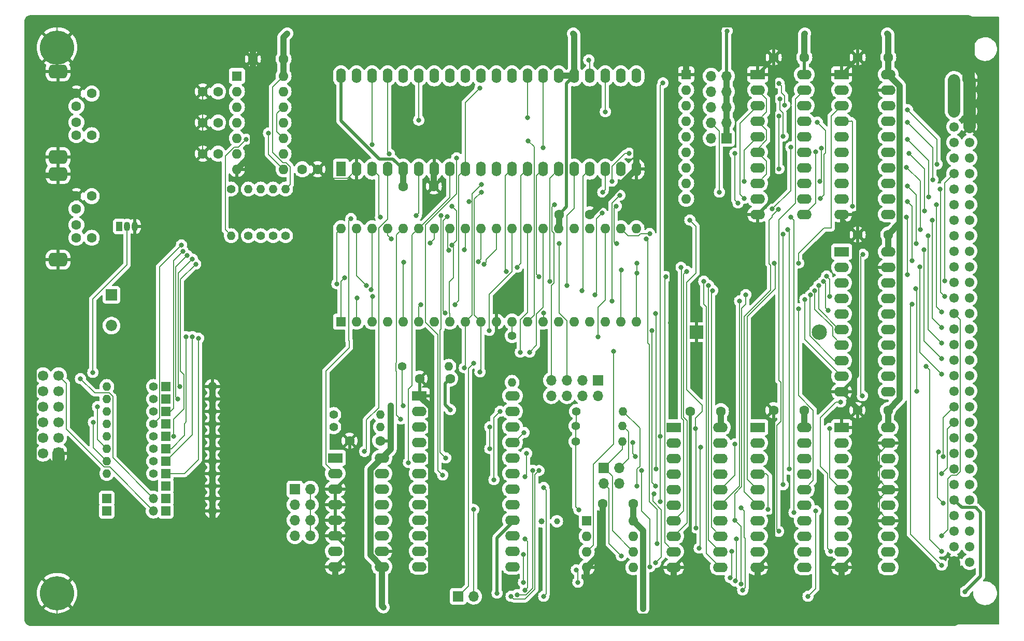
<source format=gbr>
%TF.GenerationSoftware,KiCad,Pcbnew,(6.0.4)*%
%TF.CreationDate,2022-10-24T21:32:19+02:00*%
%TF.ProjectId,Z80-MIO,5a38302d-4d49-44f2-9e6b-696361645f70,rev?*%
%TF.SameCoordinates,Original*%
%TF.FileFunction,Copper,L2,Bot*%
%TF.FilePolarity,Positive*%
%FSLAX46Y46*%
G04 Gerber Fmt 4.6, Leading zero omitted, Abs format (unit mm)*
G04 Created by KiCad (PCBNEW (6.0.4)) date 2022-10-24 21:32:19*
%MOMM*%
%LPD*%
G01*
G04 APERTURE LIST*
G04 Aperture macros list*
%AMRoundRect*
0 Rectangle with rounded corners*
0 $1 Rounding radius*
0 $2 $3 $4 $5 $6 $7 $8 $9 X,Y pos of 4 corners*
0 Add a 4 corners polygon primitive as box body*
4,1,4,$2,$3,$4,$5,$6,$7,$8,$9,$2,$3,0*
0 Add four circle primitives for the rounded corners*
1,1,$1+$1,$2,$3*
1,1,$1+$1,$4,$5*
1,1,$1+$1,$6,$7*
1,1,$1+$1,$8,$9*
0 Add four rect primitives between the rounded corners*
20,1,$1+$1,$2,$3,$4,$5,0*
20,1,$1+$1,$4,$5,$6,$7,0*
20,1,$1+$1,$6,$7,$8,$9,0*
20,1,$1+$1,$8,$9,$2,$3,0*%
G04 Aperture macros list end*
%TA.AperFunction,ComponentPad*%
%ADD10R,2.170000X2.170000*%
%TD*%
%TA.AperFunction,ComponentPad*%
%ADD11C,2.500000*%
%TD*%
%TA.AperFunction,ComponentPad*%
%ADD12R,1.500000X1.500000*%
%TD*%
%TA.AperFunction,ComponentPad*%
%ADD13O,1.500000X1.500000*%
%TD*%
%TA.AperFunction,ComponentPad*%
%ADD14C,1.600000*%
%TD*%
%TA.AperFunction,ComponentPad*%
%ADD15C,5.600000*%
%TD*%
%TA.AperFunction,ComponentPad*%
%ADD16C,1.400000*%
%TD*%
%TA.AperFunction,ComponentPad*%
%ADD17O,1.400000X1.400000*%
%TD*%
%TA.AperFunction,ComponentPad*%
%ADD18R,1.600000X1.600000*%
%TD*%
%TA.AperFunction,ComponentPad*%
%ADD19O,1.600000X1.600000*%
%TD*%
%TA.AperFunction,ComponentPad*%
%ADD20R,2.400000X1.600000*%
%TD*%
%TA.AperFunction,ComponentPad*%
%ADD21O,2.400000X1.600000*%
%TD*%
%TA.AperFunction,ComponentPad*%
%ADD22R,1.050000X1.500000*%
%TD*%
%TA.AperFunction,ComponentPad*%
%ADD23O,1.050000X1.500000*%
%TD*%
%TA.AperFunction,ComponentPad*%
%ADD24R,1.700000X1.700000*%
%TD*%
%TA.AperFunction,ComponentPad*%
%ADD25O,1.700000X1.700000*%
%TD*%
%TA.AperFunction,ComponentPad*%
%ADD26RoundRect,0.550000X0.950000X-0.550000X0.950000X0.550000X-0.950000X0.550000X-0.950000X-0.550000X0*%
%TD*%
%TA.AperFunction,ComponentPad*%
%ADD27R,1.850000X1.850000*%
%TD*%
%TA.AperFunction,ComponentPad*%
%ADD28C,1.850000*%
%TD*%
%TA.AperFunction,ComponentPad*%
%ADD29C,1.000000*%
%TD*%
%TA.AperFunction,ComponentPad*%
%ADD30R,1.600000X2.400000*%
%TD*%
%TA.AperFunction,ComponentPad*%
%ADD31O,1.600000X2.400000*%
%TD*%
%TA.AperFunction,ComponentPad*%
%ADD32RoundRect,0.249999X-0.525001X0.525001X-0.525001X-0.525001X0.525001X-0.525001X0.525001X0.525001X0*%
%TD*%
%TA.AperFunction,ComponentPad*%
%ADD33C,1.550000*%
%TD*%
%TA.AperFunction,ComponentPad*%
%ADD34RoundRect,0.250000X0.600000X0.600000X-0.600000X0.600000X-0.600000X-0.600000X0.600000X-0.600000X0*%
%TD*%
%TA.AperFunction,ComponentPad*%
%ADD35C,1.700000*%
%TD*%
%TA.AperFunction,ViaPad*%
%ADD36C,0.800000*%
%TD*%
%TA.AperFunction,Conductor*%
%ADD37C,0.153000*%
%TD*%
%TA.AperFunction,Conductor*%
%ADD38C,0.500000*%
%TD*%
%TA.AperFunction,Conductor*%
%ADD39C,1.000000*%
%TD*%
%TA.AperFunction,Conductor*%
%ADD40C,2.000000*%
%TD*%
%TA.AperFunction,Conductor*%
%ADD41C,1.500000*%
%TD*%
G04 APERTURE END LIST*
D10*
%TO.P,BT1,neg,neg*%
%TO.N,GND*%
X153276300Y-100330000D03*
D11*
%TO.P,BT1,pos,pos*%
%TO.N,Net-(BT1-Padpos)*%
X173276300Y-100330000D03*
%TD*%
D12*
%TO.P,D8,1,K*%
%TO.N,Net-(D8-Pad1)*%
X66543000Y-109220000D03*
D13*
%TO.P,D8,2,A*%
%TO.N,GND*%
X74163000Y-109220000D03*
%TD*%
D14*
%TO.P,C2,1*%
%TO.N,MSCI*%
X75078011Y-61045989D03*
%TO.P,C2,2*%
%TO.N,GND*%
X72578011Y-61045989D03*
%TD*%
%TO.P,C16,1*%
%TO.N,+5V*%
X170856011Y-55457989D03*
%TO.P,C16,2*%
%TO.N,GND*%
X165856011Y-55457989D03*
%TD*%
D15*
%TO.P,H2,1,1*%
%TO.N,GND*%
X48768000Y-143002000D03*
%TD*%
D16*
%TO.P,R19,1*%
%TO.N,+5V*%
X105156000Y-105918000D03*
D17*
%TO.P,R19,2*%
%TO.N,Net-(J8-Pad2)*%
X112776000Y-105918000D03*
%TD*%
D12*
%TO.P,D4,1,K*%
%TO.N,Net-(D4-Pad1)*%
X66543000Y-117348000D03*
D13*
%TO.P,D4,2,A*%
%TO.N,GND*%
X74163000Y-117348000D03*
%TD*%
D16*
%TO.P,R13,1*%
%TO.N,Net-(D7-Pad1)*%
X64516000Y-111252000D03*
D17*
%TO.P,R13,2*%
%TO.N,Net-(J4-Pad8)*%
X56896000Y-111252000D03*
%TD*%
D18*
%TO.P,U7,1*%
%TO.N,MSCO*%
X78156011Y-58495989D03*
D19*
%TO.P,U7,2*%
%TO.N,MSCI*%
X78156011Y-61035989D03*
%TO.P,U7,3*%
%TO.N,MSDO*%
X78156011Y-63575989D03*
%TO.P,U7,4*%
%TO.N,MSDI*%
X78156011Y-66115989D03*
%TO.P,U7,5*%
%TO.N,KBDO*%
X78156011Y-68655989D03*
%TO.P,U7,6*%
%TO.N,KBDI*%
X78156011Y-71195989D03*
%TO.P,U7,7,GND*%
%TO.N,GND*%
X78156011Y-73735989D03*
%TO.P,U7,8*%
%TO.N,KBCI*%
X85776011Y-73735989D03*
%TO.P,U7,9*%
%TO.N,KBCO*%
X85776011Y-71195989D03*
%TO.P,U7,10*%
%TO.N,Net-(R1-Pad2)*%
X85776011Y-68655989D03*
%TO.P,U7,11*%
%TO.N,Net-(U7-Pad11)*%
X85776011Y-66115989D03*
%TO.P,U7,12*%
%TO.N,Net-(R1-Pad2)*%
X85776011Y-63575989D03*
%TO.P,U7,13*%
%TO.N,Net-(U7-Pad13)*%
X85776011Y-61035989D03*
%TO.P,U7,14,VCC*%
%TO.N,+5V*%
X85776011Y-58495989D03*
%TD*%
D16*
%TO.P,R5,1*%
%TO.N,Net-(D2-Pad1)*%
X64516000Y-121412000D03*
D17*
%TO.P,R5,2*%
%TO.N,Net-(J4-Pad5)*%
X56896000Y-121412000D03*
%TD*%
D12*
%TO.P,D10,1,K*%
%TO.N,/I2C_SDA*%
X66543000Y-127508000D03*
D13*
%TO.P,D10,2,A*%
%TO.N,GND*%
X74163000Y-127508000D03*
%TD*%
D16*
%TO.P,R2,1*%
%TO.N,+5V*%
X133604000Y-113284000D03*
D17*
%TO.P,R2,2*%
%TO.N,Net-(R2-Pad2)*%
X141224000Y-113284000D03*
%TD*%
D16*
%TO.P,R16,1*%
%TO.N,/~{INT2}*%
X84074000Y-84582000D03*
D17*
%TO.P,R16,2*%
%TO.N,+5V*%
X84074000Y-76962000D03*
%TD*%
D20*
%TO.P,U1,1,G*%
%TO.N,GND*%
X163236011Y-58251989D03*
D21*
%TO.P,U1,2,P0*%
%TO.N,/{slash}IOREQ*%
X163236011Y-60791989D03*
%TO.P,U1,3,R0*%
%TO.N,Net-(RN1-Pad9)*%
X163236011Y-63331989D03*
%TO.P,U1,4,P1*%
%TO.N,/{slash}IOREQ*%
X163236011Y-65871989D03*
%TO.P,U1,5,R1*%
%TO.N,Net-(RN1-Pad8)*%
X163236011Y-68411989D03*
%TO.P,U1,6,P2*%
%TO.N,/{slash}IOREQ*%
X163236011Y-70951989D03*
%TO.P,U1,7,R2*%
%TO.N,Net-(RN1-Pad7)*%
X163236011Y-73491989D03*
%TO.P,U1,8,P3*%
%TO.N,/{slash}IOREQ*%
X163236011Y-76031989D03*
%TO.P,U1,9,R3*%
%TO.N,Net-(RN1-Pad6)*%
X163236011Y-78571989D03*
%TO.P,U1,10,GND*%
%TO.N,GND*%
X163236011Y-81111989D03*
%TO.P,U1,11,P4*%
%TO.N,/#A4*%
X170856011Y-81111989D03*
%TO.P,U1,12,R4*%
%TO.N,Net-(J1-Pad4)*%
X170856011Y-78571989D03*
%TO.P,U1,13,P5*%
%TO.N,/#A5*%
X170856011Y-76031989D03*
%TO.P,U1,14,R5*%
%TO.N,Net-(J1-Pad6)*%
X170856011Y-73491989D03*
%TO.P,U1,15,P6*%
%TO.N,/#A6*%
X170856011Y-70951989D03*
%TO.P,U1,16,R6*%
%TO.N,Net-(J1-Pad8)*%
X170856011Y-68411989D03*
%TO.P,U1,17,P7*%
%TO.N,/#A7*%
X170856011Y-65871989D03*
%TO.P,U1,18,R7*%
%TO.N,Net-(J1-Pad10)*%
X170856011Y-63331989D03*
%TO.P,U1,19,P=R*%
%TO.N,Net-(U1-Pad19)*%
X170856011Y-60791989D03*
%TO.P,U1,20,VCC*%
%TO.N,+5V*%
X170856011Y-58251989D03*
%TD*%
D14*
%TO.P,C4,1*%
%TO.N,KBCI*%
X88834011Y-73745989D03*
%TO.P,C4,2*%
%TO.N,GND*%
X91334011Y-73745989D03*
%TD*%
%TO.P,C14,1*%
%TO.N,+5V*%
X184572011Y-55457989D03*
%TO.P,C14,2*%
%TO.N,GND*%
X179572011Y-55457989D03*
%TD*%
D16*
%TO.P,R9,1*%
%TO.N,+5V*%
X133518011Y-118195989D03*
D17*
%TO.P,R9,2*%
%TO.N,/I2C_SCL*%
X141138011Y-118195989D03*
%TD*%
D14*
%TO.P,C7,1*%
%TO.N,+5V*%
X170816011Y-113115989D03*
%TO.P,C7,2*%
%TO.N,GND*%
X165816011Y-113115989D03*
%TD*%
D22*
%TO.P,Q1,1,C*%
%TO.N,Net-(LS1-Pad2)*%
X58928000Y-83058000D03*
D23*
%TO.P,Q1,2,B*%
%TO.N,Net-(Q1-Pad2)*%
X60198000Y-83058000D03*
%TO.P,Q1,3,E*%
%TO.N,GND*%
X61468000Y-83058000D03*
%TD*%
D18*
%TO.P,U6,1,D2*%
%TO.N,/#D2*%
X95164011Y-98637989D03*
D19*
%TO.P,U6,2,D7*%
%TO.N,/#D7*%
X97704011Y-98637989D03*
%TO.P,U6,3,D6*%
%TO.N,/#D6*%
X100244011Y-98637989D03*
%TO.P,U6,4,~{CE}*%
%TO.N,Net-(U2-Pad16)*%
X102784011Y-98637989D03*
%TO.P,U6,5,C/~{D}*%
%TO.N,/#A1*%
X105324011Y-98637989D03*
%TO.P,U6,6,B/~{A}*%
%TO.N,/#A0*%
X107864011Y-98637989D03*
%TO.P,U6,7,PA7*%
%TO.N,/~{INT3}*%
X110404011Y-98637989D03*
%TO.P,U6,8,PA6*%
%TO.N,/~{INT2}*%
X112944011Y-98637989D03*
%TO.P,U6,9,PA5*%
%TO.N,/~{INT1}*%
X115484011Y-98637989D03*
%TO.P,U6,10,PA4*%
%TO.N,/~{INT0}*%
X118024011Y-98637989D03*
%TO.P,U6,11,GND*%
%TO.N,GND*%
X120564011Y-98637989D03*
%TO.P,U6,12,PA3*%
%TO.N,Net-(R3-Pad1)*%
X123104011Y-98637989D03*
%TO.P,U6,13,PA2*%
%TO.N,Net-(R1-Pad2)*%
X125644011Y-98637989D03*
%TO.P,U6,14,PA1*%
%TO.N,Net-(U6-Pad14)*%
X128184011Y-98637989D03*
%TO.P,U6,15,PA0*%
%TO.N,Net-(R2-Pad2)*%
X130724011Y-98637989D03*
%TO.P,U6,16,~{ASTB}*%
%TO.N,unconnected-(U6-Pad16)*%
X133264011Y-98637989D03*
%TO.P,U6,17,~{BSTB}*%
%TO.N,unconnected-(U6-Pad17)*%
X135804011Y-98637989D03*
%TO.P,U6,18,ARDY*%
%TO.N,unconnected-(U6-Pad18)*%
X138344011Y-98637989D03*
%TO.P,U6,19,D0*%
%TO.N,/#D0*%
X140884011Y-98637989D03*
%TO.P,U6,20,D1*%
%TO.N,/#D1*%
X143424011Y-98637989D03*
%TO.P,U6,21,BRDY*%
%TO.N,unconnected-(U6-Pad21)*%
X143424011Y-83397989D03*
%TO.P,U6,22,IEO*%
%TO.N,Net-(J2-Padb27)*%
X140884011Y-83397989D03*
%TO.P,U6,23,~{INT}*%
%TO.N,/~{INT}*%
X138344011Y-83397989D03*
%TO.P,U6,24,IEI*%
%TO.N,Net-(J2-Padb26)*%
X135804011Y-83397989D03*
%TO.P,U6,25,CLK*%
%TO.N,/#CLK_CPU*%
X133264011Y-83397989D03*
%TO.P,U6,26,VCC*%
%TO.N,+5V*%
X130724011Y-83397989D03*
%TO.P,U6,27,PB0*%
%TO.N,Net-(D1-Pad1)*%
X128184011Y-83397989D03*
%TO.P,U6,28,PB1*%
%TO.N,Net-(D2-Pad1)*%
X125644011Y-83397989D03*
%TO.P,U6,29,PB2*%
%TO.N,Net-(D3-Pad1)*%
X123104011Y-83397989D03*
%TO.P,U6,30,PB3*%
%TO.N,Net-(D4-Pad1)*%
X120564011Y-83397989D03*
%TO.P,U6,31,PB4*%
%TO.N,Net-(D8-Pad1)*%
X118024011Y-83397989D03*
%TO.P,U6,32,PB5*%
%TO.N,Net-(D7-Pad1)*%
X115484011Y-83397989D03*
%TO.P,U6,33,PB6*%
%TO.N,Net-(D6-Pad1)*%
X112944011Y-83397989D03*
%TO.P,U6,34,PB7*%
%TO.N,Net-(D5-Pad1)*%
X110404011Y-83397989D03*
%TO.P,U6,35,~{RD}*%
%TO.N,/~{#RD}*%
X107864011Y-83397989D03*
%TO.P,U6,36,~{IORQ}*%
%TO.N,/~{#IOREQ}*%
X105324011Y-83397989D03*
%TO.P,U6,37,~{M1}*%
%TO.N,/~{#M1}*%
X102784011Y-83397989D03*
%TO.P,U6,38,D5*%
%TO.N,/#D5*%
X100244011Y-83397989D03*
%TO.P,U6,39,D4*%
%TO.N,/#D4*%
X97704011Y-83397989D03*
%TO.P,U6,40,D3*%
%TO.N,/#D3*%
X95164011Y-83397989D03*
%TD*%
D16*
%TO.P,R10,1*%
%TO.N,Net-(D8-Pad1)*%
X64516000Y-109220000D03*
D17*
%TO.P,R10,2*%
%TO.N,Net-(J4-Pad10)*%
X56896000Y-109220000D03*
%TD*%
D16*
%TO.P,R18,1*%
%TO.N,+5V*%
X93980000Y-113792000D03*
D17*
%TO.P,R18,2*%
%TO.N,Net-(R18-Pad2)*%
X101600000Y-113792000D03*
%TD*%
D16*
%TO.P,R4,1*%
%TO.N,Net-(D1-Pad1)*%
X64516000Y-123444000D03*
D17*
%TO.P,R4,2*%
%TO.N,Net-(J4-Pad3)*%
X56896000Y-123444000D03*
%TD*%
D24*
%TO.P,J1,1,Pin_1*%
%TO.N,+5V*%
X158156011Y-68660989D03*
D25*
%TO.P,J1,2,Pin_2*%
%TO.N,unconnected-(J1-Pad2)*%
X155616011Y-68660989D03*
%TO.P,J1,3,Pin_3*%
%TO.N,+5V*%
X158156011Y-66120989D03*
%TO.P,J1,4,Pin_4*%
%TO.N,Net-(J1-Pad4)*%
X155616011Y-66120989D03*
%TO.P,J1,5,Pin_5*%
%TO.N,+5V*%
X158156011Y-63580989D03*
%TO.P,J1,6,Pin_6*%
%TO.N,Net-(J1-Pad6)*%
X155616011Y-63580989D03*
%TO.P,J1,7,Pin_7*%
%TO.N,+5V*%
X158156011Y-61040989D03*
%TO.P,J1,8,Pin_8*%
%TO.N,Net-(J1-Pad8)*%
X155616011Y-61040989D03*
%TO.P,J1,9,Pin_9*%
%TO.N,+5V*%
X158156011Y-58500989D03*
%TO.P,J1,10,Pin_10*%
%TO.N,Net-(J1-Pad10)*%
X155616011Y-58500989D03*
%TD*%
D24*
%TO.P,J3,1,Pin_1*%
%TO.N,/I2C_SCL*%
X138085011Y-122508989D03*
D25*
%TO.P,J3,2,Pin_2*%
%TO.N,/I2C_SDA*%
X140625011Y-122508989D03*
%TO.P,J3,3,Pin_3*%
%TO.N,/A22*%
X138085011Y-125048989D03*
%TO.P,J3,4,Pin_4*%
%TO.N,/A23*%
X140625011Y-125048989D03*
%TD*%
D16*
%TO.P,R1,1*%
%TO.N,+5V*%
X77216000Y-76962000D03*
D17*
%TO.P,R1,2*%
%TO.N,Net-(R1-Pad2)*%
X77216000Y-84582000D03*
%TD*%
D12*
%TO.P,D3,1,K*%
%TO.N,Net-(D3-Pad1)*%
X66543000Y-119380000D03*
D13*
%TO.P,D3,2,A*%
%TO.N,GND*%
X74163000Y-119380000D03*
%TD*%
D20*
%TO.P,U11,1,~{MR}*%
%TO.N,/~{#RESET}*%
X94234000Y-120904000D03*
D21*
%TO.P,U11,2,CP*%
%TO.N,/#CLK_CPU*%
X94234000Y-123444000D03*
%TO.P,U11,3,D0*%
%TO.N,GND*%
X94234000Y-125984000D03*
%TO.P,U11,4,D1*%
X94234000Y-128524000D03*
%TO.P,U11,5,D2*%
X94234000Y-131064000D03*
%TO.P,U11,6,D3*%
X94234000Y-133604000D03*
%TO.P,U11,7,CEP*%
%TO.N,+5V*%
X94234000Y-136144000D03*
%TO.P,U11,8,GND*%
%TO.N,GND*%
X94234000Y-138684000D03*
%TO.P,U11,9,~{PE}*%
%TO.N,+5V*%
X101854000Y-138684000D03*
%TO.P,U11,10,CET*%
%TO.N,GND*%
X101854000Y-136144000D03*
%TO.P,U11,11,Q3*%
%TO.N,Net-(J9-Pad7)*%
X101854000Y-133604000D03*
%TO.P,U11,12,Q2*%
%TO.N,Net-(J9-Pad5)*%
X101854000Y-131064000D03*
%TO.P,U11,13,Q1*%
%TO.N,Net-(J9-Pad3)*%
X101854000Y-128524000D03*
%TO.P,U11,14,Q0*%
%TO.N,Net-(J9-Pad1)*%
X101854000Y-125984000D03*
%TO.P,U11,15,TC*%
%TO.N,unconnected-(U11-Pad15)*%
X101854000Y-123444000D03*
%TO.P,U11,16,VCC*%
%TO.N,+5V*%
X101854000Y-120904000D03*
%TD*%
D16*
%TO.P,R3,1*%
%TO.N,Net-(R3-Pad1)*%
X123104011Y-100923989D03*
D17*
%TO.P,R3,2*%
%TO.N,Net-(Q1-Pad2)*%
X123104011Y-108543989D03*
%TD*%
D14*
%TO.P,C3,1*%
%TO.N,KBDI*%
X75078011Y-71205989D03*
%TO.P,C3,2*%
%TO.N,GND*%
X72578011Y-71205989D03*
%TD*%
D12*
%TO.P,D2,1,K*%
%TO.N,Net-(D2-Pad1)*%
X66543000Y-121412000D03*
D13*
%TO.P,D2,2,A*%
%TO.N,GND*%
X74163000Y-121412000D03*
%TD*%
D16*
%TO.P,R6,1*%
%TO.N,Net-(D3-Pad1)*%
X64516000Y-119380000D03*
D17*
%TO.P,R6,2*%
%TO.N,Net-(J4-Pad7)*%
X56896000Y-119380000D03*
%TD*%
D20*
%TO.P,U3,1,A->B*%
%TO.N,BUSDIR*%
X176952011Y-87207989D03*
D21*
%TO.P,U3,2,A0*%
%TO.N,/#D0*%
X176952011Y-89747989D03*
%TO.P,U3,3,A1*%
%TO.N,/#D1*%
X176952011Y-92287989D03*
%TO.P,U3,4,A2*%
%TO.N,/#D2*%
X176952011Y-94827989D03*
%TO.P,U3,5,A3*%
%TO.N,/#D3*%
X176952011Y-97367989D03*
%TO.P,U3,6,A4*%
%TO.N,/#D4*%
X176952011Y-99907989D03*
%TO.P,U3,7,A5*%
%TO.N,/#D5*%
X176952011Y-102447989D03*
%TO.P,U3,8,A6*%
%TO.N,/#D6*%
X176952011Y-104987989D03*
%TO.P,U3,9,A7*%
%TO.N,/#D7*%
X176952011Y-107527989D03*
%TO.P,U3,10,GND*%
%TO.N,GND*%
X176952011Y-110067989D03*
%TO.P,U3,11,B7*%
%TO.N,/D7*%
X184572011Y-110067989D03*
%TO.P,U3,12,B6*%
%TO.N,/D6*%
X184572011Y-107527989D03*
%TO.P,U3,13,B5*%
%TO.N,/D5*%
X184572011Y-104987989D03*
%TO.P,U3,14,B4*%
%TO.N,/D4*%
X184572011Y-102447989D03*
%TO.P,U3,15,B3*%
%TO.N,/D3*%
X184572011Y-99907989D03*
%TO.P,U3,16,B2*%
%TO.N,/D2*%
X184572011Y-97367989D03*
%TO.P,U3,17,B1*%
%TO.N,/D1*%
X184572011Y-94827989D03*
%TO.P,U3,18,B0*%
%TO.N,/D0*%
X184572011Y-92287989D03*
%TO.P,U3,19,CE*%
%TO.N,GND*%
X184572011Y-89747989D03*
%TO.P,U3,20,VCC*%
%TO.N,+5V*%
X184572011Y-87207989D03*
%TD*%
D12*
%TO.P,D5,1,K*%
%TO.N,Net-(D5-Pad1)*%
X66543000Y-115316000D03*
D13*
%TO.P,D5,2,A*%
%TO.N,GND*%
X74163000Y-115316000D03*
%TD*%
D18*
%TO.P,RN1,1,common*%
%TO.N,GND*%
X151552011Y-58236989D03*
D19*
%TO.P,RN1,2,R1*%
%TO.N,Net-(J1-Pad10)*%
X151552011Y-60776989D03*
%TO.P,RN1,3,R2*%
%TO.N,Net-(J1-Pad8)*%
X151552011Y-63316989D03*
%TO.P,RN1,4,R3*%
%TO.N,Net-(J1-Pad6)*%
X151552011Y-65856989D03*
%TO.P,RN1,5,R4*%
%TO.N,Net-(J1-Pad4)*%
X151552011Y-68396989D03*
%TO.P,RN1,6,R5*%
%TO.N,Net-(RN1-Pad6)*%
X151552011Y-70936989D03*
%TO.P,RN1,7,R6*%
%TO.N,Net-(RN1-Pad7)*%
X151552011Y-73476989D03*
%TO.P,RN1,8,R7*%
%TO.N,Net-(RN1-Pad8)*%
X151552011Y-76016989D03*
%TO.P,RN1,9,R8*%
%TO.N,Net-(RN1-Pad9)*%
X151552011Y-78556989D03*
%TD*%
D18*
%TO.P,U10,1,X1*%
%TO.N,Net-(U10-Pad1)*%
X135296011Y-131159989D03*
D19*
%TO.P,U10,2,X2*%
%TO.N,Net-(U10-Pad2)*%
X135296011Y-133699989D03*
%TO.P,U10,3,VBAT*%
%TO.N,Net-(BT1-Padpos)*%
X135296011Y-136239989D03*
%TO.P,U10,4,GND*%
%TO.N,GND*%
X135296011Y-138779989D03*
%TO.P,U10,5,SDA*%
%TO.N,/I2C_SDA*%
X142916011Y-138779989D03*
%TO.P,U10,6,SCL*%
%TO.N,/I2C_SCL*%
X142916011Y-136239989D03*
%TO.P,U10,7,SQW/OUT*%
%TO.N,unconnected-(U10-Pad7)*%
X142916011Y-133699989D03*
%TO.P,U10,8,VCC*%
%TO.N,+5V*%
X142916011Y-131159989D03*
%TD*%
D14*
%TO.P,J6,1*%
%TO.N,KBDI*%
X51929000Y-80229000D03*
%TO.P,J6,2*%
%TO.N,unconnected-(J6-Pad2)*%
X51929000Y-82829000D03*
%TO.P,J6,3*%
%TO.N,GND*%
X51929000Y-78129000D03*
D26*
X48929000Y-88529000D03*
X48929000Y-74529000D03*
D14*
%TO.P,J6,4*%
%TO.N,+5V*%
X51929000Y-84929000D03*
%TO.P,J6,5*%
%TO.N,KBCI*%
X54429000Y-78129000D03*
%TO.P,J6,6*%
%TO.N,unconnected-(J6-Pad6)*%
X54429000Y-84929000D03*
%TD*%
D12*
%TO.P,D1,1,K*%
%TO.N,Net-(D1-Pad1)*%
X66543000Y-123444000D03*
D13*
%TO.P,D1,2,A*%
%TO.N,GND*%
X74163000Y-123444000D03*
%TD*%
D16*
%TO.P,R17,1*%
%TO.N,/~{INT3}*%
X86106000Y-84582000D03*
D17*
%TO.P,R17,2*%
%TO.N,+5V*%
X86106000Y-76962000D03*
%TD*%
D20*
%TO.P,U4,1,A->B*%
%TO.N,GND*%
X176952011Y-58251989D03*
D21*
%TO.P,U4,2,A0*%
%TO.N,/#A0*%
X176952011Y-60791989D03*
%TO.P,U4,3,A1*%
%TO.N,/#A1*%
X176952011Y-63331989D03*
%TO.P,U4,4,A2*%
%TO.N,/#A2*%
X176952011Y-65871989D03*
%TO.P,U4,5,A3*%
%TO.N,/#A3*%
X176952011Y-68411989D03*
%TO.P,U4,6,A4*%
%TO.N,/#A4*%
X176952011Y-70951989D03*
%TO.P,U4,7,A5*%
%TO.N,/#A5*%
X176952011Y-73491989D03*
%TO.P,U4,8,A6*%
%TO.N,/#A6*%
X176952011Y-76031989D03*
%TO.P,U4,9,A7*%
%TO.N,/#A7*%
X176952011Y-78571989D03*
%TO.P,U4,10,GND*%
%TO.N,GND*%
X176952011Y-81111989D03*
%TO.P,U4,11,B7*%
%TO.N,/A7*%
X184572011Y-81111989D03*
%TO.P,U4,12,B6*%
%TO.N,/A6*%
X184572011Y-78571989D03*
%TO.P,U4,13,B5*%
%TO.N,/A5*%
X184572011Y-76031989D03*
%TO.P,U4,14,B4*%
%TO.N,/A4*%
X184572011Y-73491989D03*
%TO.P,U4,15,B3*%
%TO.N,/A3*%
X184572011Y-70951989D03*
%TO.P,U4,16,B2*%
%TO.N,/A2*%
X184572011Y-68411989D03*
%TO.P,U4,17,B1*%
%TO.N,/A1*%
X184572011Y-65871989D03*
%TO.P,U4,18,B0*%
%TO.N,/A0*%
X184572011Y-63331989D03*
%TO.P,U4,19,CE*%
%TO.N,GND*%
X184572011Y-60791989D03*
%TO.P,U4,20,VCC*%
%TO.N,+5V*%
X184572011Y-58251989D03*
%TD*%
D24*
%TO.P,J9,1,Pin_1*%
%TO.N,Net-(J9-Pad1)*%
X87625000Y-125994000D03*
D25*
%TO.P,J9,2,Pin_2*%
%TO.N,Net-(J9-Pad2)*%
X90165000Y-125994000D03*
%TO.P,J9,3,Pin_3*%
%TO.N,Net-(J9-Pad3)*%
X87625000Y-128534000D03*
%TO.P,J9,4,Pin_4*%
%TO.N,Net-(J9-Pad2)*%
X90165000Y-128534000D03*
%TO.P,J9,5,Pin_5*%
%TO.N,Net-(J9-Pad5)*%
X87625000Y-131074000D03*
%TO.P,J9,6,Pin_6*%
%TO.N,Net-(J9-Pad2)*%
X90165000Y-131074000D03*
%TO.P,J9,7,Pin_7*%
%TO.N,Net-(J9-Pad7)*%
X87625000Y-133614000D03*
%TO.P,J9,8,Pin_8*%
%TO.N,Net-(J9-Pad2)*%
X90165000Y-133614000D03*
%TD*%
D12*
%TO.P,D9,1,K*%
%TO.N,Net-(D11-Pad1)*%
X56891000Y-127508000D03*
D13*
%TO.P,D9,2,A*%
%TO.N,/I2C_SDA*%
X64511000Y-127508000D03*
%TD*%
D27*
%TO.P,LS1,1,1*%
%TO.N,+5V*%
X57658000Y-94274000D03*
D28*
%TO.P,LS1,2,2*%
%TO.N,Net-(LS1-Pad2)*%
X57658000Y-99274000D03*
%TD*%
D29*
%TO.P,Y1,1,1*%
%TO.N,Net-(U10-Pad2)*%
X127900011Y-131257989D03*
%TO.P,Y1,2,2*%
%TO.N,Net-(U10-Pad1)*%
X130440011Y-131257989D03*
%TD*%
D30*
%TO.P,U9,1,T0*%
%TO.N,KBCI*%
X95164011Y-73720989D03*
D31*
%TO.P,U9,2,X1*%
%TO.N,GND*%
X97704011Y-73720989D03*
%TO.P,U9,3,X2*%
%TO.N,/#CLK_CPU*%
X100244011Y-73720989D03*
%TO.P,U9,4,~{RESET}*%
%TO.N,/~{#RESET}*%
X102784011Y-73720989D03*
%TO.P,U9,5,~{SS}*%
%TO.N,+5V*%
X105324011Y-73720989D03*
%TO.P,U9,6,~{INT}*%
%TO.N,/CS_PS2*%
X107864011Y-73720989D03*
%TO.P,U9,7,EA*%
%TO.N,GND*%
X110404011Y-73720989D03*
%TO.P,U9,8,~{RD}*%
%TO.N,/~{#RD}*%
X112944011Y-73720989D03*
%TO.P,U9,9,~{PSEN}*%
%TO.N,/#A0*%
X115484011Y-73720989D03*
%TO.P,U9,10,~{WR}*%
%TO.N,/~{#WR}*%
X118024011Y-73720989D03*
%TO.P,U9,11,ALE*%
%TO.N,unconnected-(U9-Pad11)*%
X120564011Y-73720989D03*
%TO.P,U9,12,DB.0*%
%TO.N,/#D0*%
X123104011Y-73720989D03*
%TO.P,U9,13,DB.1*%
%TO.N,/#D1*%
X125644011Y-73720989D03*
%TO.P,U9,14,DB.2*%
%TO.N,/#D2*%
X128184011Y-73720989D03*
%TO.P,U9,15,DB.3*%
%TO.N,/#D3*%
X130724011Y-73720989D03*
%TO.P,U9,16,DB.4*%
%TO.N,/#D4*%
X133264011Y-73720989D03*
%TO.P,U9,17,DB.5*%
%TO.N,/#D5*%
X135804011Y-73720989D03*
%TO.P,U9,18,DB.6*%
%TO.N,/#D6*%
X138344011Y-73720989D03*
%TO.P,U9,19,DB.7*%
%TO.N,/#D7*%
X140884011Y-73720989D03*
%TO.P,U9,20,GND*%
%TO.N,GND*%
X143424011Y-73720989D03*
%TO.P,U9,21,P2.0*%
%TO.N,unconnected-(U9-Pad21)*%
X143424011Y-58480989D03*
%TO.P,U9,22,P2.1*%
%TO.N,unconnected-(U9-Pad22)*%
X140884011Y-58480989D03*
%TO.P,U9,23,P2.2*%
%TO.N,MSDO*%
X138344011Y-58480989D03*
%TO.P,U9,24,P2.3*%
%TO.N,MSCO*%
X135804011Y-58480989D03*
%TO.P,U9,25,PROG*%
%TO.N,+5V*%
X133264011Y-58480989D03*
%TO.P,U9,26,VDD*%
X130724011Y-58480989D03*
%TO.P,U9,27,P1.0*%
%TO.N,KBDI*%
X128184011Y-58480989D03*
%TO.P,U9,28,P1.1*%
%TO.N,MSDI*%
X125644011Y-58480989D03*
%TO.P,U9,29,P1.2*%
%TO.N,unconnected-(U9-Pad29)*%
X123104011Y-58480989D03*
%TO.P,U9,30,P1.3*%
%TO.N,unconnected-(U9-Pad30)*%
X120564011Y-58480989D03*
%TO.P,U9,31,P1.4*%
%TO.N,unconnected-(U9-Pad31)*%
X118024011Y-58480989D03*
%TO.P,U9,32,P1.5*%
%TO.N,unconnected-(U9-Pad32)*%
X115484011Y-58480989D03*
%TO.P,U9,33,P1.6*%
%TO.N,unconnected-(U9-Pad33)*%
X112944011Y-58480989D03*
%TO.P,U9,34,P1.7*%
%TO.N,unconnected-(U9-Pad34)*%
X110404011Y-58480989D03*
%TO.P,U9,35,P2.4*%
%TO.N,Net-(U7-Pad11)*%
X107864011Y-58480989D03*
%TO.P,U9,36,P2.5*%
%TO.N,Net-(U7-Pad13)*%
X105324011Y-58480989D03*
%TO.P,U9,37,P2.6*%
%TO.N,KBCO*%
X102784011Y-58480989D03*
%TO.P,U9,38,P2.7*%
%TO.N,KBDO*%
X100244011Y-58480989D03*
%TO.P,U9,39,T1*%
%TO.N,MSCI*%
X97704011Y-58480989D03*
%TO.P,U9,40,VCC*%
%TO.N,+5V*%
X95164011Y-58480989D03*
%TD*%
D15*
%TO.P,H1,1,1*%
%TO.N,GND*%
X48768000Y-53848000D03*
%TD*%
D14*
%TO.P,C5,1*%
%TO.N,+5V*%
X112990000Y-107950000D03*
%TO.P,C5,2*%
%TO.N,GND*%
X107990000Y-107950000D03*
%TD*%
D20*
%TO.P,U5,1,A->B*%
%TO.N,GND*%
X176952011Y-115904989D03*
D21*
%TO.P,U5,2,A0*%
%TO.N,/~{#RD}*%
X176952011Y-118444989D03*
%TO.P,U5,3,A1*%
%TO.N,/~{#WR}*%
X176952011Y-120984989D03*
%TO.P,U5,4,A2*%
%TO.N,unconnected-(U5-Pad4)*%
X176952011Y-123524989D03*
%TO.P,U5,5,A3*%
%TO.N,/~{#IOREQ}*%
X176952011Y-126064989D03*
%TO.P,U5,6,A4*%
%TO.N,unconnected-(U5-Pad6)*%
X176952011Y-128604989D03*
%TO.P,U5,7,A5*%
%TO.N,/#CLK_CPU*%
X176952011Y-131144989D03*
%TO.P,U5,8,A6*%
%TO.N,/~{#M1}*%
X176952011Y-133684989D03*
%TO.P,U5,9,A7*%
%TO.N,/~{#RESET}*%
X176952011Y-136224989D03*
%TO.P,U5,10,GND*%
%TO.N,GND*%
X176952011Y-138764989D03*
%TO.P,U5,11,B7*%
%TO.N,/~{RESET}*%
X184572011Y-138764989D03*
%TO.P,U5,12,B6*%
%TO.N,/~{M1}*%
X184572011Y-136224989D03*
%TO.P,U5,13,B5*%
%TO.N,/CLK_CPU*%
X184572011Y-133684989D03*
%TO.P,U5,14,B4*%
%TO.N,GND*%
X184572011Y-131144989D03*
%TO.P,U5,15,B3*%
%TO.N,/~{IOREQ}*%
X184572011Y-128604989D03*
%TO.P,U5,16,B2*%
%TO.N,GND*%
X184572011Y-126064989D03*
%TO.P,U5,17,B1*%
%TO.N,/~{WR}*%
X184572011Y-123524989D03*
%TO.P,U5,18,B0*%
%TO.N,/~{RD}*%
X184572011Y-120984989D03*
%TO.P,U5,19,CE*%
%TO.N,GND*%
X184572011Y-118444989D03*
%TO.P,U5,20,VCC*%
%TO.N,+5V*%
X184572011Y-115904989D03*
%TD*%
D12*
%TO.P,D7,1,K*%
%TO.N,Net-(D7-Pad1)*%
X66543000Y-111252000D03*
D13*
%TO.P,D7,2,A*%
%TO.N,GND*%
X74163000Y-111252000D03*
%TD*%
D32*
%TO.P,J2,a1,Pin_a1*%
%TO.N,GND*%
X197866000Y-59182000D03*
D33*
%TO.P,J2,a2,Pin_a2*%
X197866000Y-61722000D03*
%TO.P,J2,a3,Pin_a3*%
X197866000Y-64262000D03*
%TO.P,J2,a4,Pin_a4*%
X197866000Y-66802000D03*
%TO.P,J2,a5,Pin_a5*%
%TO.N,/MEMAQ*%
X197866000Y-69342000D03*
%TO.P,J2,a6,Pin_a6*%
%TO.N,/~{INT3}*%
X197866000Y-71882000D03*
%TO.P,J2,a7,Pin_a7*%
%TO.N,/A0*%
X197866000Y-74422000D03*
%TO.P,J2,a8,Pin_a8*%
%TO.N,/A1*%
X197866000Y-76962000D03*
%TO.P,J2,a9,Pin_a9*%
%TO.N,/A2*%
X197866000Y-79502000D03*
%TO.P,J2,a10,Pin_a10*%
%TO.N,/A3*%
X197866000Y-82042000D03*
%TO.P,J2,a11,Pin_a11*%
%TO.N,/A4*%
X197866000Y-84582000D03*
%TO.P,J2,a12,Pin_a12*%
%TO.N,/A5*%
X197866000Y-87122000D03*
%TO.P,J2,a13,Pin_a13*%
%TO.N,/A6*%
X197866000Y-89662000D03*
%TO.P,J2,a14,Pin_a14*%
%TO.N,/A7*%
X197866000Y-92202000D03*
%TO.P,J2,a15,Pin_a15*%
%TO.N,/A8*%
X197866000Y-94742000D03*
%TO.P,J2,a16,Pin_a16*%
%TO.N,/A9*%
X197866000Y-97282000D03*
%TO.P,J2,a17,Pin_a17*%
%TO.N,/A10*%
X197866000Y-99822000D03*
%TO.P,J2,a18,Pin_a18*%
%TO.N,/A11*%
X197866000Y-102362000D03*
%TO.P,J2,a19,Pin_a19*%
%TO.N,/A12*%
X197866000Y-104902000D03*
%TO.P,J2,a20,Pin_a20*%
%TO.N,/A13*%
X197866000Y-107442000D03*
%TO.P,J2,a21,Pin_a21*%
%TO.N,/A14*%
X197866000Y-109982000D03*
%TO.P,J2,a22,Pin_a22*%
%TO.N,/A15*%
X197866000Y-112522000D03*
%TO.P,J2,a23,Pin_a23*%
%TO.N,/~{BUSREQ}*%
X197866000Y-115062000D03*
%TO.P,J2,a24,Pin_a24*%
%TO.N,/~{BUSACK}*%
X197866000Y-117602000D03*
%TO.P,J2,a25,Pin_a25*%
%TO.N,/A16*%
X197866000Y-120142000D03*
%TO.P,J2,a26,Pin_a26*%
%TO.N,/A17*%
X197866000Y-122682000D03*
%TO.P,J2,a27,Pin_a27*%
%TO.N,/A18*%
X197866000Y-125222000D03*
%TO.P,J2,a28,Pin_a28*%
%TO.N,/A19*%
X197866000Y-127762000D03*
%TO.P,J2,a29,Pin_a29*%
%TO.N,/A20*%
X197866000Y-130302000D03*
%TO.P,J2,a30,Pin_a30*%
%TO.N,/A21*%
X197866000Y-132842000D03*
%TO.P,J2,a31,Pin_a31*%
%TO.N,/A22*%
X197866000Y-135382000D03*
%TO.P,J2,a32,Pin_a32*%
%TO.N,/A23*%
X197866000Y-137922000D03*
%TO.P,J2,b1,Pin_b1*%
%TO.N,+5V*%
X195326000Y-59182000D03*
%TO.P,J2,b2,Pin_b2*%
X195326000Y-61722000D03*
%TO.P,J2,b3,Pin_b3*%
X195326000Y-64262000D03*
%TO.P,J2,b4,Pin_b4*%
%TO.N,/~{INT0}*%
X195326000Y-66802000D03*
%TO.P,J2,b5,Pin_b5*%
%TO.N,/~{INT1}*%
X195326000Y-69342000D03*
%TO.P,J2,b6,Pin_b6*%
%TO.N,/~{INT2}*%
X195326000Y-71882000D03*
%TO.P,J2,b7,Pin_b7*%
%TO.N,/D0*%
X195326000Y-74422000D03*
%TO.P,J2,b8,Pin_b8*%
%TO.N,/D1*%
X195326000Y-76962000D03*
%TO.P,J2,b9,Pin_b9*%
%TO.N,/D2*%
X195326000Y-79502000D03*
%TO.P,J2,b10,Pin_b10*%
%TO.N,/D3*%
X195326000Y-82042000D03*
%TO.P,J2,b11,Pin_b11*%
%TO.N,/D4*%
X195326000Y-84582000D03*
%TO.P,J2,b12,Pin_b12*%
%TO.N,/D5*%
X195326000Y-87122000D03*
%TO.P,J2,b13,Pin_b13*%
%TO.N,/D6*%
X195326000Y-89662000D03*
%TO.P,J2,b14,Pin_b14*%
%TO.N,/D7*%
X195326000Y-92202000D03*
%TO.P,J2,b15,Pin_b15*%
%TO.N,/~{RESET}*%
X195326000Y-94742000D03*
%TO.P,J2,b16,Pin_b16*%
%TO.N,/CLK_CPU*%
X195326000Y-97282000D03*
%TO.P,J2,b17,Pin_b17*%
%TO.N,/~{INT}*%
X195326000Y-99822000D03*
%TO.P,J2,b18,Pin_b18*%
%TO.N,/~{NMI}*%
X195326000Y-102362000D03*
%TO.P,J2,b19,Pin_b19*%
%TO.N,/~{M1}*%
X195326000Y-104902000D03*
%TO.P,J2,b20,Pin_b20*%
%TO.N,/~{WAIT}*%
X195326000Y-107442000D03*
%TO.P,J2,b21,Pin_b21*%
%TO.N,/~{HALT}*%
X195326000Y-109982000D03*
%TO.P,J2,b22,Pin_b22*%
%TO.N,/~{RD}*%
X195326000Y-112522000D03*
%TO.P,J2,b23,Pin_b23*%
%TO.N,/~{WR}*%
X195326000Y-115062000D03*
%TO.P,J2,b24,Pin_b24*%
%TO.N,/~{MREQ}*%
X195326000Y-117602000D03*
%TO.P,J2,b25,Pin_b25*%
%TO.N,/~{IOREQ}*%
X195326000Y-120142000D03*
%TO.P,J2,b26,Pin_b26*%
%TO.N,Net-(J2-Padb26)*%
X195326000Y-122682000D03*
%TO.P,J2,b27,Pin_b27*%
%TO.N,Net-(J2-Padb27)*%
X195326000Y-125222000D03*
%TO.P,J2,b28,Pin_b28*%
%TO.N,+12V*%
X195326000Y-127762000D03*
%TO.P,J2,b29,Pin_b29*%
%TO.N,-12V*%
X195326000Y-130302000D03*
%TO.P,J2,b30,Pin_b30*%
%TO.N,-5V*%
X195326000Y-132842000D03*
%TO.P,J2,b31,Pin_b31*%
%TO.N,+3V3*%
X195326000Y-135382000D03*
%TO.P,J2,b32,Pin_b32*%
%TO.N,GND*%
X195326000Y-137922000D03*
%TD*%
D12*
%TO.P,D6,1,K*%
%TO.N,Net-(D6-Pad1)*%
X66543000Y-113284000D03*
D13*
%TO.P,D6,2,A*%
%TO.N,GND*%
X74163000Y-113284000D03*
%TD*%
D12*
%TO.P,D13,1,K*%
%TO.N,Net-(D11-Pad1)*%
X66543000Y-125476000D03*
D13*
%TO.P,D13,2,A*%
%TO.N,GND*%
X74163000Y-125476000D03*
%TD*%
D14*
%TO.P,C15,1*%
%TO.N,+5V*%
X105324011Y-76539989D03*
%TO.P,C15,2*%
%TO.N,GND*%
X110324011Y-76539989D03*
%TD*%
D16*
%TO.P,R20,1*%
%TO.N,+5V*%
X93980000Y-115824000D03*
D17*
%TO.P,R20,2*%
%TO.N,Net-(R20-Pad2)*%
X101600000Y-115824000D03*
%TD*%
D24*
%TO.P,J8,1,Pin_1*%
%TO.N,/~{INT0}*%
X137150000Y-108199000D03*
D25*
%TO.P,J8,2,Pin_2*%
%TO.N,Net-(J8-Pad2)*%
X137150000Y-110739000D03*
%TO.P,J8,3,Pin_3*%
%TO.N,/~{INT1}*%
X134610000Y-108199000D03*
%TO.P,J8,4,Pin_4*%
%TO.N,Net-(J8-Pad2)*%
X134610000Y-110739000D03*
%TO.P,J8,5,Pin_5*%
%TO.N,/~{INT2}*%
X132070000Y-108199000D03*
%TO.P,J8,6,Pin_6*%
%TO.N,Net-(J8-Pad2)*%
X132070000Y-110739000D03*
%TO.P,J8,7,Pin_7*%
%TO.N,/~{INT3}*%
X129530000Y-108199000D03*
%TO.P,J8,8,Pin_8*%
%TO.N,Net-(J8-Pad2)*%
X129530000Y-110739000D03*
%TD*%
D14*
%TO.P,C10,1*%
%TO.N,+5V*%
X184532011Y-113115989D03*
%TO.P,C10,2*%
%TO.N,GND*%
X179532011Y-113115989D03*
%TD*%
%TO.P,C11,1*%
%TO.N,+5V*%
X130764011Y-81111989D03*
%TO.P,C11,2*%
%TO.N,GND*%
X135764011Y-81111989D03*
%TD*%
D24*
%TO.P,J7,1,A*%
%TO.N,/~{WAIT}*%
X114300000Y-143510000D03*
D25*
%TO.P,J7,2,B*%
%TO.N,Net-(J7-Pad2)*%
X116840000Y-143510000D03*
%TD*%
D14*
%TO.P,C13,1*%
%TO.N,+5V*%
X157226000Y-113284000D03*
%TO.P,C13,2*%
%TO.N,GND*%
X152226000Y-113284000D03*
%TD*%
%TO.P,C6,1*%
%TO.N,+5V*%
X101560000Y-118110000D03*
%TO.P,C6,2*%
%TO.N,GND*%
X96560000Y-118110000D03*
%TD*%
%TO.P,C9,1*%
%TO.N,+5V*%
X142876011Y-128355989D03*
%TO.P,C9,2*%
%TO.N,GND*%
X137876011Y-128355989D03*
%TD*%
D16*
%TO.P,R14,1*%
%TO.N,/~{INT0}*%
X80010000Y-84582000D03*
D17*
%TO.P,R14,2*%
%TO.N,+5V*%
X80010000Y-76962000D03*
%TD*%
D16*
%TO.P,R12,1*%
%TO.N,Net-(D6-Pad1)*%
X64516000Y-113284000D03*
D17*
%TO.P,R12,2*%
%TO.N,Net-(J4-Pad6)*%
X56896000Y-113284000D03*
%TD*%
D14*
%TO.P,C8,1*%
%TO.N,+5V*%
X85766011Y-55711989D03*
%TO.P,C8,2*%
%TO.N,GND*%
X80766011Y-55711989D03*
%TD*%
%TO.P,C12,1*%
%TO.N,+5V*%
X184572011Y-84413989D03*
%TO.P,C12,2*%
%TO.N,GND*%
X179572011Y-84413989D03*
%TD*%
D16*
%TO.P,R15,1*%
%TO.N,/~{INT1}*%
X82042000Y-84582000D03*
D17*
%TO.P,R15,2*%
%TO.N,+5V*%
X82042000Y-76962000D03*
%TD*%
D34*
%TO.P,J4,1,Pin_1*%
%TO.N,GND*%
X49022000Y-120142000D03*
D35*
%TO.P,J4,2,Pin_2*%
%TO.N,+5V*%
X46482000Y-120142000D03*
%TO.P,J4,3,Pin_3*%
%TO.N,Net-(J4-Pad3)*%
X49022000Y-117602000D03*
%TO.P,J4,4,Pin_4*%
%TO.N,Net-(J4-Pad4)*%
X46482000Y-117602000D03*
%TO.P,J4,5,Pin_5*%
%TO.N,Net-(J4-Pad5)*%
X49022000Y-115062000D03*
%TO.P,J4,6,Pin_6*%
%TO.N,Net-(J4-Pad6)*%
X46482000Y-115062000D03*
%TO.P,J4,7,Pin_7*%
%TO.N,Net-(J4-Pad7)*%
X49022000Y-112522000D03*
%TO.P,J4,8,Pin_8*%
%TO.N,Net-(J4-Pad8)*%
X46482000Y-112522000D03*
%TO.P,J4,9,Pin_9*%
%TO.N,Net-(J4-Pad9)*%
X49022000Y-109982000D03*
%TO.P,J4,10,Pin_10*%
%TO.N,Net-(J4-Pad10)*%
X46482000Y-109982000D03*
%TO.P,J4,11,Pin_11*%
%TO.N,/I2C_SCL*%
X49022000Y-107442000D03*
%TO.P,J4,12,Pin_12*%
%TO.N,/I2C_SDA*%
X46482000Y-107442000D03*
%TD*%
D16*
%TO.P,R11,1*%
%TO.N,Net-(D5-Pad1)*%
X64516000Y-115316000D03*
D17*
%TO.P,R11,2*%
%TO.N,Net-(J4-Pad4)*%
X56896000Y-115316000D03*
%TD*%
D20*
%TO.P,U12,1,GND*%
%TO.N,GND*%
X107950000Y-110744000D03*
D21*
%TO.P,U12,2,VCC*%
%TO.N,+5V*%
X107950000Y-113284000D03*
%TO.P,U12,3,~{EACK}*%
%TO.N,Net-(R18-Pad2)*%
X107950000Y-115824000D03*
%TO.P,U12,4,~{SVACK}*%
%TO.N,Net-(R20-Pad2)*%
X107950000Y-118364000D03*
%TO.P,U12,5,SVREQ*%
%TO.N,unconnected-(U12-Pad5)*%
X107950000Y-120904000D03*
%TO.P,U12,6,NC*%
%TO.N,unconnected-(U12-Pad6)*%
X107950000Y-123444000D03*
%TO.P,U12,7,NC*%
%TO.N,unconnected-(U12-Pad7)*%
X107950000Y-125984000D03*
%TO.P,U12,8,D0*%
%TO.N,/#D0*%
X107950000Y-128524000D03*
%TO.P,U12,9,D1*%
%TO.N,/#D1*%
X107950000Y-131064000D03*
%TO.P,U12,10,D2*%
%TO.N,/#D2*%
X107950000Y-133604000D03*
%TO.P,U12,11,D3*%
%TO.N,/#D3*%
X107950000Y-136144000D03*
%TO.P,U12,12,D4*%
%TO.N,/#D4*%
X107950000Y-138684000D03*
%TO.P,U12,13,D5*%
%TO.N,/#D5*%
X123190000Y-138684000D03*
%TO.P,U12,14,D6*%
%TO.N,/#D6*%
X123190000Y-136144000D03*
%TO.P,U12,15,D7*%
%TO.N,/#D7*%
X123190000Y-133604000D03*
%TO.P,U12,16,VDD*%
%TO.N,+12V*%
X123190000Y-131064000D03*
%TO.P,U12,17,~{PAUSE}*%
%TO.N,Net-(J7-Pad2)*%
X123190000Y-128524000D03*
%TO.P,U12,18,~{CS}*%
%TO.N,/CS_FPU*%
X123190000Y-125984000D03*
%TO.P,U12,19,~{WR}*%
%TO.N,/~{#WR}*%
X123190000Y-123444000D03*
%TO.P,U12,20,~{RD}*%
%TO.N,/~{#RD}*%
X123190000Y-120904000D03*
%TO.P,U12,21,C/~{D}*%
%TO.N,/#A0*%
X123190000Y-118364000D03*
%TO.P,U12,22,RESET*%
%TO.N,/~{#RESET}*%
X123190000Y-115824000D03*
%TO.P,U12,23,CLK*%
%TO.N,Net-(J9-Pad2)*%
X123190000Y-113284000D03*
%TO.P,U12,24,~{END}*%
%TO.N,Net-(J8-Pad2)*%
X123190000Y-110744000D03*
%TD*%
D20*
%TO.P,U2,1,I1/CLK*%
%TO.N,/~{#IOREQ}*%
X163236011Y-115904989D03*
D21*
%TO.P,U2,2,I2*%
%TO.N,/~{#RD}*%
X163236011Y-118444989D03*
%TO.P,U2,3,I3*%
%TO.N,/~{#WR}*%
X163236011Y-120984989D03*
%TO.P,U2,4,I4*%
%TO.N,/#A0*%
X163236011Y-123524989D03*
%TO.P,U2,5,I5*%
%TO.N,/#A1*%
X163236011Y-126064989D03*
%TO.P,U2,6,I6*%
%TO.N,/#A2*%
X163236011Y-128604989D03*
%TO.P,U2,7,I7*%
%TO.N,/#A3*%
X163236011Y-131144989D03*
%TO.P,U2,8,I8*%
%TO.N,Net-(U1-Pad19)*%
X163236011Y-133684989D03*
%TO.P,U2,9,I9*%
%TO.N,unconnected-(U2-Pad9)*%
X163236011Y-136224989D03*
%TO.P,U2,10,GND*%
%TO.N,GND*%
X163236011Y-138764989D03*
%TO.P,U2,11,I10/~{OE}*%
%TO.N,unconnected-(U2-Pad11)*%
X170856011Y-138764989D03*
%TO.P,U2,12,IO8*%
%TO.N,BUSDIR*%
X170856011Y-136224989D03*
%TO.P,U2,13,IO7*%
%TO.N,unconnected-(U2-Pad13)*%
X170856011Y-133684989D03*
%TO.P,U2,14,IO6*%
%TO.N,unconnected-(U2-Pad14)*%
X170856011Y-131144989D03*
%TO.P,U2,15,IO5*%
%TO.N,/CS_FPU*%
X170856011Y-128604989D03*
%TO.P,U2,16,IO4*%
%TO.N,Net-(U2-Pad16)*%
X170856011Y-126064989D03*
%TO.P,U2,17,I03*%
%TO.N,/CS_IIC*%
X170856011Y-123524989D03*
%TO.P,U2,18,IO2*%
%TO.N,/CS_PS2*%
X170856011Y-120984989D03*
%TO.P,U2,19,IO1*%
%TO.N,/BOARD_CS*%
X170856011Y-118444989D03*
%TO.P,U2,20,VCC*%
%TO.N,+5V*%
X170856011Y-115904989D03*
%TD*%
D12*
%TO.P,D11,1,K*%
%TO.N,Net-(D11-Pad1)*%
X56896000Y-129540000D03*
D13*
%TO.P,D11,2,A*%
%TO.N,/I2C_SCL*%
X64516000Y-129540000D03*
%TD*%
D16*
%TO.P,R8,1*%
%TO.N,+5V*%
X133518011Y-115655989D03*
D17*
%TO.P,R8,2*%
%TO.N,/I2C_SDA*%
X141138011Y-115655989D03*
%TD*%
D12*
%TO.P,D12,1,K*%
%TO.N,/I2C_SCL*%
X66548000Y-129540000D03*
D13*
%TO.P,D12,2,A*%
%TO.N,GND*%
X74168000Y-129540000D03*
%TD*%
D14*
%TO.P,J5,1*%
%TO.N,MSDI*%
X51929000Y-63465000D03*
%TO.P,J5,2*%
%TO.N,unconnected-(J5-Pad2)*%
X51929000Y-66065000D03*
D26*
%TO.P,J5,3*%
%TO.N,GND*%
X48929000Y-71765000D03*
X48929000Y-57765000D03*
D14*
X51929000Y-61365000D03*
%TO.P,J5,4*%
%TO.N,+5V*%
X51929000Y-68165000D03*
%TO.P,J5,5*%
%TO.N,MSCI*%
X54429000Y-61365000D03*
%TO.P,J5,6*%
%TO.N,unconnected-(J5-Pad6)*%
X54429000Y-68165000D03*
%TD*%
D20*
%TO.P,U8,1,CLK*%
%TO.N,/#CLK_CPU*%
X149520011Y-115904989D03*
D21*
%TO.P,U8,2,SDA*%
%TO.N,/I2C_SDA*%
X149520011Y-118444989D03*
%TO.P,U8,3,SCL*%
%TO.N,/I2C_SCL*%
X149520011Y-120984989D03*
%TO.P,U8,4,~{IACK}*%
%TO.N,Net-(U6-Pad14)*%
X149520011Y-123524989D03*
%TO.P,U8,5,~{INT}*%
%TO.N,Net-(R2-Pad2)*%
X149520011Y-126064989D03*
%TO.P,U8,6,A0*%
%TO.N,/#A0*%
X149520011Y-128604989D03*
%TO.P,U8,7,D0*%
%TO.N,/#D0*%
X149520011Y-131144989D03*
%TO.P,U8,8,D1*%
%TO.N,/#D1*%
X149520011Y-133684989D03*
%TO.P,U8,9,D2*%
%TO.N,/#D2*%
X149520011Y-136224989D03*
%TO.P,U8,10,VSS*%
%TO.N,GND*%
X149520011Y-138764989D03*
%TO.P,U8,11,D3*%
%TO.N,/#D3*%
X157140011Y-138764989D03*
%TO.P,U8,12,D4*%
%TO.N,/#D4*%
X157140011Y-136224989D03*
%TO.P,U8,13,D5*%
%TO.N,/#D5*%
X157140011Y-133684989D03*
%TO.P,U8,14,D6*%
%TO.N,/#D6*%
X157140011Y-131144989D03*
%TO.P,U8,15,D7*%
%TO.N,/#D7*%
X157140011Y-128604989D03*
%TO.P,U8,16,~{RD}*%
%TO.N,/~{#RD}*%
X157140011Y-126064989D03*
%TO.P,U8,17,~{CS}*%
%TO.N,/CS_IIC*%
X157140011Y-123524989D03*
%TO.P,U8,18,~{WR}*%
%TO.N,/~{#WR}*%
X157140011Y-120984989D03*
%TO.P,U8,19,~{RST}*%
%TO.N,/~{#RESET}*%
X157140011Y-118444989D03*
%TO.P,U8,20,VDD*%
%TO.N,+5V*%
X157140011Y-115904989D03*
%TD*%
D16*
%TO.P,R7,1*%
%TO.N,Net-(D4-Pad1)*%
X64516000Y-117348000D03*
D17*
%TO.P,R7,2*%
%TO.N,Net-(J4-Pad9)*%
X56896000Y-117348000D03*
%TD*%
D14*
%TO.P,C1,1*%
%TO.N,MSDI*%
X75078011Y-66125989D03*
%TO.P,C1,2*%
%TO.N,GND*%
X72578011Y-66125989D03*
%TD*%
D36*
%TO.N,GND*%
X179324000Y-89662000D03*
%TO.N,BUSDIR*%
X180421511Y-87630000D03*
X180340000Y-110744000D03*
X176784000Y-111760000D03*
X175155252Y-136137434D03*
%TO.N,MSDI*%
X125644011Y-65328000D03*
%TO.N,GND*%
X148590000Y-73660000D03*
X48260000Y-81534000D03*
X179532011Y-116032011D03*
X179572011Y-60711989D03*
X149098000Y-98806000D03*
X142240000Y-66040000D03*
X113030000Y-67310000D03*
X96520000Y-135890000D03*
X179532011Y-118572011D03*
%TO.N,KBDI*%
X128184011Y-70189989D03*
%TO.N,KBCI*%
X83312000Y-67818000D03*
%TO.N,+5V*%
X170942000Y-51562000D03*
X184404000Y-51562000D03*
X86360000Y-51562000D03*
X105280489Y-112392489D03*
X103253511Y-112392489D03*
X133096000Y-51562000D03*
X134026011Y-129371989D03*
X158242000Y-51129500D03*
X102108000Y-145288000D03*
X144526000Y-145542000D03*
X113030000Y-113030000D03*
%TO.N,Net-(D1-Pad1)*%
X71882000Y-101346000D03*
X125984000Y-103632000D03*
%TO.N,Net-(D2-Pad1)*%
X124460000Y-103632000D03*
X70866000Y-101092000D03*
%TO.N,/A22*%
X140970000Y-136906000D03*
%TO.N,/A23*%
X146558000Y-137992000D03*
X146304000Y-126746000D03*
%TO.N,Net-(J2-Padb26)*%
X168402000Y-122737009D03*
X168148000Y-83566000D03*
%TO.N,Net-(J2-Padb27)*%
X167386000Y-84328000D03*
X167386000Y-125277009D03*
X145589379Y-84242000D03*
%TO.N,/A0*%
X187706000Y-64008000D03*
X192532000Y-72898000D03*
%TO.N,/A1*%
X187706000Y-66040000D03*
X191852000Y-75438000D03*
%TO.N,/A2*%
X187706000Y-68834000D03*
X191176000Y-78232000D03*
%TO.N,/A3*%
X190500000Y-80518000D03*
X187960000Y-71120000D03*
%TO.N,/A4*%
X189820000Y-83566000D03*
X187571031Y-73406000D03*
%TO.N,/A5*%
X189144000Y-85852000D03*
X187706000Y-76454000D03*
%TO.N,/A6*%
X187706000Y-78994000D03*
X188468000Y-88646000D03*
%TO.N,/A7*%
X187706000Y-90932000D03*
X187571031Y-81534000D03*
%TO.N,/~{INT0}*%
X117856000Y-106848000D03*
X118110000Y-77470000D03*
%TO.N,/~{INT1}*%
X115316000Y-106172000D03*
X139446000Y-75692000D03*
X118110000Y-76200000D03*
X116078000Y-78994000D03*
X142240000Y-71120000D03*
%TO.N,/~{INT2}*%
X113284000Y-79756000D03*
X113284000Y-86106000D03*
X140208000Y-85852000D03*
X130810000Y-85852000D03*
X140122000Y-79756000D03*
%TO.N,/D0*%
X193802000Y-91948000D03*
%TO.N,/D1*%
X193802000Y-94488000D03*
X193040000Y-76962000D03*
%TO.N,/D2*%
X193294000Y-97028000D03*
X192449989Y-79502000D03*
%TO.N,/D3*%
X191773989Y-82042000D03*
X193294000Y-99568000D03*
%TO.N,/D4*%
X191097989Y-84582000D03*
X193294000Y-102108000D03*
%TO.N,/D5*%
X193294000Y-104648000D03*
X190421989Y-86868000D03*
%TO.N,/D6*%
X193294000Y-107188000D03*
X189745989Y-89662000D03*
%TO.N,/D7*%
X189069989Y-93218000D03*
X189230000Y-109982000D03*
%TO.N,/~{RESET}*%
X188468000Y-95758000D03*
X193294000Y-138430000D03*
%TO.N,/CLK_CPU*%
X193294000Y-133604000D03*
%TO.N,/~{INT}*%
X137160000Y-101092000D03*
%TO.N,/~{M1}*%
X193294000Y-136144000D03*
X190754000Y-105918000D03*
%TO.N,/~{WAIT}*%
X116840000Y-105410000D03*
%TO.N,/~{RD}*%
X193548000Y-120650000D03*
%TO.N,/~{WR}*%
X193294000Y-123444000D03*
%TO.N,/~{IOREQ}*%
X193548000Y-128270000D03*
X192786000Y-119888000D03*
%TO.N,Net-(J4-Pad5)*%
X54696000Y-115062000D03*
%TO.N,+12V*%
X197104000Y-142748000D03*
X120650000Y-143002000D03*
%TO.N,Net-(Q1-Pad2)*%
X54610000Y-106934000D03*
%TO.N,Net-(J4-Pad7)*%
X55372000Y-112522000D03*
%TO.N,Net-(RN1-Pad8)*%
X161036000Y-75692000D03*
%TO.N,Net-(RN1-Pad9)*%
X161036000Y-78486000D03*
%TO.N,Net-(U1-Pad19)*%
X166665511Y-132897009D03*
%TO.N,/~{#IOREQ}*%
X104902000Y-114554000D03*
X175006000Y-116078000D03*
%TO.N,/~{#RD}*%
X159512000Y-118618000D03*
X106172000Y-121666000D03*
%TO.N,/~{#WR}*%
X111760000Y-123698000D03*
X125476000Y-120142000D03*
X114046000Y-71882000D03*
X125222000Y-123952000D03*
%TO.N,Net-(U2-Pad16)*%
X169926000Y-96520000D03*
%TO.N,/CS_PS2*%
X112268000Y-120904000D03*
X111506000Y-81280000D03*
X107442000Y-81280000D03*
%TO.N,/#D0*%
X122174000Y-90424000D03*
X150707989Y-89747989D03*
X140970000Y-90170000D03*
%TO.N,/#D1*%
X151638000Y-90424000D03*
X123952000Y-89748000D03*
X143510000Y-90678000D03*
X143510000Y-89071989D03*
%TO.N,/#D2*%
X175006000Y-94488000D03*
X174498000Y-91186000D03*
X148250011Y-91272000D03*
X95758000Y-91440000D03*
X127508000Y-91272000D03*
%TO.N,/#D3*%
X154432000Y-92030011D03*
X173982572Y-92042352D03*
X129286000Y-92030011D03*
X94488000Y-92456000D03*
X174752000Y-96774000D03*
%TO.N,/#D4*%
X132080000Y-92710000D03*
X173228000Y-92710000D03*
X159004000Y-136144000D03*
X158750000Y-140462000D03*
X99314000Y-92710000D03*
X155194000Y-92710000D03*
%TO.N,/#D5*%
X159581636Y-141016424D03*
X133604000Y-139180000D03*
X172552000Y-93541636D03*
X159766000Y-134112000D03*
X155886364Y-93541636D03*
X100076000Y-93386000D03*
X133858000Y-141224000D03*
X134550364Y-93541636D03*
%TO.N,/#D6*%
X100330000Y-94488000D03*
X124968000Y-136652000D03*
X137922000Y-77470000D03*
X124968000Y-141224000D03*
X159512000Y-131064000D03*
X160528000Y-141478000D03*
X161290000Y-94234000D03*
X137797964Y-80901964D03*
X136652000Y-94234000D03*
X171876000Y-94300219D03*
%TO.N,/#D7*%
X160274000Y-95250000D03*
X160528000Y-129032000D03*
X97790000Y-94742000D03*
X160782000Y-142494000D03*
X125222000Y-134112000D03*
X140718964Y-77980964D03*
X139446000Y-95250000D03*
X170942000Y-94996000D03*
X125222000Y-142494000D03*
%TO.N,/#A0*%
X125065005Y-116742995D03*
X147760361Y-59622361D03*
X147320000Y-128016000D03*
X113792000Y-95840011D03*
X147320000Y-117348000D03*
X164966511Y-129286000D03*
X108204000Y-95840011D03*
X117856000Y-60452000D03*
%TO.N,/#A1*%
X165944011Y-89071989D03*
X169926000Y-89071989D03*
X105410000Y-88900000D03*
%TO.N,/#A2*%
X178722511Y-79756000D03*
X166624000Y-80264000D03*
%TO.N,/#A3*%
X165624959Y-80233616D03*
X168656000Y-81534000D03*
X168656000Y-70104000D03*
X169164000Y-129794000D03*
%TO.N,/#A4*%
X172720000Y-70866000D03*
%TO.N,/#A6*%
X173668211Y-70275989D03*
X173396000Y-75692000D03*
%TO.N,/#A7*%
X173482000Y-78486000D03*
X172974000Y-66040000D03*
%TO.N,/~{INT3}*%
X112172538Y-97196000D03*
X112522000Y-81512000D03*
X130048000Y-79502000D03*
%TO.N,Net-(U6-Pad14)*%
X146558000Y-97282000D03*
X146644000Y-122737009D03*
X128270000Y-97196000D03*
%TO.N,/#CLK_CPU*%
X153162000Y-132334000D03*
X101600000Y-81534000D03*
X153075500Y-116078000D03*
X152146000Y-82042000D03*
X96774000Y-81788000D03*
%TO.N,/~{#M1}*%
X103378000Y-85090000D03*
X145034000Y-85090000D03*
X146812000Y-134874000D03*
%TO.N,MSCO*%
X135636000Y-55880000D03*
%TO.N,MSDO*%
X138344011Y-64347989D03*
%TO.N,KBDO*%
X100244011Y-69681989D03*
%TO.N,KBCO*%
X103038011Y-71205989D03*
%TO.N,Net-(U7-Pad11)*%
X107864011Y-65715978D03*
%TO.N,/~{#RESET}*%
X119466000Y-115824000D03*
X153924000Y-119126000D03*
X153670000Y-135636000D03*
X98999980Y-119827980D03*
X119466000Y-119380000D03*
%TO.N,Net-(J1-Pad4)*%
X156972000Y-77470000D03*
%TO.N,Net-(J1-Pad6)*%
X166705511Y-73660000D03*
X166705511Y-65024000D03*
%TO.N,Net-(J1-Pad8)*%
X166878000Y-62230000D03*
X167386000Y-68326000D03*
%TO.N,Net-(J1-Pad10)*%
X166705511Y-59690000D03*
X167640000Y-63246000D03*
%TO.N,Net-(BT1-Padpos)*%
X139700000Y-103461500D03*
%TO.N,Net-(D3-Pad1)*%
X119380000Y-100076000D03*
X69850000Y-101092000D03*
%TO.N,Net-(D4-Pad1)*%
X67818000Y-117348000D03*
X118532225Y-89231293D03*
X71423797Y-89229156D03*
%TO.N,Net-(D5-Pad1)*%
X69088000Y-86106000D03*
X109728000Y-85766000D03*
%TO.N,Net-(D6-Pad1)*%
X69342000Y-87122000D03*
X112729576Y-86937636D03*
%TO.N,Net-(D7-Pad1)*%
X115316000Y-86868000D03*
X70048755Y-87828755D03*
X68494000Y-111252000D03*
%TO.N,Net-(D8-Pad1)*%
X68846520Y-109220000D03*
X70871733Y-88395951D03*
X117624000Y-88814000D03*
%TO.N,Net-(R1-Pad2)*%
X125730000Y-69088000D03*
X79666511Y-68834000D03*
%TO.N,Net-(R2-Pad2)*%
X146558000Y-125476000D03*
X143510000Y-125476000D03*
X145968000Y-100076000D03*
%TO.N,Net-(J7-Pad2)*%
X116840000Y-129311980D03*
%TO.N,/CS_FPU*%
X172720000Y-129540000D03*
X171450000Y-143510000D03*
X128270000Y-125730000D03*
X128270000Y-143510000D03*
%TO.N,Net-(RN1-Pad6)*%
X159512000Y-71120000D03*
X160020000Y-79248000D03*
%TO.N,Net-(J9-Pad2)*%
X120142000Y-124460000D03*
X121158000Y-113284000D03*
%TO.N,/I2C_SDA*%
X52578000Y-107950000D03*
X123952000Y-143256000D03*
X144272000Y-122936000D03*
X126492000Y-122936000D03*
X145625500Y-138684000D03*
%TO.N,/I2C_SCL*%
X142790022Y-118364000D03*
X143256000Y-120650000D03*
X127508000Y-122959000D03*
X122936000Y-143510000D03*
%TD*%
D37*
%TO.N,GND*%
X179572011Y-89413989D02*
X179572011Y-88894011D01*
D38*
X179572011Y-88894011D02*
X179572011Y-107447989D01*
D37*
X179324000Y-89662000D02*
X179572011Y-89413989D01*
D38*
X179572011Y-84413989D02*
X179572011Y-88894011D01*
D37*
%TO.N,BUSDIR*%
X180098031Y-87953480D02*
X180421511Y-87630000D01*
X180098031Y-89154000D02*
X180098031Y-87953480D01*
X180098031Y-110502031D02*
X180098031Y-89154000D01*
X180340000Y-110744000D02*
X180098031Y-110502031D01*
X176022000Y-111760000D02*
X176784000Y-111760000D01*
X173482000Y-114300000D02*
X176022000Y-111760000D01*
X173482000Y-117602000D02*
X173482000Y-114300000D01*
X173482000Y-122272519D02*
X173482000Y-117602000D01*
X174653480Y-135635662D02*
X174653481Y-123444000D01*
X175155252Y-136137434D02*
X174653480Y-135635662D01*
X174653481Y-123444000D02*
X173482000Y-122272519D01*
%TO.N,MSDI*%
X125644011Y-65328000D02*
X125644011Y-58480989D01*
%TO.N,GND*%
X184572011Y-118644014D02*
X184572011Y-118444989D01*
X183095991Y-129668969D02*
X183095991Y-127541009D01*
D39*
X74168000Y-129540000D02*
X74168000Y-147066000D01*
D38*
X179572011Y-55457989D02*
X179572011Y-60711989D01*
X179532011Y-136184989D02*
X176952011Y-138764989D01*
D39*
X80766011Y-55711989D02*
X80766011Y-71125989D01*
D40*
X109728000Y-147320000D02*
X135128000Y-147320000D01*
D38*
X179572011Y-55631989D02*
X176952011Y-58251989D01*
D39*
X74163000Y-115316000D02*
X74163000Y-117348000D01*
X135764011Y-81111989D02*
X136033011Y-81111989D01*
X74163000Y-125476000D02*
X74163000Y-127508000D01*
D38*
X179572011Y-49789989D02*
X179832000Y-49530000D01*
X143338022Y-66040000D02*
X143424011Y-65954011D01*
D39*
X74163000Y-117348000D02*
X74163000Y-119380000D01*
D40*
X44432489Y-71137511D02*
X44432489Y-74912489D01*
D38*
X152226000Y-113284000D02*
X152226000Y-136059000D01*
D40*
X44432489Y-61958489D02*
X44432489Y-71137511D01*
X177546000Y-147320000D02*
X195326000Y-147320000D01*
D37*
X96228000Y-75197000D02*
X97704011Y-73720989D01*
D39*
X74168000Y-147066000D02*
X74422000Y-147320000D01*
X146558000Y-58928000D02*
X146558000Y-50038000D01*
X80766011Y-49789989D02*
X81026000Y-49530000D01*
X143424011Y-73720989D02*
X143424011Y-65954011D01*
D38*
X110404011Y-73720989D02*
X110404011Y-69935989D01*
X179572011Y-60711989D02*
X179572011Y-84413989D01*
X44821000Y-88529000D02*
X44432489Y-88917511D01*
X152226000Y-136059000D02*
X149520011Y-138764989D01*
X95883520Y-137034480D02*
X94234000Y-138684000D01*
X179532011Y-112647989D02*
X176952011Y-110067989D01*
X107990000Y-107950000D02*
X107990000Y-110704000D01*
D40*
X195326000Y-147320000D02*
X195326000Y-137922000D01*
D39*
X149520011Y-146980011D02*
X149860000Y-147320000D01*
D38*
X179532011Y-113115989D02*
X179532011Y-116032011D01*
X179532011Y-118572011D02*
X179532011Y-136184989D01*
X96520000Y-135890000D02*
X95883520Y-135253520D01*
D40*
X81026000Y-49530000D02*
X49022000Y-49530000D01*
D39*
X74163000Y-113284000D02*
X74163000Y-115316000D01*
X137876011Y-128355989D02*
X137876011Y-136199989D01*
D38*
X179532011Y-113115989D02*
X179532011Y-112647989D01*
X165856011Y-55631989D02*
X163236011Y-58251989D01*
D40*
X197731479Y-59047479D02*
X197731479Y-49649479D01*
X197612000Y-49530000D02*
X184658000Y-49530000D01*
D38*
X165816011Y-136184989D02*
X163236011Y-138764989D01*
D37*
X48260000Y-81534000D02*
X48260000Y-79248000D01*
D38*
X93894011Y-147151989D02*
X93726000Y-147320000D01*
D40*
X93726000Y-147320000D02*
X109728000Y-147320000D01*
D37*
X48260000Y-79248000D02*
X47141000Y-78129000D01*
D40*
X170942000Y-49530000D02*
X166116000Y-49530000D01*
D41*
X44517978Y-78129000D02*
X44432489Y-78214489D01*
D39*
X176952011Y-146726011D02*
X177546000Y-147320000D01*
X74163000Y-119380000D02*
X74163000Y-121412000D01*
X149520011Y-138764989D02*
X149520011Y-146980011D01*
X74163000Y-127508000D02*
X74163000Y-129535000D01*
D40*
X44432489Y-58402489D02*
X44432489Y-61958489D01*
X197866000Y-61722000D02*
X197866000Y-64262000D01*
X149860000Y-147320000D02*
X163068000Y-147320000D01*
D38*
X95883520Y-135253520D02*
X95883520Y-137034480D01*
D39*
X163236011Y-138764989D02*
X163236011Y-147151989D01*
D40*
X197866000Y-59182000D02*
X197866000Y-61722000D01*
X44432489Y-49547511D02*
X44432489Y-58402489D01*
D38*
X48929000Y-88529000D02*
X44821000Y-88529000D01*
D40*
X152146000Y-49530000D02*
X146050000Y-49530000D01*
D39*
X149349522Y-98554478D02*
X149349522Y-74419522D01*
D40*
X44432489Y-74912489D02*
X44432489Y-78214489D01*
D38*
X94234000Y-128524000D02*
X94234000Y-125984000D01*
X142240000Y-66040000D02*
X143338022Y-66040000D01*
D40*
X44450000Y-49530000D02*
X44432489Y-49547511D01*
X44432489Y-147302489D02*
X44450000Y-147320000D01*
D37*
X183095991Y-127541009D02*
X184572011Y-126064989D01*
D40*
X44432489Y-88917511D02*
X44432489Y-123207511D01*
D41*
X51929000Y-78129000D02*
X47141000Y-78129000D01*
D38*
X165816011Y-113115989D02*
X165816011Y-136184989D01*
X179572011Y-107447989D02*
X176952011Y-110067989D01*
D37*
X48768000Y-53848000D02*
X48768000Y-49784000D01*
X72578011Y-71205989D02*
X72578011Y-66125989D01*
D38*
X94234000Y-133604000D02*
X95883520Y-135253520D01*
D39*
X137876011Y-136199989D02*
X135296011Y-138779989D01*
X74163000Y-123444000D02*
X74163000Y-125476000D01*
D40*
X49022000Y-120142000D02*
X49022000Y-122428000D01*
X184658000Y-49530000D02*
X179832000Y-49530000D01*
D39*
X80766011Y-71125989D02*
X78156011Y-73735989D01*
D40*
X197866000Y-64262000D02*
X197866000Y-66802000D01*
D39*
X143424011Y-65954011D02*
X143424011Y-62061989D01*
X80766011Y-55711989D02*
X80766011Y-49789989D01*
X151552011Y-50123989D02*
X152146000Y-49530000D01*
D38*
X179532011Y-116032011D02*
X179532011Y-118572011D01*
D39*
X74163000Y-121412000D02*
X74163000Y-123444000D01*
D38*
X94234000Y-133604000D02*
X94234000Y-131064000D01*
X45069978Y-57765000D02*
X44432489Y-58402489D01*
D40*
X74422000Y-147320000D02*
X93726000Y-147320000D01*
D37*
X48768000Y-147066000D02*
X48514000Y-147320000D01*
D38*
X110404011Y-69935989D02*
X113030000Y-67310000D01*
X165856011Y-78491989D02*
X165856011Y-55457989D01*
D39*
X107950000Y-110744000D02*
X109849520Y-112643520D01*
D38*
X163236011Y-81111989D02*
X165856011Y-78491989D01*
D39*
X136033011Y-81111989D02*
X143424011Y-73720989D01*
D38*
X45059978Y-71765000D02*
X44432489Y-71137511D01*
D39*
X151552011Y-58236989D02*
X151552011Y-50123989D01*
X146558000Y-50038000D02*
X146050000Y-49530000D01*
D38*
X176952011Y-81793989D02*
X179572011Y-84413989D01*
D40*
X197731479Y-49649479D02*
X197612000Y-49530000D01*
D39*
X110324011Y-76539989D02*
X110324011Y-73800989D01*
X149349522Y-74419522D02*
X148590000Y-73660000D01*
D38*
X48929000Y-74529000D02*
X48545511Y-74912489D01*
D40*
X197866000Y-59182000D02*
X197731479Y-59047479D01*
D39*
X135296011Y-147151989D02*
X135128000Y-147320000D01*
D37*
X91334011Y-73745989D02*
X92785022Y-75197000D01*
D39*
X94234000Y-146812000D02*
X93726000Y-147320000D01*
D40*
X48242489Y-123207511D02*
X44432489Y-123207511D01*
D38*
X94234000Y-125984000D02*
X96560000Y-123658000D01*
D40*
X163068000Y-147320000D02*
X177546000Y-147320000D01*
D38*
X176952011Y-81111989D02*
X176952011Y-81793989D01*
X94234000Y-131064000D02*
X94234000Y-128524000D01*
D39*
X74163000Y-109220000D02*
X74163000Y-111252000D01*
D37*
X183095991Y-124588969D02*
X183095991Y-120120034D01*
D39*
X143424011Y-62061989D02*
X146558000Y-58928000D01*
X176952011Y-138764989D02*
X176952011Y-146726011D01*
X184572011Y-49615989D02*
X184658000Y-49530000D01*
D37*
X92785022Y-75197000D02*
X96228000Y-75197000D01*
X48768000Y-49784000D02*
X49022000Y-49530000D01*
D38*
X48545511Y-74912489D02*
X44432489Y-74912489D01*
D40*
X49022000Y-122428000D02*
X48242489Y-123207511D01*
D38*
X96560000Y-123658000D02*
X96560000Y-118110000D01*
D40*
X44432489Y-78214489D02*
X44432489Y-88917511D01*
D39*
X149098000Y-98806000D02*
X149349522Y-98554478D01*
D38*
X48929000Y-57765000D02*
X45069978Y-57765000D01*
D40*
X48514000Y-147320000D02*
X74422000Y-147320000D01*
D37*
X184572011Y-126064989D02*
X183095991Y-124588969D01*
D39*
X74163000Y-111252000D02*
X74163000Y-113284000D01*
D38*
X165856011Y-55457989D02*
X165856011Y-49789989D01*
X165856011Y-49789989D02*
X166116000Y-49530000D01*
D39*
X110324011Y-73800989D02*
X110404011Y-73720989D01*
D40*
X49022000Y-49530000D02*
X44450000Y-49530000D01*
D38*
X107990000Y-110704000D02*
X107950000Y-110744000D01*
D40*
X146050000Y-49530000D02*
X81026000Y-49530000D01*
X179832000Y-49530000D02*
X170942000Y-49530000D01*
D39*
X109849520Y-112643520D02*
X109849520Y-147198480D01*
D40*
X135128000Y-147320000D02*
X149860000Y-147320000D01*
D38*
X48929000Y-71765000D02*
X45059978Y-71765000D01*
D40*
X44432489Y-123207511D02*
X44432489Y-147302489D01*
D39*
X94234000Y-138684000D02*
X94234000Y-146812000D01*
X135296011Y-138779989D02*
X135296011Y-147151989D01*
X109849520Y-147198480D02*
X109728000Y-147320000D01*
X74163000Y-129535000D02*
X74168000Y-129540000D01*
D41*
X51929000Y-61365000D02*
X45025978Y-61365000D01*
D39*
X163236011Y-147151989D02*
X163068000Y-147320000D01*
D38*
X179572011Y-55457989D02*
X179572011Y-49789989D01*
D40*
X166116000Y-49530000D02*
X152146000Y-49530000D01*
D37*
X184572011Y-131144989D02*
X183095991Y-129668969D01*
D39*
X170856011Y-49615989D02*
X170942000Y-49530000D01*
D41*
X47141000Y-78129000D02*
X44517978Y-78129000D01*
D38*
X179572011Y-55457989D02*
X179572011Y-55631989D01*
D37*
X72578011Y-66125989D02*
X72578011Y-61045989D01*
D41*
X45025978Y-61365000D02*
X44432489Y-61958489D01*
D40*
X44450000Y-147320000D02*
X48514000Y-147320000D01*
D37*
X183095991Y-120120034D02*
X184572011Y-118644014D01*
X48768000Y-143002000D02*
X48768000Y-147066000D01*
D38*
X165856011Y-55457989D02*
X165856011Y-55631989D01*
D37*
%TO.N,KBDI*%
X128184011Y-70189989D02*
X128184011Y-58480989D01*
%TO.N,KBCI*%
X83312000Y-67818000D02*
X83312000Y-71271978D01*
X83312000Y-71271978D02*
X85776011Y-73735989D01*
%TO.N,+5V*%
X86868000Y-73306268D02*
X86868000Y-76200000D01*
D39*
X184572011Y-84413989D02*
X184572011Y-87207989D01*
X85766011Y-55711989D02*
X85766011Y-52155989D01*
X184532011Y-115864989D02*
X184572011Y-115904989D01*
D37*
X105156000Y-105918000D02*
X105156000Y-112268000D01*
D39*
X170816011Y-115864989D02*
X170856011Y-115904989D01*
X158156011Y-63580989D02*
X158156011Y-66120989D01*
X130724011Y-58480989D02*
X133264011Y-58480989D01*
X157226000Y-115819000D02*
X157140011Y-115904989D01*
X105324011Y-73720989D02*
X105324011Y-76539989D01*
D37*
X133518011Y-128863989D02*
X134026011Y-129371989D01*
D38*
X158156011Y-51215489D02*
X158242000Y-51129500D01*
D39*
X170856011Y-55457989D02*
X170856011Y-51647989D01*
D37*
X86221710Y-72659978D02*
X86868000Y-73306268D01*
D38*
X132014491Y-59730509D02*
X133264011Y-58480989D01*
X112190001Y-108749999D02*
X112190001Y-112190001D01*
D39*
X186471531Y-82514469D02*
X186471531Y-111176469D01*
X142916011Y-131159989D02*
X142916011Y-128395989D01*
D38*
X103658522Y-72055500D02*
X101416131Y-72055500D01*
D39*
X103253511Y-119504489D02*
X103253511Y-117726489D01*
X142916011Y-128395989D02*
X142876011Y-128355989D01*
X186471531Y-60151509D02*
X184572011Y-58251989D01*
D38*
X170856011Y-55457989D02*
X170856011Y-58251989D01*
D39*
X157226000Y-113284000D02*
X157226000Y-115819000D01*
X130764011Y-81111989D02*
X130764011Y-83357989D01*
X158156011Y-66120989D02*
X158156011Y-68660989D01*
D40*
X195326000Y-61722000D02*
X195326000Y-59182000D01*
D39*
X133264011Y-51730011D02*
X133096000Y-51562000D01*
D38*
X105324011Y-73720989D02*
X103658522Y-72055500D01*
D37*
X105156000Y-112268000D02*
X105280489Y-112392489D01*
D39*
X170816011Y-113115989D02*
X170816011Y-115864989D01*
D37*
X85776011Y-58495989D02*
X83988011Y-60283989D01*
X133604000Y-115570000D02*
X133518011Y-115655989D01*
D40*
X195326000Y-64262000D02*
X195326000Y-61722000D01*
D39*
X101854000Y-138684000D02*
X101854000Y-145034000D01*
D37*
X86868000Y-76200000D02*
X86106000Y-76962000D01*
D38*
X112990000Y-107950000D02*
X112190001Y-108749999D01*
D39*
X101854000Y-120904000D02*
X103253511Y-119504489D01*
D38*
X102870000Y-118110000D02*
X103253511Y-117726489D01*
X130764011Y-81111989D02*
X132014491Y-79861509D01*
D37*
X83988011Y-70945677D02*
X85702312Y-72659978D01*
X133604000Y-113284000D02*
X133604000Y-115570000D01*
D38*
X158156011Y-58500989D02*
X158156011Y-51215489D01*
D39*
X85766011Y-52155989D02*
X86360000Y-51562000D01*
X101854000Y-120904000D02*
X99954480Y-122803520D01*
X142916011Y-131159989D02*
X144526000Y-132769978D01*
X103253511Y-117726489D02*
X103253511Y-112392489D01*
X144526000Y-132769978D02*
X144526000Y-145542000D01*
X184532011Y-113115989D02*
X184532011Y-115864989D01*
X184572011Y-51730011D02*
X184404000Y-51562000D01*
X184572011Y-84413989D02*
X186471531Y-82514469D01*
D38*
X101560000Y-118110000D02*
X102870000Y-118110000D01*
D39*
X184572011Y-55457989D02*
X184572011Y-51730011D01*
X184572011Y-58251989D02*
X184572011Y-55457989D01*
D37*
X133518011Y-118195989D02*
X133518011Y-128863989D01*
D39*
X186471531Y-111176469D02*
X184532011Y-113115989D01*
X170856011Y-51647989D02*
X170942000Y-51562000D01*
D38*
X132014491Y-79861509D02*
X132014491Y-59730509D01*
X112190001Y-112190001D02*
X113030000Y-113030000D01*
D39*
X99954480Y-122803520D02*
X99954480Y-136784480D01*
X186471531Y-82514469D02*
X186471531Y-60151509D01*
X99954480Y-136784480D02*
X101854000Y-138684000D01*
X85766011Y-58485989D02*
X85776011Y-58495989D01*
X158156011Y-58500989D02*
X158156011Y-61040989D01*
D38*
X101416131Y-72055500D02*
X95164011Y-65803380D01*
D37*
X83988011Y-60283989D02*
X83988011Y-70945677D01*
D38*
X95164011Y-65803380D02*
X95164011Y-58480989D01*
D39*
X158156011Y-61040989D02*
X158156011Y-63580989D01*
X130764011Y-83357989D02*
X130724011Y-83397989D01*
X133264011Y-58480989D02*
X133264011Y-51730011D01*
X85766011Y-55711989D02*
X85766011Y-58485989D01*
D37*
X133518011Y-115655989D02*
X133518011Y-118195989D01*
D39*
X101854000Y-145034000D02*
X102108000Y-145288000D01*
D37*
X85702312Y-72659978D02*
X86221710Y-72659978D01*
%TO.N,Net-(D1-Pad1)*%
X71882000Y-121158000D02*
X69596000Y-123444000D01*
X128184011Y-83397989D02*
X128184011Y-96325964D01*
X127108000Y-102508000D02*
X125984000Y-103632000D01*
X69596000Y-123444000D02*
X66543000Y-123444000D01*
X71882000Y-101346000D02*
X71882000Y-121158000D01*
X127108000Y-97401975D02*
X127108000Y-102508000D01*
X128184011Y-96325964D02*
X127108000Y-97401975D01*
%TO.N,Net-(D2-Pad1)*%
X70866000Y-117089000D02*
X66543000Y-121412000D01*
X125644011Y-97116279D02*
X124460000Y-98300290D01*
X124460000Y-98300290D02*
X124460000Y-103632000D01*
X70866000Y-101092000D02*
X70866000Y-117089000D01*
X125644011Y-83397989D02*
X125644011Y-97116279D01*
%TO.N,/A22*%
X140970000Y-136906000D02*
X138952022Y-134888022D01*
X138952022Y-134888022D02*
X138952022Y-125916000D01*
X138952022Y-125916000D02*
X138085011Y-125048989D01*
%TO.N,/A23*%
X147488011Y-129355491D02*
X146099260Y-127966740D01*
X147488011Y-137061989D02*
X147488011Y-129355491D01*
X146558000Y-137992000D02*
X147488011Y-137061989D01*
X146099260Y-126950740D02*
X146304000Y-126746000D01*
X146099260Y-127966740D02*
X146099260Y-126950740D01*
%TO.N,Net-(J2-Padb26)*%
X168402000Y-83820000D02*
X168148000Y-83566000D01*
X168402000Y-122737009D02*
X168402000Y-83820000D01*
%TO.N,Net-(J2-Padb27)*%
X167386000Y-125277009D02*
X167386000Y-84328000D01*
X144101710Y-84242000D02*
X143761710Y-84582000D01*
X142068022Y-84582000D02*
X140884011Y-83397989D01*
X143761710Y-84582000D02*
X142068022Y-84582000D01*
X145589379Y-84242000D02*
X144101710Y-84242000D01*
%TO.N,/A0*%
X187706000Y-64008000D02*
X192532000Y-68834000D01*
X192532000Y-68834000D02*
X192532000Y-72898000D01*
%TO.N,/A1*%
X187706000Y-66040000D02*
X191852000Y-70186000D01*
X191852000Y-70186000D02*
X191852000Y-75438000D01*
%TO.N,/A2*%
X191176000Y-72304000D02*
X191176000Y-78232000D01*
X187706000Y-68834000D02*
X191176000Y-72304000D01*
%TO.N,/A3*%
X190500000Y-73660000D02*
X190500000Y-80518000D01*
X187960000Y-71120000D02*
X190500000Y-73660000D01*
%TO.N,/A4*%
X189820000Y-75654969D02*
X189820000Y-83566000D01*
X187571031Y-73406000D02*
X189820000Y-75654969D01*
%TO.N,/A5*%
X187706000Y-76454000D02*
X189144000Y-77892000D01*
X189144000Y-77892000D02*
X189144000Y-85852000D01*
%TO.N,/A6*%
X188468000Y-79756000D02*
X188468000Y-88646000D01*
X187706000Y-78994000D02*
X188468000Y-79756000D01*
%TO.N,/A7*%
X187706000Y-81668969D02*
X187706000Y-90932000D01*
X187571031Y-81534000D02*
X187706000Y-81668969D01*
%TO.N,/~{INT0}*%
X118024011Y-98637989D02*
X118024011Y-106679989D01*
X118110000Y-77470000D02*
X116948000Y-78632000D01*
X118024011Y-106679989D02*
X117856000Y-106848000D01*
X116948000Y-97561978D02*
X118024011Y-98637989D01*
X116948000Y-78632000D02*
X116948000Y-97561978D01*
%TO.N,/~{INT1}*%
X116560022Y-78968022D02*
X116560022Y-77749978D01*
X139446000Y-73237278D02*
X141563278Y-71120000D01*
X115316000Y-106172000D02*
X115484011Y-106003989D01*
X115484011Y-106003989D02*
X115484011Y-98637989D01*
X115484011Y-98637989D02*
X116560022Y-97561978D01*
X139446000Y-75692000D02*
X139446000Y-73237278D01*
X116078000Y-78994000D02*
X116534044Y-78994000D01*
X116560022Y-77749978D02*
X118110000Y-76200000D01*
X116534044Y-78994000D02*
X116560022Y-78968022D01*
X141563278Y-71120000D02*
X142240000Y-71120000D01*
X116560022Y-97561978D02*
X116560022Y-78968022D01*
%TO.N,/~{INT2}*%
X139798520Y-80079480D02*
X139798520Y-85598000D01*
X113284000Y-79756000D02*
X114055480Y-80527480D01*
X130810000Y-97202268D02*
X130810000Y-85852000D01*
X112848549Y-92129451D02*
X112848549Y-97209451D01*
X113538000Y-86360000D02*
X113538000Y-91440000D01*
X113284000Y-86106000D02*
X113538000Y-86360000D01*
X139798520Y-85598000D02*
X140052520Y-85852000D01*
X140052520Y-85852000D02*
X140208000Y-85852000D01*
X132070000Y-108199000D02*
X132070000Y-98462268D01*
X113538000Y-91440000D02*
X112848549Y-92129451D01*
X132070000Y-98462268D02*
X130810000Y-97202268D01*
X112848549Y-97209451D02*
X112944011Y-97304913D01*
X112944011Y-97304913D02*
X112944011Y-98637989D01*
X140122000Y-79756000D02*
X139798520Y-80079480D01*
X114055480Y-80527480D02*
X114055480Y-85334520D01*
X114055480Y-85334520D02*
X113284000Y-86106000D01*
%TO.N,/D0*%
X193802000Y-91948000D02*
X193802000Y-75946000D01*
X193802000Y-75946000D02*
X195326000Y-74422000D01*
%TO.N,/D1*%
X193125989Y-93811989D02*
X193125989Y-77047989D01*
X193802000Y-94488000D02*
X193125989Y-93811989D01*
X193125989Y-77047989D02*
X193040000Y-76962000D01*
%TO.N,/D2*%
X193294000Y-97028000D02*
X192449989Y-96183989D01*
X192449989Y-96183989D02*
X192449989Y-79502000D01*
%TO.N,/D3*%
X193294000Y-99568000D02*
X191773989Y-98047989D01*
X191773989Y-98047989D02*
X191773989Y-82042000D01*
%TO.N,/D4*%
X191097989Y-99911989D02*
X191097989Y-84582000D01*
X193294000Y-102108000D02*
X191097989Y-99911989D01*
%TO.N,/D5*%
X190421989Y-101775989D02*
X190421989Y-86868000D01*
X193294000Y-104648000D02*
X190421989Y-101775989D01*
%TO.N,/D6*%
X193294000Y-107188000D02*
X189745989Y-103639989D01*
X189745989Y-103639989D02*
X189745989Y-89662000D01*
%TO.N,/D7*%
X189230000Y-109982000D02*
X189230000Y-93378011D01*
X189230000Y-93378011D02*
X189069989Y-93218000D01*
%TO.N,/~{RESET}*%
X188214000Y-96012000D02*
X188468000Y-95758000D01*
X188214000Y-133350000D02*
X188214000Y-108712000D01*
X193294000Y-138430000D02*
X188214000Y-133350000D01*
X188214000Y-108712000D02*
X188214000Y-96012000D01*
%TO.N,/CLK_CPU*%
X195761344Y-123733011D02*
X196377011Y-123117344D01*
X193294000Y-133604000D02*
X194274989Y-132623011D01*
X196377011Y-123117344D02*
X196377011Y-98333011D01*
X196377011Y-98333011D02*
X195326000Y-97282000D01*
X194890656Y-123733011D02*
X195761344Y-123733011D01*
X194274989Y-132623011D02*
X194274989Y-124348678D01*
X194274989Y-124348678D02*
X194890656Y-123733011D01*
%TO.N,/~{INT}*%
X137160000Y-96288047D02*
X137160000Y-101092000D01*
X138344011Y-83397989D02*
X138344011Y-95104036D01*
X138344011Y-95104036D02*
X137160000Y-96288047D01*
%TO.N,/~{M1}*%
X191347989Y-134197989D02*
X191347989Y-106511989D01*
X193294000Y-136144000D02*
X191347989Y-134197989D01*
X191347989Y-106511989D02*
X190754000Y-105918000D01*
%TO.N,/~{WAIT}*%
X114300000Y-143510000D02*
X115992011Y-141817989D01*
X115992011Y-141817989D02*
X115992011Y-106257989D01*
X115992011Y-106257989D02*
X116840000Y-105410000D01*
%TO.N,/~{RD}*%
X193548000Y-114300000D02*
X195326000Y-112522000D01*
X193548000Y-120650000D02*
X193548000Y-114300000D01*
%TO.N,/~{WR}*%
X194224011Y-116163989D02*
X195326000Y-115062000D01*
X194224011Y-122513989D02*
X194224011Y-116163989D01*
X193294000Y-123444000D02*
X194224011Y-122513989D01*
%TO.N,/~{IOREQ}*%
X193548000Y-128270000D02*
X192617989Y-127339989D01*
X192617989Y-127339989D02*
X192617989Y-120056011D01*
X192617989Y-120056011D02*
X192786000Y-119888000D01*
%TO.N,Net-(J4-Pad5)*%
X54696000Y-115062000D02*
X54696000Y-119212000D01*
X54696000Y-119212000D02*
X56896000Y-121412000D01*
D38*
%TO.N,+12V*%
X123190000Y-131064000D02*
X123190000Y-131436912D01*
X199644000Y-129794000D02*
X198836511Y-128986511D01*
X198836511Y-128986511D02*
X196550511Y-128986511D01*
X120650000Y-133976912D02*
X120650000Y-143002000D01*
X123190000Y-131436912D02*
X120650000Y-133976912D01*
X197104000Y-142748000D02*
X199644000Y-140208000D01*
X196550511Y-128986511D02*
X195326000Y-127762000D01*
X199644000Y-140208000D02*
X199644000Y-129794000D01*
D37*
%TO.N,Net-(Q1-Pad2)*%
X60198000Y-89331978D02*
X60198000Y-83058000D01*
X54610000Y-94919978D02*
X60198000Y-89331978D01*
X54610000Y-106934000D02*
X54610000Y-94919978D01*
%TO.N,Net-(J4-Pad7)*%
X55372000Y-112522000D02*
X55372000Y-117856000D01*
X55372000Y-117856000D02*
X56896000Y-119380000D01*
%TO.N,Net-(RN1-Pad8)*%
X161036000Y-70612000D02*
X163236011Y-68411989D01*
X161036000Y-75692000D02*
X161036000Y-70612000D01*
%TO.N,Net-(RN1-Pad9)*%
X160359989Y-66208011D02*
X163236011Y-63331989D01*
X161036000Y-78486000D02*
X160359989Y-77809989D01*
X160359989Y-77809989D02*
X160359989Y-66208011D01*
%TO.N,/{slash}IOREQ*%
X164712031Y-72428009D02*
X163236011Y-70951989D01*
X163236011Y-70443989D02*
X163236011Y-70951989D01*
X164712031Y-64395969D02*
X163236011Y-65871989D01*
X164712031Y-62268009D02*
X164712031Y-64395969D01*
X163236011Y-65871989D02*
X164712031Y-67348009D01*
X163236011Y-60791989D02*
X164712031Y-62268009D01*
X164712031Y-68967969D02*
X163236011Y-70443989D01*
X164712031Y-74555969D02*
X164712031Y-72428009D01*
X163236011Y-76031989D02*
X164712031Y-74555969D01*
X164712031Y-67348009D02*
X164712031Y-68967969D01*
%TO.N,Net-(U1-Pad19)*%
X169379991Y-62268009D02*
X169379991Y-79286009D01*
X166370000Y-132601498D02*
X166665511Y-132897009D01*
X166370000Y-115570000D02*
X166370000Y-132601498D01*
X167033480Y-108556520D02*
X167033480Y-114906520D01*
X167033480Y-114906520D02*
X166370000Y-115570000D01*
X169379991Y-79286009D02*
X166709989Y-81956011D01*
X166709989Y-81956011D02*
X166709989Y-108233029D01*
X170856011Y-60791989D02*
X169379991Y-62268009D01*
X166709989Y-108233029D02*
X167033480Y-108556520D01*
%TO.N,/~{#IOREQ}*%
X104140000Y-105410000D02*
X104248000Y-105302000D01*
X104140000Y-106680000D02*
X104140000Y-105410000D01*
X176952011Y-126064989D02*
X175006000Y-124118978D01*
X104248000Y-106788000D02*
X104140000Y-106680000D01*
X104902000Y-114554000D02*
X104248000Y-113900000D01*
X104248000Y-84474000D02*
X105324011Y-83397989D01*
X104248000Y-105302000D02*
X104248000Y-84474000D01*
X175006000Y-124118978D02*
X175006000Y-116078000D01*
X104248000Y-113900000D02*
X104248000Y-106788000D01*
%TO.N,/~{#RD}*%
X107864011Y-83397989D02*
X106788000Y-84474000D01*
X159512000Y-123693000D02*
X159512000Y-118618000D01*
X106788000Y-109074000D02*
X106172000Y-109690000D01*
X106172000Y-109690000D02*
X106172000Y-121666000D01*
X157140011Y-126064989D02*
X159512000Y-123693000D01*
X107864011Y-83397989D02*
X112944011Y-78317989D01*
X112944011Y-78317989D02*
X112944011Y-73720989D01*
X106788000Y-84474000D02*
X106788000Y-109074000D01*
%TO.N,/~{#WR}*%
X108961269Y-98716957D02*
X110998000Y-100753688D01*
X110998000Y-113030000D02*
X110998000Y-122936000D01*
X114046000Y-77714538D02*
X114046000Y-71882000D01*
X108961269Y-82799269D02*
X114046000Y-77714538D01*
X108961269Y-82799269D02*
X108961269Y-98716957D01*
X125476000Y-123698000D02*
X125222000Y-123952000D01*
X125476000Y-120142000D02*
X125476000Y-123698000D01*
X110998000Y-122936000D02*
X111760000Y-123698000D01*
X110998000Y-100753688D02*
X110998000Y-113030000D01*
%TO.N,Net-(U2-Pad16)*%
X169926000Y-110704268D02*
X172332031Y-113110299D01*
X172332031Y-113110299D02*
X172332031Y-124588969D01*
X169926000Y-96520000D02*
X169926000Y-110704268D01*
X172332031Y-124588969D02*
X170856011Y-126064989D01*
%TO.N,/CS_PS2*%
X107864011Y-80857989D02*
X107864011Y-73720989D01*
X107442000Y-81280000D02*
X107864011Y-80857989D01*
X111496527Y-99831473D02*
X111350520Y-99977480D01*
X111496527Y-81289473D02*
X111496527Y-99831473D01*
X111506000Y-81280000D02*
X111496527Y-81289473D01*
X111350520Y-101854000D02*
X111350520Y-119986520D01*
X111350520Y-99977480D02*
X111350520Y-101854000D01*
X111350520Y-119986520D02*
X112268000Y-120904000D01*
%TO.N,/#D0*%
X151130000Y-114736558D02*
X150797469Y-114404027D01*
X122028000Y-90278000D02*
X122174000Y-90424000D01*
X151130000Y-129535000D02*
X151130000Y-114736558D01*
X150797469Y-89837469D02*
X150707989Y-89747989D01*
X150797469Y-114404027D02*
X150797469Y-89837469D01*
X123104011Y-73720989D02*
X122028000Y-74797000D01*
X149520011Y-131144989D02*
X151130000Y-129535000D01*
X140884011Y-90255989D02*
X140884011Y-98637989D01*
X140970000Y-90170000D02*
X140884011Y-90255989D01*
X122028000Y-74797000D02*
X122028000Y-90278000D01*
%TO.N,/#D1*%
X143510000Y-89071989D02*
X143510000Y-90678000D01*
X143424011Y-90763989D02*
X143424011Y-98637989D01*
X124568000Y-74797000D02*
X124568000Y-89132000D01*
X143510000Y-90678000D02*
X143424011Y-90763989D01*
X151149989Y-114258009D02*
X151149989Y-90912011D01*
X151699980Y-114808000D02*
X151149989Y-114258009D01*
X149520011Y-133684989D02*
X151699980Y-131505020D01*
X151149989Y-90912011D02*
X151638000Y-90424000D01*
X124568000Y-89132000D02*
X123952000Y-89748000D01*
X125644011Y-73720989D02*
X124568000Y-74797000D01*
X151699980Y-131505020D02*
X151699980Y-114808000D01*
%TO.N,/#D2*%
X149520011Y-136224989D02*
X148043991Y-134748969D01*
X148043991Y-134748969D02*
X148043991Y-91478020D01*
X95758000Y-91440000D02*
X95164011Y-92033989D01*
X148043991Y-91478020D02*
X148250011Y-91272000D01*
X128184011Y-73720989D02*
X127108000Y-74797000D01*
X95164011Y-92033989D02*
X95164011Y-98637989D01*
X175006000Y-94488000D02*
X175006000Y-91694000D01*
X127108000Y-74797000D02*
X127108000Y-90872000D01*
X175006000Y-91694000D02*
X174498000Y-91186000D01*
X127108000Y-90872000D02*
X127508000Y-91272000D01*
%TO.N,/#D3*%
X174329989Y-96351989D02*
X174329989Y-92389769D01*
X154841481Y-96167481D02*
X154432000Y-95758000D01*
X154841481Y-131064000D02*
X154841481Y-96167481D01*
X154841481Y-136466459D02*
X154841481Y-131064000D01*
X174329989Y-92389769D02*
X173982572Y-92042352D01*
X129260022Y-92004033D02*
X129286000Y-92030011D01*
X130724011Y-73720989D02*
X129260022Y-75184978D01*
X129260022Y-75184978D02*
X129260022Y-92004033D01*
X94488000Y-84074000D02*
X95164011Y-83397989D01*
X174752000Y-96774000D02*
X174329989Y-96351989D01*
X157140011Y-138764989D02*
X154841481Y-136466459D01*
X94488000Y-92456000D02*
X94488000Y-84074000D01*
X154432000Y-95758000D02*
X154432000Y-92030011D01*
%TO.N,/#D4*%
X133264011Y-73720989D02*
X133264011Y-80133699D01*
X97704011Y-91100011D02*
X97704011Y-83397989D01*
X176952011Y-99907989D02*
X176552011Y-99907989D01*
X133264011Y-80133699D02*
X132080000Y-81317710D01*
X155194000Y-134278978D02*
X155194000Y-92710000D01*
X173228000Y-96583978D02*
X173228000Y-92710000D01*
X176552011Y-99907989D02*
X173228000Y-96583978D01*
X99314000Y-92710000D02*
X97704011Y-91100011D01*
X158750000Y-140462000D02*
X159004000Y-140208000D01*
X157140011Y-136224989D02*
X155194000Y-134278978D01*
X159004000Y-140208000D02*
X159004000Y-136144000D01*
X132080000Y-81317710D02*
X132080000Y-92710000D01*
%TO.N,/#D5*%
X159581636Y-141016424D02*
X159766000Y-140832060D01*
X100244011Y-93217989D02*
X100244011Y-83397989D01*
X155663991Y-93764009D02*
X155886364Y-93541636D01*
X133604000Y-139180000D02*
X133858000Y-139434000D01*
X134688000Y-93404000D02*
X134550364Y-93541636D01*
X155663991Y-132208969D02*
X155663991Y-93764009D01*
X172552000Y-96606000D02*
X172552000Y-93541636D01*
X100076000Y-93386000D02*
X100244011Y-93217989D01*
X175475991Y-99529991D02*
X172552000Y-96606000D01*
X135804011Y-73720989D02*
X134688000Y-74837000D01*
X176952011Y-102447989D02*
X175475991Y-100971969D01*
X159766000Y-140832060D02*
X159766000Y-134112000D01*
X157140011Y-133684989D02*
X155663991Y-132208969D01*
X133858000Y-139434000D02*
X133858000Y-141224000D01*
X175475991Y-100971969D02*
X175475991Y-99529991D01*
X134688000Y-74837000D02*
X134688000Y-93404000D01*
%TO.N,/#D6*%
X161290000Y-95758000D02*
X161290000Y-94234000D01*
X159512000Y-126731538D02*
X160626519Y-125617019D01*
X137797964Y-80901964D02*
X136906000Y-81793928D01*
X160626519Y-96421481D02*
X161290000Y-95758000D01*
X136906000Y-88138000D02*
X136906000Y-93980000D01*
X100330000Y-94488000D02*
X100244011Y-94573989D01*
X160626519Y-125617019D02*
X160626519Y-96421481D01*
X171750289Y-94425930D02*
X171876000Y-94300219D01*
X159512000Y-131064000D02*
X159512000Y-126731538D01*
X176952011Y-104987989D02*
X175776182Y-104987989D01*
X136906000Y-81793928D02*
X136906000Y-88138000D01*
X138344011Y-77047989D02*
X137922000Y-77470000D01*
X124968000Y-136652000D02*
X124968000Y-141224000D01*
X160528000Y-132080000D02*
X159512000Y-131064000D01*
X171750289Y-100962096D02*
X171750289Y-94425930D01*
X175776182Y-104987989D02*
X171750289Y-100962096D01*
X160528000Y-141478000D02*
X160528000Y-132080000D01*
X100244011Y-94573989D02*
X100244011Y-98637989D01*
X136906000Y-93980000D02*
X136652000Y-94234000D01*
X138344011Y-73720989D02*
X138344011Y-77047989D01*
%TO.N,/#D7*%
X160274000Y-125471000D02*
X160274000Y-95250000D01*
X139446000Y-79253928D02*
X139446000Y-95250000D01*
X125644011Y-134534011D02*
X125644011Y-142071989D01*
X140718964Y-77980964D02*
X139446000Y-79253928D01*
X161204011Y-142071989D02*
X161204011Y-134026011D01*
X170942000Y-101517978D02*
X170942000Y-94996000D01*
X161036000Y-133858000D02*
X161036000Y-130810000D01*
X160782000Y-142494000D02*
X161204011Y-142071989D01*
X161036000Y-130810000D02*
X161036000Y-129540000D01*
X97790000Y-94742000D02*
X97704011Y-94827989D01*
X161036000Y-129540000D02*
X160528000Y-129032000D01*
X157140011Y-128604989D02*
X160274000Y-125471000D01*
X161204011Y-134026011D02*
X161036000Y-133858000D01*
X125222000Y-134112000D02*
X125644011Y-134534011D01*
X176952011Y-107527989D02*
X170942000Y-101517978D01*
X97704011Y-94827989D02*
X97704011Y-98637989D01*
X125644011Y-142071989D02*
X125222000Y-142494000D01*
%TO.N,/#A0*%
X114408000Y-74797000D02*
X114408000Y-95224011D01*
X108204000Y-95840011D02*
X107864011Y-96180000D01*
X164592000Y-123444000D02*
X163317000Y-123444000D01*
X147320000Y-117348000D02*
X147320000Y-60062722D01*
X125065005Y-116742995D02*
X123444000Y-118364000D01*
X115484011Y-73720989D02*
X114408000Y-74797000D01*
X107864011Y-96180000D02*
X107864011Y-98637989D01*
X147320000Y-128016000D02*
X147320000Y-117348000D01*
X164966511Y-129286000D02*
X164966511Y-123818511D01*
X147320000Y-60062722D02*
X147760361Y-59622361D01*
X163317000Y-123444000D02*
X163236011Y-123524989D01*
X123444000Y-118364000D02*
X123190000Y-118364000D01*
X114408000Y-95224011D02*
X113792000Y-95840011D01*
X117856000Y-60452000D02*
X115484011Y-62823989D01*
X164966511Y-123818511D02*
X164592000Y-123444000D01*
X115484011Y-62823989D02*
X115484011Y-73720989D01*
%TO.N,/#A1*%
X105324011Y-88985989D02*
X105324011Y-98637989D01*
X161544000Y-97780538D02*
X166116000Y-93208538D01*
X175260000Y-65024000D02*
X175260000Y-83312000D01*
X161544000Y-124372978D02*
X161544000Y-97780538D01*
X166116000Y-93208538D02*
X166116000Y-89243978D01*
X176952011Y-63331989D02*
X175260000Y-65024000D01*
X163236011Y-126064989D02*
X161544000Y-124372978D01*
X166116000Y-89243978D02*
X165944011Y-89071989D01*
X174086340Y-83312000D02*
X169926000Y-87472340D01*
X169926000Y-87472340D02*
X169926000Y-89071989D01*
X105410000Y-88900000D02*
X105324011Y-88985989D01*
X175260000Y-83312000D02*
X174086340Y-83312000D01*
%TO.N,/#A2*%
X178722511Y-79756000D02*
X178722511Y-65946511D01*
X178562000Y-65786000D02*
X178476011Y-65871989D01*
X163236011Y-128604989D02*
X161036000Y-126404978D01*
X161036000Y-97790000D02*
X165354000Y-93472000D01*
X161036000Y-126404978D02*
X161036000Y-97790000D01*
X165354000Y-89408000D02*
X165100000Y-89154000D01*
X165608000Y-81280000D02*
X166624000Y-80264000D01*
X165100000Y-82042000D02*
X165608000Y-81534000D01*
X165608000Y-81534000D02*
X165608000Y-81280000D01*
X178722511Y-65946511D02*
X178562000Y-65786000D01*
X165100000Y-89154000D02*
X165100000Y-82042000D01*
X165354000Y-93472000D02*
X165354000Y-89408000D01*
X178476011Y-65871989D02*
X176952011Y-65871989D01*
%TO.N,/#A3*%
X168656000Y-77202575D02*
X165624959Y-80233616D01*
X168656000Y-70104000D02*
X168656000Y-77202575D01*
X169164000Y-129794000D02*
X169164000Y-119888000D01*
X169164000Y-82042000D02*
X168656000Y-81534000D01*
X169164000Y-119888000D02*
X169164000Y-82042000D01*
%TO.N,/#A4*%
X172720000Y-79248000D02*
X170856011Y-81111989D01*
X172720000Y-70866000D02*
X172720000Y-79248000D01*
%TO.N,/#A6*%
X173668211Y-75419789D02*
X173668211Y-70275989D01*
X173396000Y-75692000D02*
X173668211Y-75419789D01*
%TO.N,/#A7*%
X174344222Y-71019778D02*
X174344222Y-67410222D01*
X174072011Y-77895989D02*
X174072011Y-71291989D01*
X173482000Y-78486000D02*
X174072011Y-77895989D01*
X174244000Y-71120000D02*
X174344222Y-71019778D01*
X174344222Y-67410222D02*
X172974000Y-66040000D01*
X174072011Y-71291989D02*
X174244000Y-71120000D01*
%TO.N,/~{INT3}*%
X111868000Y-82166000D02*
X111868000Y-96891462D01*
X129530000Y-108199000D02*
X129530000Y-92742036D01*
X129962011Y-92310025D02*
X129962011Y-84157699D01*
X129648000Y-79902000D02*
X130048000Y-79502000D01*
X129648000Y-83843688D02*
X129648000Y-79902000D01*
X111868000Y-96891462D02*
X112172538Y-97196000D01*
X129962011Y-84157699D02*
X129648000Y-83843688D01*
X129530000Y-92742036D02*
X129962011Y-92310025D01*
X112522000Y-81512000D02*
X111868000Y-82166000D01*
%TO.N,Net-(U6-Pad14)*%
X146644000Y-122737009D02*
X146644000Y-97368000D01*
X146644000Y-97368000D02*
X146558000Y-97282000D01*
X128270000Y-98552000D02*
X128184011Y-98637989D01*
X128270000Y-97196000D02*
X128270000Y-98552000D01*
%TO.N,/#CLK_CPU*%
X154178000Y-112268000D02*
X151638000Y-109728000D01*
X151638000Y-92202000D02*
X153162000Y-90678000D01*
X96520000Y-102870000D02*
X96520000Y-101771978D01*
X153162000Y-116164500D02*
X153075500Y-116078000D01*
X92710000Y-106680000D02*
X96520000Y-102870000D01*
X94234000Y-123444000D02*
X92710000Y-121920000D01*
X153075500Y-114386500D02*
X154178000Y-113284000D01*
X154178000Y-113284000D02*
X154178000Y-112268000D01*
X153162000Y-90678000D02*
X153162000Y-83058000D01*
X96434011Y-101685989D02*
X96434011Y-82127989D01*
X153162000Y-83058000D02*
X152146000Y-82042000D01*
X96434011Y-82127989D02*
X96774000Y-81788000D01*
X153162000Y-132334000D02*
X153162000Y-116164500D01*
X92710000Y-121920000D02*
X92710000Y-106680000D01*
X96520000Y-101771978D02*
X96434011Y-101685989D01*
X101320022Y-74797000D02*
X101320022Y-81254022D01*
X100244011Y-73720989D02*
X101320022Y-74797000D01*
X151638000Y-109728000D02*
X151638000Y-92202000D01*
X153075500Y-116078000D02*
X153075500Y-114386500D01*
X101320022Y-81254022D02*
X101600000Y-81534000D01*
%TO.N,/~{#M1}*%
X145291989Y-102111989D02*
X145291989Y-85347989D01*
X145291989Y-85347989D02*
X145034000Y-85090000D01*
X102784011Y-84496011D02*
X102784011Y-83397989D01*
X145542000Y-102362000D02*
X145291989Y-102111989D01*
X146812000Y-129286000D02*
X146050000Y-128524000D01*
X145542000Y-128016000D02*
X145542000Y-102362000D01*
X146812000Y-134874000D02*
X146812000Y-129286000D01*
X103378000Y-85090000D02*
X102784011Y-84496011D01*
X146050000Y-128524000D02*
X145542000Y-128016000D01*
%TO.N,MSCO*%
X135804011Y-56048011D02*
X135636000Y-55880000D01*
X135804011Y-58480989D02*
X135804011Y-56048011D01*
%TO.N,MSDO*%
X138344011Y-64347989D02*
X138344011Y-58480989D01*
%TO.N,KBDO*%
X100244011Y-69681989D02*
X100244011Y-58480989D01*
%TO.N,KBCO*%
X102784011Y-70951989D02*
X102784011Y-58480989D01*
X103038011Y-71205989D02*
X102784011Y-70951989D01*
%TO.N,Net-(U7-Pad11)*%
X107864011Y-65715978D02*
X107864011Y-58480989D01*
%TO.N,/~{#RESET}*%
X101320022Y-112691689D02*
X99314000Y-114697711D01*
X153838011Y-119211989D02*
X153924000Y-119126000D01*
X153670000Y-135636000D02*
X153838011Y-135467989D01*
X99314000Y-114697711D02*
X99314000Y-119513960D01*
X102784011Y-81876279D02*
X101320022Y-83340268D01*
X99314000Y-119513960D02*
X98999980Y-119827980D01*
X102784011Y-73720989D02*
X102784011Y-81876279D01*
X119466000Y-119380000D02*
X119466000Y-115824000D01*
X153838011Y-135467989D02*
X153838011Y-119211989D01*
X101320022Y-83340268D02*
X101320022Y-112691689D01*
%TO.N,Net-(J1-Pad4)*%
X156972000Y-67476978D02*
X156972000Y-77470000D01*
X155616011Y-66120989D02*
X156972000Y-67476978D01*
%TO.N,Net-(J1-Pad6)*%
X166705511Y-65024000D02*
X166705511Y-73660000D01*
%TO.N,Net-(J1-Pad8)*%
X167386000Y-64516000D02*
X167386000Y-68326000D01*
X166878000Y-62230000D02*
X166878000Y-64008000D01*
X166878000Y-64008000D02*
X167386000Y-64516000D01*
%TO.N,Net-(J1-Pad10)*%
X167132000Y-61214000D02*
X167640000Y-61722000D01*
X166705511Y-59690000D02*
X167132000Y-60116489D01*
X167132000Y-60116489D02*
X167132000Y-61214000D01*
X167640000Y-61722000D02*
X167640000Y-63246000D01*
%TO.N,Net-(BT1-Padpos)*%
X136372022Y-135163978D02*
X135296011Y-136239989D01*
X136372022Y-121969956D02*
X136372022Y-135163978D01*
X139700000Y-118641978D02*
X136372022Y-121969956D01*
X139700000Y-103461500D02*
X139700000Y-118641978D01*
%TO.N,Net-(D3-Pad1)*%
X123104011Y-83397989D02*
X123104011Y-90450014D01*
X69596000Y-115316000D02*
X69596000Y-117230000D01*
X119380000Y-94174025D02*
X119380000Y-100076000D01*
X69875051Y-115036949D02*
X69596000Y-115316000D01*
X69875051Y-101117051D02*
X69875051Y-115036949D01*
X69596000Y-117230000D02*
X67446000Y-119380000D01*
X69850000Y-101092000D02*
X69875051Y-101117051D01*
X123104011Y-90450014D02*
X119380000Y-94174025D01*
X67446000Y-119380000D02*
X66543000Y-119380000D01*
%TO.N,Net-(D4-Pad1)*%
X69088000Y-113284000D02*
X67818000Y-114554000D01*
X69522531Y-112849469D02*
X69088000Y-113284000D01*
X68932520Y-106680000D02*
X69522531Y-107270011D01*
X118872000Y-88522025D02*
X118872000Y-88900000D01*
X68932520Y-91720433D02*
X68932520Y-106680000D01*
X118540707Y-89231293D02*
X118532225Y-89231293D01*
X71423797Y-89229156D02*
X68932520Y-91720433D01*
X69522531Y-107270011D02*
X69522531Y-112849469D01*
X120564011Y-83397989D02*
X120564011Y-86830014D01*
X120564011Y-86830014D02*
X118872000Y-88522025D01*
X118872000Y-88900000D02*
X118540707Y-89231293D01*
X67818000Y-114554000D02*
X67818000Y-117348000D01*
%TO.N,Net-(D5-Pad1)*%
X69088000Y-86106000D02*
X65516989Y-89677011D01*
X110404011Y-83397989D02*
X110404011Y-85089989D01*
X110404011Y-85089989D02*
X109728000Y-85766000D01*
X65516989Y-89677011D02*
X65516989Y-114315011D01*
X65516989Y-114315011D02*
X64516000Y-115316000D01*
%TO.N,Net-(D6-Pad1)*%
X112944011Y-83397989D02*
X112607989Y-83734011D01*
X67310000Y-113284000D02*
X66543000Y-113284000D01*
X69342000Y-87122000D02*
X67818000Y-88646000D01*
X67818000Y-88646000D02*
X67818000Y-112776000D01*
X112607989Y-83734011D02*
X112607989Y-86816049D01*
X112607989Y-86816049D02*
X112729576Y-86937636D01*
X67818000Y-112776000D02*
X67310000Y-113284000D01*
%TO.N,Net-(D7-Pad1)*%
X68170520Y-89706990D02*
X68170520Y-108712000D01*
X68170520Y-108712000D02*
X68170520Y-110928520D01*
X70048755Y-87828755D02*
X68170520Y-89706990D01*
X68170520Y-110928520D02*
X68494000Y-111252000D01*
X115484011Y-83397989D02*
X115484011Y-86699989D01*
X115484011Y-86699989D02*
X115316000Y-86868000D01*
%TO.N,Net-(D8-Pad1)*%
X118024011Y-83397989D02*
X118024011Y-88413989D01*
X118024011Y-88413989D02*
X117624000Y-88814000D01*
X68580000Y-108953480D02*
X68846520Y-109220000D01*
X68580000Y-90932000D02*
X68580000Y-108953480D01*
X70871733Y-88395951D02*
X68580000Y-90687684D01*
X68580000Y-90687684D02*
X68580000Y-90932000D01*
%TO.N,Net-(R1-Pad2)*%
X76239989Y-71590301D02*
X76239989Y-83605989D01*
X78380533Y-70119978D02*
X77710312Y-70119978D01*
X77710312Y-70119978D02*
X76239989Y-71590301D01*
X126720022Y-97561978D02*
X125644011Y-98637989D01*
X84700000Y-67579978D02*
X85776011Y-68655989D01*
X126720022Y-70078022D02*
X126720022Y-97561978D01*
X76239989Y-83605989D02*
X77216000Y-84582000D01*
X84700000Y-64652000D02*
X84700000Y-67579978D01*
X125730000Y-69088000D02*
X126720022Y-70078022D01*
X79666511Y-68834000D02*
X78380533Y-70119978D01*
X85776011Y-63575989D02*
X84700000Y-64652000D01*
%TO.N,Net-(R2-Pad2)*%
X143991986Y-116051986D02*
X143991986Y-122259989D01*
X143991986Y-122259989D02*
X143510000Y-122741975D01*
X143510000Y-122741975D02*
X143510000Y-125476000D01*
X145967989Y-100076011D02*
X145968000Y-100076000D01*
X145967989Y-124885989D02*
X145967989Y-100076011D01*
X141224000Y-113284000D02*
X143991986Y-116051986D01*
X146558000Y-125476000D02*
X145967989Y-124885989D01*
%TO.N,Net-(R3-Pad1)*%
X123104011Y-98637989D02*
X123104011Y-100923989D01*
%TO.N,Net-(J7-Pad2)*%
X116840000Y-129311980D02*
X116840000Y-143510000D01*
%TO.N,/CS_FPU*%
X172720000Y-142240000D02*
X171450000Y-143510000D01*
X128270000Y-143510000D02*
X128676022Y-143103978D01*
X128676022Y-126136022D02*
X128270000Y-125730000D01*
X128676022Y-143103978D02*
X128676022Y-126136022D01*
X172720000Y-129540000D02*
X172720000Y-142240000D01*
%TO.N,Net-(RN1-Pad6)*%
X159512000Y-78740000D02*
X160020000Y-79248000D01*
X159512000Y-71120000D02*
X159512000Y-78740000D01*
%TO.N,Net-(J9-Pad2)*%
X90165000Y-133614000D02*
X90165000Y-131074000D01*
X90165000Y-131074000D02*
X90165000Y-128534000D01*
X90165000Y-128534000D02*
X90165000Y-125994000D01*
X120142000Y-114300000D02*
X121158000Y-113284000D01*
X120142000Y-124460000D02*
X120142000Y-114300000D01*
%TO.N,/I2C_SDA*%
X57872011Y-110847722D02*
X57300278Y-110275989D01*
X57872011Y-120869011D02*
X57872011Y-110847722D01*
X145625500Y-138684000D02*
X145625500Y-130893500D01*
X142114022Y-121019978D02*
X140625011Y-122508989D01*
X142114022Y-116632000D02*
X142114022Y-121019978D01*
X141138011Y-115655989D02*
X142114022Y-116632000D01*
X144272000Y-129540000D02*
X144272000Y-122936000D01*
X145542000Y-130810000D02*
X144272000Y-129540000D01*
X54903989Y-110275989D02*
X52578000Y-107950000D01*
X125416025Y-143256000D02*
X123952000Y-143256000D01*
X126492000Y-122936000D02*
X126492000Y-142180025D01*
X126492000Y-142180025D02*
X125416025Y-143256000D01*
X64511000Y-127508000D02*
X57872011Y-120869011D01*
X145625500Y-130893500D02*
X145542000Y-130810000D01*
X57300278Y-110275989D02*
X54903989Y-110275989D01*
%TO.N,/I2C_SCL*%
X123358011Y-143932011D02*
X122936000Y-143510000D01*
X125238552Y-143932011D02*
X123358011Y-143932011D01*
X138085011Y-122508989D02*
X139499000Y-123922978D01*
X50292000Y-108712000D02*
X49022000Y-107442000D01*
X142790022Y-120184022D02*
X142790022Y-118364000D01*
X126844519Y-142326044D02*
X125238552Y-143932011D01*
X143256000Y-120650000D02*
X142790022Y-120184022D01*
X126844519Y-123622481D02*
X126844519Y-142326044D01*
X141138011Y-118195989D02*
X141138011Y-119455989D01*
X57364011Y-122388011D02*
X56491722Y-122388011D01*
X127508000Y-122959000D02*
X126844519Y-123622481D01*
X141138011Y-119455989D02*
X138085011Y-122508989D01*
X50292000Y-116188289D02*
X50292000Y-108712000D01*
X56491722Y-122388011D02*
X50292000Y-116188289D01*
X139499000Y-132822978D02*
X142916011Y-136239989D01*
X139499000Y-123922978D02*
X139499000Y-132822978D01*
X64516000Y-129540000D02*
X57364011Y-122388011D01*
%TD*%
%TA.AperFunction,Conductor*%
%TO.N,GND*%
G36*
X202633621Y-48788502D02*
G01*
X202680114Y-48842158D01*
X202691500Y-48894500D01*
X202691500Y-147955500D01*
X202671498Y-148023621D01*
X202617842Y-148070114D01*
X202565500Y-148081500D01*
X43814500Y-148081500D01*
X43746379Y-148061498D01*
X43699886Y-148007842D01*
X43688500Y-147955500D01*
X43688500Y-145518381D01*
X46617160Y-145518381D01*
X46617237Y-145519470D01*
X46619698Y-145523206D01*
X46893632Y-145733404D01*
X46899262Y-145737259D01*
X47199591Y-145919862D01*
X47205593Y-145923080D01*
X47523897Y-146072184D01*
X47530202Y-146074732D01*
X47862743Y-146188587D01*
X47869313Y-146190446D01*
X48212183Y-146267714D01*
X48218912Y-146268853D01*
X48568143Y-146308643D01*
X48574933Y-146309046D01*
X48926419Y-146310886D01*
X48933220Y-146310554D01*
X49282853Y-146274423D01*
X49289581Y-146273357D01*
X49633274Y-146199676D01*
X49639822Y-146197897D01*
X49973549Y-146087527D01*
X49979891Y-146085041D01*
X50299718Y-145939288D01*
X50305777Y-145936121D01*
X50607995Y-145756676D01*
X50613659Y-145752884D01*
X50894732Y-145541849D01*
X50899958Y-145537464D01*
X50909613Y-145528428D01*
X50917682Y-145514750D01*
X50917654Y-145514024D01*
X50912512Y-145505723D01*
X48780810Y-143374020D01*
X48766869Y-143366408D01*
X48765034Y-143366539D01*
X48758420Y-143370790D01*
X46624774Y-145504437D01*
X46617160Y-145518381D01*
X43688500Y-145518381D01*
X43688500Y-142993832D01*
X45455333Y-142993832D01*
X45473117Y-143344893D01*
X45473827Y-143351649D01*
X45529420Y-143698723D01*
X45530859Y-143705378D01*
X45623608Y-144044410D01*
X45625757Y-144050871D01*
X45754581Y-144377912D01*
X45757412Y-144384095D01*
X45920803Y-144695310D01*
X45924286Y-144701152D01*
X46120330Y-144992896D01*
X46124433Y-144998340D01*
X46244425Y-145140836D01*
X46257164Y-145149279D01*
X46267608Y-145143181D01*
X48395980Y-143014810D01*
X48402357Y-143003131D01*
X49132408Y-143003131D01*
X49132539Y-143004966D01*
X49136790Y-143011580D01*
X51267009Y-145141798D01*
X51280605Y-145149223D01*
X51290218Y-145142522D01*
X51390518Y-145025912D01*
X51394676Y-145020514D01*
X51593762Y-144730840D01*
X51597310Y-144725029D01*
X51763942Y-144415559D01*
X51766849Y-144409381D01*
X51899090Y-144083713D01*
X51901304Y-144077283D01*
X51997598Y-143739237D01*
X51999105Y-143732607D01*
X52058332Y-143386118D01*
X52059112Y-143379378D01*
X52080668Y-143026925D01*
X52080784Y-143023323D01*
X52080853Y-143003819D01*
X52080761Y-143000194D01*
X52061666Y-142647615D01*
X52060931Y-142640849D01*
X52004130Y-142293985D01*
X52002663Y-142287313D01*
X51908736Y-141948627D01*
X51906562Y-141942163D01*
X51776598Y-141615578D01*
X51773742Y-141609398D01*
X51609269Y-141298763D01*
X51605769Y-141292937D01*
X51408697Y-141001862D01*
X51404590Y-140996453D01*
X51291565Y-140863179D01*
X51278740Y-140854743D01*
X51268416Y-140860795D01*
X49140020Y-142989190D01*
X49132408Y-143003131D01*
X48402357Y-143003131D01*
X48403592Y-143000869D01*
X48403461Y-142999034D01*
X48399210Y-142992420D01*
X46268992Y-140862203D01*
X46255455Y-140854811D01*
X46245753Y-140861599D01*
X46138430Y-140987257D01*
X46134296Y-140992664D01*
X45936215Y-141283041D01*
X45932697Y-141288851D01*
X45767134Y-141598922D01*
X45764259Y-141605087D01*
X45633155Y-141931218D01*
X45630962Y-141937658D01*
X45535846Y-142276044D01*
X45534363Y-142282679D01*
X45476350Y-142629354D01*
X45475591Y-142636126D01*
X45455357Y-142987037D01*
X45455333Y-142993832D01*
X43688500Y-142993832D01*
X43688500Y-140488862D01*
X46617950Y-140488862D01*
X46617986Y-140489704D01*
X46623037Y-140497826D01*
X48755190Y-142629980D01*
X48769131Y-142637592D01*
X48770966Y-142637461D01*
X48777580Y-142633210D01*
X50910798Y-140499991D01*
X50918412Y-140486047D01*
X50918344Y-140485089D01*
X50913836Y-140478272D01*
X50912418Y-140477065D01*
X50632813Y-140264064D01*
X50627187Y-140260240D01*
X50326214Y-140078681D01*
X50320202Y-140075484D01*
X50001370Y-139927487D01*
X49995070Y-139924967D01*
X49662129Y-139812273D01*
X49655551Y-139810437D01*
X49312417Y-139734367D01*
X49305678Y-139733251D01*
X48956310Y-139694680D01*
X48949529Y-139694301D01*
X48598015Y-139693687D01*
X48591242Y-139694042D01*
X48241720Y-139731395D01*
X48235010Y-139732482D01*
X47891586Y-139807361D01*
X47885011Y-139809172D01*
X47551683Y-139920702D01*
X47545361Y-139923205D01*
X47226034Y-140070079D01*
X47219991Y-140073265D01*
X46918401Y-140253763D01*
X46912755Y-140257571D01*
X46632408Y-140469596D01*
X46627211Y-140473987D01*
X46625972Y-140475155D01*
X46617950Y-140488862D01*
X43688500Y-140488862D01*
X43688500Y-138950522D01*
X92551273Y-138950522D01*
X92598764Y-139127761D01*
X92602510Y-139138053D01*
X92694586Y-139335511D01*
X92700069Y-139345007D01*
X92825028Y-139523467D01*
X92832084Y-139531875D01*
X92986125Y-139685916D01*
X92994533Y-139692972D01*
X93172993Y-139817931D01*
X93182489Y-139823414D01*
X93379947Y-139915490D01*
X93390239Y-139919236D01*
X93600688Y-139975625D01*
X93611481Y-139977528D01*
X93774170Y-139991762D01*
X93779635Y-139992000D01*
X93961885Y-139992000D01*
X93977124Y-139987525D01*
X93978329Y-139986135D01*
X93980000Y-139978452D01*
X93980000Y-139973885D01*
X94488000Y-139973885D01*
X94492475Y-139989124D01*
X94493865Y-139990329D01*
X94501548Y-139992000D01*
X94688365Y-139992000D01*
X94693830Y-139991762D01*
X94856519Y-139977528D01*
X94867312Y-139975625D01*
X95077761Y-139919236D01*
X95088053Y-139915490D01*
X95285511Y-139823414D01*
X95295007Y-139817931D01*
X95473467Y-139692972D01*
X95481875Y-139685916D01*
X95635916Y-139531875D01*
X95642972Y-139523467D01*
X95767931Y-139345007D01*
X95773414Y-139335511D01*
X95865490Y-139138053D01*
X95869236Y-139127761D01*
X95915394Y-138955497D01*
X95915058Y-138941401D01*
X95907116Y-138938000D01*
X94506115Y-138938000D01*
X94490876Y-138942475D01*
X94489671Y-138943865D01*
X94488000Y-138951548D01*
X94488000Y-139973885D01*
X93980000Y-139973885D01*
X93980000Y-138956115D01*
X93975525Y-138940876D01*
X93974135Y-138939671D01*
X93966452Y-138938000D01*
X92566033Y-138938000D01*
X92552502Y-138941973D01*
X92551273Y-138950522D01*
X43688500Y-138950522D01*
X43688500Y-136144000D01*
X92520502Y-136144000D01*
X92540457Y-136372087D01*
X92541881Y-136377400D01*
X92541881Y-136377402D01*
X92586949Y-136545595D01*
X92599716Y-136593243D01*
X92602039Y-136598224D01*
X92602039Y-136598225D01*
X92694151Y-136795762D01*
X92694154Y-136795767D01*
X92696477Y-136800749D01*
X92762525Y-136895075D01*
X92823020Y-136981470D01*
X92827802Y-136988300D01*
X92989700Y-137150198D01*
X92994208Y-137153355D01*
X92994211Y-137153357D01*
X93045346Y-137189162D01*
X93177251Y-137281523D01*
X93182233Y-137283846D01*
X93182238Y-137283849D01*
X93217049Y-137300081D01*
X93270334Y-137346998D01*
X93289795Y-137415275D01*
X93269253Y-137483235D01*
X93217049Y-137528471D01*
X93182489Y-137544586D01*
X93172993Y-137550069D01*
X92994533Y-137675028D01*
X92986125Y-137682084D01*
X92832084Y-137836125D01*
X92825028Y-137844533D01*
X92700069Y-138022993D01*
X92694586Y-138032489D01*
X92602510Y-138229947D01*
X92598764Y-138240239D01*
X92552606Y-138412503D01*
X92552942Y-138426599D01*
X92560884Y-138430000D01*
X95901967Y-138430000D01*
X95915498Y-138426027D01*
X95916727Y-138417478D01*
X95869236Y-138240239D01*
X95865490Y-138229947D01*
X95773414Y-138032489D01*
X95767931Y-138022993D01*
X95642972Y-137844533D01*
X95635916Y-137836125D01*
X95481875Y-137682084D01*
X95473467Y-137675028D01*
X95295007Y-137550069D01*
X95285511Y-137544586D01*
X95250951Y-137528471D01*
X95197666Y-137481554D01*
X95178205Y-137413277D01*
X95198747Y-137345317D01*
X95250951Y-137300081D01*
X95285762Y-137283849D01*
X95285767Y-137283846D01*
X95290749Y-137281523D01*
X95422654Y-137189162D01*
X95473789Y-137153357D01*
X95473792Y-137153355D01*
X95478300Y-137150198D01*
X95640198Y-136988300D01*
X95644981Y-136981470D01*
X95705475Y-136895075D01*
X95771523Y-136800749D01*
X95773846Y-136795767D01*
X95773849Y-136795762D01*
X95865961Y-136598225D01*
X95865961Y-136598224D01*
X95868284Y-136593243D01*
X95881052Y-136545595D01*
X95926119Y-136377402D01*
X95926119Y-136377400D01*
X95927543Y-136372087D01*
X95947498Y-136144000D01*
X95927543Y-135915913D01*
X95925557Y-135908500D01*
X95869707Y-135700067D01*
X95869706Y-135700065D01*
X95868284Y-135694757D01*
X95865961Y-135689775D01*
X95773849Y-135492238D01*
X95773846Y-135492233D01*
X95771523Y-135487251D01*
X95677437Y-135352882D01*
X95643357Y-135304211D01*
X95643355Y-135304208D01*
X95640198Y-135299700D01*
X95478300Y-135137802D01*
X95473792Y-135134645D01*
X95473789Y-135134643D01*
X95350568Y-135048363D01*
X95290749Y-135006477D01*
X95285767Y-135004154D01*
X95285762Y-135004151D01*
X95250951Y-134987919D01*
X95197666Y-134941002D01*
X95178205Y-134872725D01*
X95198747Y-134804765D01*
X95250951Y-134759529D01*
X95285511Y-134743414D01*
X95295007Y-134737931D01*
X95473467Y-134612972D01*
X95481875Y-134605916D01*
X95635916Y-134451875D01*
X95642972Y-134443467D01*
X95767931Y-134265007D01*
X95773414Y-134255511D01*
X95865490Y-134058053D01*
X95869236Y-134047761D01*
X95915394Y-133875497D01*
X95915058Y-133861401D01*
X95907116Y-133858000D01*
X92566033Y-133858000D01*
X92552502Y-133861973D01*
X92551273Y-133870522D01*
X92598764Y-134047761D01*
X92602510Y-134058053D01*
X92694586Y-134255511D01*
X92700069Y-134265007D01*
X92825028Y-134443467D01*
X92832084Y-134451875D01*
X92986125Y-134605916D01*
X92994533Y-134612972D01*
X93172993Y-134737931D01*
X93182489Y-134743414D01*
X93217049Y-134759529D01*
X93270334Y-134806446D01*
X93289795Y-134874723D01*
X93269253Y-134942683D01*
X93217049Y-134987919D01*
X93182238Y-135004151D01*
X93182233Y-135004154D01*
X93177251Y-135006477D01*
X93117432Y-135048363D01*
X92994211Y-135134643D01*
X92994208Y-135134645D01*
X92989700Y-135137802D01*
X92827802Y-135299700D01*
X92824645Y-135304208D01*
X92824643Y-135304211D01*
X92790563Y-135352882D01*
X92696477Y-135487251D01*
X92694154Y-135492233D01*
X92694151Y-135492238D01*
X92602039Y-135689775D01*
X92599716Y-135694757D01*
X92598294Y-135700065D01*
X92598293Y-135700067D01*
X92542443Y-135908500D01*
X92540457Y-135915913D01*
X92520502Y-136144000D01*
X43688500Y-136144000D01*
X43688500Y-133580695D01*
X86262251Y-133580695D01*
X86262548Y-133585848D01*
X86262548Y-133585851D01*
X86269372Y-133704202D01*
X86275110Y-133803715D01*
X86276247Y-133808761D01*
X86276248Y-133808767D01*
X86292870Y-133882522D01*
X86324222Y-134021639D01*
X86373876Y-134143922D01*
X86401564Y-134212110D01*
X86408266Y-134228616D01*
X86446552Y-134291093D01*
X86522291Y-134414688D01*
X86524987Y-134419088D01*
X86671250Y-134587938D01*
X86843126Y-134730632D01*
X87036000Y-134843338D01*
X87040825Y-134845180D01*
X87040826Y-134845181D01*
X87068619Y-134855794D01*
X87244692Y-134923030D01*
X87249760Y-134924061D01*
X87249763Y-134924062D01*
X87357017Y-134945883D01*
X87463597Y-134967567D01*
X87468772Y-134967757D01*
X87468774Y-134967757D01*
X87681673Y-134975564D01*
X87681677Y-134975564D01*
X87686837Y-134975753D01*
X87691957Y-134975097D01*
X87691959Y-134975097D01*
X87903288Y-134948025D01*
X87903289Y-134948025D01*
X87908416Y-134947368D01*
X87927795Y-134941554D01*
X88117429Y-134884661D01*
X88117434Y-134884659D01*
X88122384Y-134883174D01*
X88322994Y-134784896D01*
X88504860Y-134655173D01*
X88521331Y-134638760D01*
X88610467Y-134549934D01*
X88663096Y-134497489D01*
X88668996Y-134489279D01*
X88793453Y-134316077D01*
X88794776Y-134317028D01*
X88841645Y-134273857D01*
X88911580Y-134261625D01*
X88977026Y-134289144D01*
X89004875Y-134320994D01*
X89064987Y-134419088D01*
X89211250Y-134587938D01*
X89383126Y-134730632D01*
X89576000Y-134843338D01*
X89580825Y-134845180D01*
X89580826Y-134845181D01*
X89608619Y-134855794D01*
X89784692Y-134923030D01*
X89789760Y-134924061D01*
X89789763Y-134924062D01*
X89897017Y-134945883D01*
X90003597Y-134967567D01*
X90008772Y-134967757D01*
X90008774Y-134967757D01*
X90221673Y-134975564D01*
X90221677Y-134975564D01*
X90226837Y-134975753D01*
X90231957Y-134975097D01*
X90231959Y-134975097D01*
X90443288Y-134948025D01*
X90443289Y-134948025D01*
X90448416Y-134947368D01*
X90467795Y-134941554D01*
X90657429Y-134884661D01*
X90657434Y-134884659D01*
X90662384Y-134883174D01*
X90862994Y-134784896D01*
X91044860Y-134655173D01*
X91061331Y-134638760D01*
X91150467Y-134549934D01*
X91203096Y-134497489D01*
X91208996Y-134489279D01*
X91330435Y-134320277D01*
X91333453Y-134316077D01*
X91347847Y-134286954D01*
X91430136Y-134120453D01*
X91430137Y-134120451D01*
X91432430Y-134115811D01*
X91489075Y-133929372D01*
X91495865Y-133907023D01*
X91495865Y-133907021D01*
X91497370Y-133902069D01*
X91526529Y-133680590D01*
X91526611Y-133677240D01*
X91528074Y-133617365D01*
X91528074Y-133617361D01*
X91528156Y-133614000D01*
X91509852Y-133391361D01*
X91455431Y-133174702D01*
X91366354Y-132969840D01*
X91323485Y-132903574D01*
X91247822Y-132786617D01*
X91247820Y-132786614D01*
X91245014Y-132782277D01*
X91094670Y-132617051D01*
X91090619Y-132613852D01*
X91090615Y-132613848D01*
X90923414Y-132481800D01*
X90923410Y-132481798D01*
X90919359Y-132478598D01*
X90878053Y-132455796D01*
X90828084Y-132405364D01*
X90813312Y-132335921D01*
X90838428Y-132269516D01*
X90865780Y-132242909D01*
X90909603Y-132211650D01*
X91044860Y-132115173D01*
X91054175Y-132105891D01*
X91150998Y-132009405D01*
X91203096Y-131957489D01*
X91207066Y-131951965D01*
X91330435Y-131780277D01*
X91333453Y-131776077D01*
X91347847Y-131746954D01*
X91430136Y-131580453D01*
X91430137Y-131580451D01*
X91432430Y-131575811D01*
X91487854Y-131393391D01*
X91495865Y-131367023D01*
X91495865Y-131367021D01*
X91497370Y-131362069D01*
X91501523Y-131330522D01*
X92551273Y-131330522D01*
X92598764Y-131507761D01*
X92602510Y-131518053D01*
X92694586Y-131715511D01*
X92700069Y-131725007D01*
X92825028Y-131903467D01*
X92832084Y-131911875D01*
X92986125Y-132065916D01*
X92994533Y-132072972D01*
X93172993Y-132197931D01*
X93182489Y-132203414D01*
X93217641Y-132219805D01*
X93270926Y-132266722D01*
X93290387Y-132334999D01*
X93269845Y-132402959D01*
X93217641Y-132448195D01*
X93182489Y-132464586D01*
X93172993Y-132470069D01*
X92994533Y-132595028D01*
X92986125Y-132602084D01*
X92832084Y-132756125D01*
X92825028Y-132764533D01*
X92700069Y-132942993D01*
X92694586Y-132952489D01*
X92602510Y-133149947D01*
X92598764Y-133160239D01*
X92552606Y-133332503D01*
X92552942Y-133346599D01*
X92560884Y-133350000D01*
X93961885Y-133350000D01*
X93977124Y-133345525D01*
X93978329Y-133344135D01*
X93980000Y-133336452D01*
X93980000Y-133331885D01*
X94488000Y-133331885D01*
X94492475Y-133347124D01*
X94493865Y-133348329D01*
X94501548Y-133350000D01*
X95901967Y-133350000D01*
X95915498Y-133346027D01*
X95916727Y-133337478D01*
X95869236Y-133160239D01*
X95865490Y-133149947D01*
X95773414Y-132952489D01*
X95767931Y-132942993D01*
X95642972Y-132764533D01*
X95635916Y-132756125D01*
X95481875Y-132602084D01*
X95473467Y-132595028D01*
X95295007Y-132470069D01*
X95285511Y-132464586D01*
X95250359Y-132448195D01*
X95197074Y-132401278D01*
X95177613Y-132333001D01*
X95198155Y-132265041D01*
X95250359Y-132219805D01*
X95285511Y-132203414D01*
X95295007Y-132197931D01*
X95473467Y-132072972D01*
X95481875Y-132065916D01*
X95635916Y-131911875D01*
X95642972Y-131903467D01*
X95767931Y-131725007D01*
X95773414Y-131715511D01*
X95865490Y-131518053D01*
X95869236Y-131507761D01*
X95915394Y-131335497D01*
X95915058Y-131321401D01*
X95907116Y-131318000D01*
X94506115Y-131318000D01*
X94490876Y-131322475D01*
X94489671Y-131323865D01*
X94488000Y-131331548D01*
X94488000Y-133331885D01*
X93980000Y-133331885D01*
X93980000Y-131336115D01*
X93975525Y-131320876D01*
X93974135Y-131319671D01*
X93966452Y-131318000D01*
X92566033Y-131318000D01*
X92552502Y-131321973D01*
X92551273Y-131330522D01*
X91501523Y-131330522D01*
X91526529Y-131140590D01*
X91526646Y-131135815D01*
X91528074Y-131077365D01*
X91528074Y-131077361D01*
X91528156Y-131074000D01*
X91509852Y-130851361D01*
X91455431Y-130634702D01*
X91366354Y-130429840D01*
X91316022Y-130352038D01*
X91247822Y-130246617D01*
X91247820Y-130246614D01*
X91245014Y-130242277D01*
X91094670Y-130077051D01*
X91090619Y-130073852D01*
X91090615Y-130073848D01*
X90923414Y-129941800D01*
X90923410Y-129941798D01*
X90919359Y-129938598D01*
X90878053Y-129915796D01*
X90828084Y-129865364D01*
X90813312Y-129795921D01*
X90838428Y-129729516D01*
X90865780Y-129702909D01*
X90928837Y-129657931D01*
X91044860Y-129575173D01*
X91051863Y-129568195D01*
X91186505Y-129434022D01*
X91203096Y-129417489D01*
X91224801Y-129387284D01*
X91330435Y-129240277D01*
X91333453Y-129236077D01*
X91351141Y-129200289D01*
X91430136Y-129040453D01*
X91430137Y-129040451D01*
X91432430Y-129035811D01*
X91486681Y-128857251D01*
X91495865Y-128827023D01*
X91495865Y-128827021D01*
X91497370Y-128822069D01*
X91501523Y-128790522D01*
X92551273Y-128790522D01*
X92598764Y-128967761D01*
X92602510Y-128978053D01*
X92694586Y-129175511D01*
X92700069Y-129185007D01*
X92825028Y-129363467D01*
X92832084Y-129371875D01*
X92986125Y-129525916D01*
X92994533Y-129532972D01*
X93172993Y-129657931D01*
X93182489Y-129663414D01*
X93217641Y-129679805D01*
X93270926Y-129726722D01*
X93290387Y-129794999D01*
X93269845Y-129862959D01*
X93217641Y-129908195D01*
X93182489Y-129924586D01*
X93172993Y-129930069D01*
X92994533Y-130055028D01*
X92986125Y-130062084D01*
X92832084Y-130216125D01*
X92825028Y-130224533D01*
X92700069Y-130402993D01*
X92694586Y-130412489D01*
X92602510Y-130609947D01*
X92598764Y-130620239D01*
X92552606Y-130792503D01*
X92552942Y-130806599D01*
X92560884Y-130810000D01*
X93961885Y-130810000D01*
X93977124Y-130805525D01*
X93978329Y-130804135D01*
X93980000Y-130796452D01*
X93980000Y-130791885D01*
X94488000Y-130791885D01*
X94492475Y-130807124D01*
X94493865Y-130808329D01*
X94501548Y-130810000D01*
X95901967Y-130810000D01*
X95915498Y-130806027D01*
X95916727Y-130797478D01*
X95869236Y-130620239D01*
X95865490Y-130609947D01*
X95773414Y-130412489D01*
X95767931Y-130402993D01*
X95642972Y-130224533D01*
X95635916Y-130216125D01*
X95481875Y-130062084D01*
X95473467Y-130055028D01*
X95295007Y-129930069D01*
X95285511Y-129924586D01*
X95250359Y-129908195D01*
X95197074Y-129861278D01*
X95177613Y-129793001D01*
X95198155Y-129725041D01*
X95250359Y-129679805D01*
X95285511Y-129663414D01*
X95295007Y-129657931D01*
X95473467Y-129532972D01*
X95481875Y-129525916D01*
X95635916Y-129371875D01*
X95642972Y-129363467D01*
X95767931Y-129185007D01*
X95773414Y-129175511D01*
X95865490Y-128978053D01*
X95869236Y-128967761D01*
X95915394Y-128795497D01*
X95915058Y-128781401D01*
X95907116Y-128778000D01*
X94506115Y-128778000D01*
X94490876Y-128782475D01*
X94489671Y-128783865D01*
X94488000Y-128791548D01*
X94488000Y-130791885D01*
X93980000Y-130791885D01*
X93980000Y-128796115D01*
X93975525Y-128780876D01*
X93974135Y-128779671D01*
X93966452Y-128778000D01*
X92566033Y-128778000D01*
X92552502Y-128781973D01*
X92551273Y-128790522D01*
X91501523Y-128790522D01*
X91526529Y-128600590D01*
X91526916Y-128584752D01*
X91528074Y-128537365D01*
X91528074Y-128537361D01*
X91528156Y-128534000D01*
X91509852Y-128311361D01*
X91455431Y-128094702D01*
X91366354Y-127889840D01*
X91294928Y-127779432D01*
X91247822Y-127706617D01*
X91247820Y-127706614D01*
X91245014Y-127702277D01*
X91094670Y-127537051D01*
X91090619Y-127533852D01*
X91090615Y-127533848D01*
X90923414Y-127401800D01*
X90923410Y-127401798D01*
X90919359Y-127398598D01*
X90878053Y-127375796D01*
X90828084Y-127325364D01*
X90813312Y-127255921D01*
X90838428Y-127189516D01*
X90865780Y-127162909D01*
X90923801Y-127121523D01*
X91044860Y-127035173D01*
X91086823Y-126993357D01*
X91175711Y-126904778D01*
X91203096Y-126877489D01*
X91206974Y-126872093D01*
X91330435Y-126700277D01*
X91333453Y-126696077D01*
X91338725Y-126685411D01*
X91430136Y-126500453D01*
X91430137Y-126500451D01*
X91432430Y-126495811D01*
X91480837Y-126336486D01*
X91495865Y-126287023D01*
X91495865Y-126287021D01*
X91497370Y-126282069D01*
X91501523Y-126250522D01*
X92551273Y-126250522D01*
X92598764Y-126427761D01*
X92602510Y-126438053D01*
X92694586Y-126635511D01*
X92700069Y-126645007D01*
X92825028Y-126823467D01*
X92832084Y-126831875D01*
X92986125Y-126985916D01*
X92994533Y-126992972D01*
X93172993Y-127117931D01*
X93182489Y-127123414D01*
X93217641Y-127139805D01*
X93270926Y-127186722D01*
X93290387Y-127254999D01*
X93269845Y-127322959D01*
X93217641Y-127368195D01*
X93182489Y-127384586D01*
X93172993Y-127390069D01*
X92994533Y-127515028D01*
X92986125Y-127522084D01*
X92832084Y-127676125D01*
X92825028Y-127684533D01*
X92700069Y-127862993D01*
X92694586Y-127872489D01*
X92602510Y-128069947D01*
X92598764Y-128080239D01*
X92552606Y-128252503D01*
X92552942Y-128266599D01*
X92560884Y-128270000D01*
X93961885Y-128270000D01*
X93977124Y-128265525D01*
X93978329Y-128264135D01*
X93980000Y-128256452D01*
X93980000Y-128251885D01*
X94488000Y-128251885D01*
X94492475Y-128267124D01*
X94493865Y-128268329D01*
X94501548Y-128270000D01*
X95901967Y-128270000D01*
X95915498Y-128266027D01*
X95916727Y-128257478D01*
X95869236Y-128080239D01*
X95865490Y-128069947D01*
X95773414Y-127872489D01*
X95767931Y-127862993D01*
X95642972Y-127684533D01*
X95635916Y-127676125D01*
X95481875Y-127522084D01*
X95473467Y-127515028D01*
X95295007Y-127390069D01*
X95285511Y-127384586D01*
X95250359Y-127368195D01*
X95197074Y-127321278D01*
X95177613Y-127253001D01*
X95198155Y-127185041D01*
X95250359Y-127139805D01*
X95285511Y-127123414D01*
X95295007Y-127117931D01*
X95473467Y-126992972D01*
X95481875Y-126985916D01*
X95635916Y-126831875D01*
X95642972Y-126823467D01*
X95767931Y-126645007D01*
X95773414Y-126635511D01*
X95865490Y-126438053D01*
X95869236Y-126427761D01*
X95915394Y-126255497D01*
X95915058Y-126241401D01*
X95907116Y-126238000D01*
X94506115Y-126238000D01*
X94490876Y-126242475D01*
X94489671Y-126243865D01*
X94488000Y-126251548D01*
X94488000Y-128251885D01*
X93980000Y-128251885D01*
X93980000Y-126256115D01*
X93975525Y-126240876D01*
X93974135Y-126239671D01*
X93966452Y-126238000D01*
X92566033Y-126238000D01*
X92552502Y-126241973D01*
X92551273Y-126250522D01*
X91501523Y-126250522D01*
X91526529Y-126060590D01*
X91526611Y-126057240D01*
X91528074Y-125997365D01*
X91528074Y-125997361D01*
X91528156Y-125994000D01*
X91509852Y-125771361D01*
X91455431Y-125554702D01*
X91366354Y-125349840D01*
X91319421Y-125277293D01*
X91247822Y-125166617D01*
X91247820Y-125166614D01*
X91245014Y-125162277D01*
X91094670Y-124997051D01*
X91090619Y-124993852D01*
X91090615Y-124993848D01*
X90923414Y-124861800D01*
X90923410Y-124861798D01*
X90919359Y-124858598D01*
X90723789Y-124750638D01*
X90718920Y-124748914D01*
X90718916Y-124748912D01*
X90518087Y-124677795D01*
X90518083Y-124677794D01*
X90513212Y-124676069D01*
X90508119Y-124675162D01*
X90508116Y-124675161D01*
X90298373Y-124637800D01*
X90298367Y-124637799D01*
X90293284Y-124636894D01*
X90219452Y-124635992D01*
X90075081Y-124634228D01*
X90075079Y-124634228D01*
X90069911Y-124634165D01*
X89849091Y-124667955D01*
X89636756Y-124737357D01*
X89607667Y-124752500D01*
X89455802Y-124831556D01*
X89438607Y-124840507D01*
X89434474Y-124843610D01*
X89434471Y-124843612D01*
X89299736Y-124944774D01*
X89259965Y-124974635D01*
X89182195Y-125056017D01*
X89179283Y-125059064D01*
X89117759Y-125094494D01*
X89046846Y-125091037D01*
X88989060Y-125049791D01*
X88970207Y-125016243D01*
X88928767Y-124905703D01*
X88925615Y-124897295D01*
X88838261Y-124780739D01*
X88721705Y-124693385D01*
X88585316Y-124642255D01*
X88523134Y-124635500D01*
X86726866Y-124635500D01*
X86664684Y-124642255D01*
X86528295Y-124693385D01*
X86411739Y-124780739D01*
X86324385Y-124897295D01*
X86273255Y-125033684D01*
X86266500Y-125095866D01*
X86266500Y-126892134D01*
X86273255Y-126954316D01*
X86324385Y-127090705D01*
X86411739Y-127207261D01*
X86528295Y-127294615D01*
X86536704Y-127297767D01*
X86536705Y-127297768D01*
X86645451Y-127338535D01*
X86702216Y-127381176D01*
X86726916Y-127447738D01*
X86711709Y-127517087D01*
X86692316Y-127543568D01*
X86635820Y-127602688D01*
X86565629Y-127676138D01*
X86562720Y-127680403D01*
X86562714Y-127680411D01*
X86514790Y-127750665D01*
X86439743Y-127860680D01*
X86410401Y-127923892D01*
X86356869Y-128039218D01*
X86345688Y-128063305D01*
X86285989Y-128278570D01*
X86262251Y-128500695D01*
X86262548Y-128505848D01*
X86262548Y-128505851D01*
X86267949Y-128599514D01*
X86275110Y-128723715D01*
X86276247Y-128728761D01*
X86276248Y-128728767D01*
X86289816Y-128788971D01*
X86324222Y-128941639D01*
X86360914Y-129032000D01*
X86397480Y-129122052D01*
X86408266Y-129148616D01*
X86445826Y-129209909D01*
X86522291Y-129334688D01*
X86524987Y-129339088D01*
X86671250Y-129507938D01*
X86843126Y-129650632D01*
X86873714Y-129668506D01*
X86916445Y-129693476D01*
X86965169Y-129745114D01*
X86978240Y-129814897D01*
X86951509Y-129880669D01*
X86911055Y-129914027D01*
X86898607Y-129920507D01*
X86894474Y-129923610D01*
X86894471Y-129923612D01*
X86738820Y-130040478D01*
X86719965Y-130054635D01*
X86701605Y-130073848D01*
X86575975Y-130205312D01*
X86565629Y-130216138D01*
X86562720Y-130220403D01*
X86562714Y-130220411D01*
X86510035Y-130297636D01*
X86439743Y-130400680D01*
X86411218Y-130462133D01*
X86347930Y-130598476D01*
X86345688Y-130603305D01*
X86285989Y-130818570D01*
X86262251Y-131040695D01*
X86262548Y-131045848D01*
X86262548Y-131045851D01*
X86269129Y-131159989D01*
X86275110Y-131263715D01*
X86276247Y-131268761D01*
X86276248Y-131268767D01*
X86296119Y-131356939D01*
X86324222Y-131481639D01*
X86373876Y-131603922D01*
X86389804Y-131643148D01*
X86408266Y-131688616D01*
X86448528Y-131754318D01*
X86522291Y-131874688D01*
X86524987Y-131879088D01*
X86671250Y-132047938D01*
X86843126Y-132190632D01*
X86890206Y-132218143D01*
X86916445Y-132233476D01*
X86965169Y-132285114D01*
X86978240Y-132354897D01*
X86951509Y-132420669D01*
X86911055Y-132454027D01*
X86898607Y-132460507D01*
X86894474Y-132463610D01*
X86894471Y-132463612D01*
X86738574Y-132580663D01*
X86719965Y-132594635D01*
X86712847Y-132602084D01*
X86575975Y-132745312D01*
X86565629Y-132756138D01*
X86562720Y-132760403D01*
X86562714Y-132760411D01*
X86510611Y-132836792D01*
X86439743Y-132940680D01*
X86411489Y-133001549D01*
X86352884Y-133127803D01*
X86345688Y-133143305D01*
X86285989Y-133358570D01*
X86262251Y-133580695D01*
X43688500Y-133580695D01*
X43688500Y-128306134D01*
X55632500Y-128306134D01*
X55639255Y-128368316D01*
X55642027Y-128375712D01*
X55642029Y-128375718D01*
X55683537Y-128486440D01*
X55688720Y-128557247D01*
X55683537Y-128574898D01*
X55647029Y-128672282D01*
X55647027Y-128672288D01*
X55644255Y-128679684D01*
X55637500Y-128741866D01*
X55637500Y-130338134D01*
X55644255Y-130400316D01*
X55695385Y-130536705D01*
X55782739Y-130653261D01*
X55899295Y-130740615D01*
X56035684Y-130791745D01*
X56097866Y-130798500D01*
X57694134Y-130798500D01*
X57756316Y-130791745D01*
X57892705Y-130740615D01*
X58009261Y-130653261D01*
X58096615Y-130536705D01*
X58147745Y-130400316D01*
X58154500Y-130338134D01*
X58154500Y-128741866D01*
X58147745Y-128679684D01*
X58144973Y-128672288D01*
X58144971Y-128672282D01*
X58103463Y-128561560D01*
X58098280Y-128490753D01*
X58103463Y-128473102D01*
X58139971Y-128375718D01*
X58139973Y-128375712D01*
X58142745Y-128368316D01*
X58149500Y-128306134D01*
X58149500Y-126709866D01*
X58142745Y-126647684D01*
X58091615Y-126511295D01*
X58004261Y-126394739D01*
X57887705Y-126307385D01*
X57751316Y-126256255D01*
X57689134Y-126249500D01*
X56092866Y-126249500D01*
X56030684Y-126256255D01*
X55894295Y-126307385D01*
X55777739Y-126394739D01*
X55690385Y-126511295D01*
X55639255Y-126647684D01*
X55632500Y-126709866D01*
X55632500Y-128306134D01*
X43688500Y-128306134D01*
X43688500Y-120108695D01*
X45119251Y-120108695D01*
X45119548Y-120113848D01*
X45119548Y-120113851D01*
X45124126Y-120193251D01*
X45132110Y-120331715D01*
X45133247Y-120336761D01*
X45133248Y-120336767D01*
X45147606Y-120400475D01*
X45181222Y-120549639D01*
X45213355Y-120628773D01*
X45256533Y-120735108D01*
X45265266Y-120756616D01*
X45283396Y-120786201D01*
X45377666Y-120940036D01*
X45381987Y-120947088D01*
X45528250Y-121115938D01*
X45700126Y-121258632D01*
X45893000Y-121371338D01*
X45897825Y-121373180D01*
X45897826Y-121373181D01*
X45970612Y-121400975D01*
X46101692Y-121451030D01*
X46106760Y-121452061D01*
X46106763Y-121452062D01*
X46178171Y-121466590D01*
X46320597Y-121495567D01*
X46325772Y-121495757D01*
X46325774Y-121495757D01*
X46538673Y-121503564D01*
X46538677Y-121503564D01*
X46543837Y-121503753D01*
X46548957Y-121503097D01*
X46548959Y-121503097D01*
X46760288Y-121476025D01*
X46760289Y-121476025D01*
X46765416Y-121475368D01*
X46770366Y-121473883D01*
X46974429Y-121412661D01*
X46974434Y-121412659D01*
X46979384Y-121411174D01*
X47179994Y-121312896D01*
X47361860Y-121183173D01*
X47378905Y-121166188D01*
X47473464Y-121071958D01*
X47520096Y-121025489D01*
X47520562Y-121025957D01*
X47576732Y-120989146D01*
X47647726Y-120988512D01*
X47707792Y-121026361D01*
X47727408Y-121056267D01*
X47734759Y-121071958D01*
X47820063Y-121209807D01*
X47829099Y-121221208D01*
X47943829Y-121335739D01*
X47955240Y-121344751D01*
X48093243Y-121429816D01*
X48106424Y-121435963D01*
X48260710Y-121487138D01*
X48274086Y-121490005D01*
X48368438Y-121499672D01*
X48374854Y-121500000D01*
X48749885Y-121500000D01*
X48765124Y-121495525D01*
X48766329Y-121494135D01*
X48768000Y-121486452D01*
X48768000Y-121481884D01*
X49276000Y-121481884D01*
X49280475Y-121497123D01*
X49281865Y-121498328D01*
X49289548Y-121499999D01*
X49669095Y-121499999D01*
X49675614Y-121499662D01*
X49771206Y-121489743D01*
X49784600Y-121486851D01*
X49938784Y-121435412D01*
X49951962Y-121429239D01*
X50089807Y-121343937D01*
X50101208Y-121334901D01*
X50215739Y-121220171D01*
X50224751Y-121208760D01*
X50309816Y-121070757D01*
X50315963Y-121057576D01*
X50367138Y-120903290D01*
X50370005Y-120889914D01*
X50379672Y-120795562D01*
X50380000Y-120789146D01*
X50380000Y-120414115D01*
X50375525Y-120398876D01*
X50374135Y-120397671D01*
X50366452Y-120396000D01*
X49294115Y-120396000D01*
X49278876Y-120400475D01*
X49277671Y-120401865D01*
X49276000Y-120409548D01*
X49276000Y-121481884D01*
X48768000Y-121481884D01*
X48768000Y-120014000D01*
X48788002Y-119945879D01*
X48841658Y-119899386D01*
X48894000Y-119888000D01*
X50361884Y-119888000D01*
X50377123Y-119883525D01*
X50378328Y-119882135D01*
X50379999Y-119874452D01*
X50379999Y-119494905D01*
X50379662Y-119488386D01*
X50369743Y-119392794D01*
X50366851Y-119379400D01*
X50315412Y-119225216D01*
X50309239Y-119212038D01*
X50223937Y-119074193D01*
X50214901Y-119062792D01*
X50100171Y-118948261D01*
X50088760Y-118939249D01*
X49950757Y-118854184D01*
X49936478Y-118847525D01*
X49883193Y-118800607D01*
X49863732Y-118732330D01*
X49884274Y-118664370D01*
X49902475Y-118643790D01*
X49901860Y-118643173D01*
X49921490Y-118623611D01*
X50060096Y-118485489D01*
X50068059Y-118474408D01*
X50187435Y-118308277D01*
X50190453Y-118304077D01*
X50202574Y-118279553D01*
X50287136Y-118108453D01*
X50287137Y-118108451D01*
X50289430Y-118103811D01*
X50333408Y-117959063D01*
X50352865Y-117895023D01*
X50352865Y-117895021D01*
X50354370Y-117890069D01*
X50383529Y-117668590D01*
X50383611Y-117665240D01*
X50385074Y-117605365D01*
X50385074Y-117605361D01*
X50385156Y-117602000D01*
X50369108Y-117406802D01*
X50383461Y-117337272D01*
X50433127Y-117286539D01*
X50502336Y-117270711D01*
X50569117Y-117294813D01*
X50583779Y-117307383D01*
X55881199Y-122604803D01*
X55915225Y-122667115D01*
X55910160Y-122737930D01*
X55895317Y-122766168D01*
X55845411Y-122837442D01*
X55843088Y-122842423D01*
X55843085Y-122842429D01*
X55758367Y-123024108D01*
X55756044Y-123029090D01*
X55754622Y-123034398D01*
X55754621Y-123034400D01*
X55703980Y-123223394D01*
X55701314Y-123233345D01*
X55682884Y-123444000D01*
X55701314Y-123654655D01*
X55702738Y-123659968D01*
X55702738Y-123659970D01*
X55751072Y-123840353D01*
X55756044Y-123858910D01*
X55758366Y-123863891D01*
X55758367Y-123863892D01*
X55843086Y-124045571D01*
X55845411Y-124050558D01*
X55966699Y-124223776D01*
X56116224Y-124373301D01*
X56289442Y-124494589D01*
X56294420Y-124496910D01*
X56294423Y-124496912D01*
X56474281Y-124580781D01*
X56481090Y-124583956D01*
X56486398Y-124585378D01*
X56486400Y-124585379D01*
X56680030Y-124637262D01*
X56680032Y-124637262D01*
X56685345Y-124638686D01*
X56896000Y-124657116D01*
X57106655Y-124638686D01*
X57111968Y-124637262D01*
X57111970Y-124637262D01*
X57305600Y-124585379D01*
X57305602Y-124585378D01*
X57310910Y-124583956D01*
X57317719Y-124580781D01*
X57497577Y-124496912D01*
X57497580Y-124496910D01*
X57502558Y-124494589D01*
X57675776Y-124373301D01*
X57825301Y-124223776D01*
X57946589Y-124050558D01*
X57948912Y-124045576D01*
X57948915Y-124045571D01*
X57950887Y-124041342D01*
X57997802Y-123988055D01*
X58066079Y-123968592D01*
X58134039Y-123989132D01*
X58154178Y-124005493D01*
X63262167Y-129113482D01*
X63296193Y-129175794D01*
X63294779Y-129235188D01*
X63271885Y-129320629D01*
X63252693Y-129540000D01*
X63271885Y-129759371D01*
X63328880Y-129972076D01*
X63337336Y-129990210D01*
X63419618Y-130166666D01*
X63419621Y-130166671D01*
X63421944Y-130171653D01*
X63425100Y-130176160D01*
X63425101Y-130176162D01*
X63539811Y-130339984D01*
X63548251Y-130352038D01*
X63703962Y-130507749D01*
X63708471Y-130510906D01*
X63708473Y-130510908D01*
X63773037Y-130556116D01*
X63884346Y-130634056D01*
X64083924Y-130727120D01*
X64296629Y-130784115D01*
X64516000Y-130803307D01*
X64735371Y-130784115D01*
X64948076Y-130727120D01*
X65147654Y-130634056D01*
X65226562Y-130578804D01*
X65293835Y-130556116D01*
X65362695Y-130573401D01*
X65399657Y-130606451D01*
X65434739Y-130653261D01*
X65551295Y-130740615D01*
X65687684Y-130791745D01*
X65749866Y-130798500D01*
X67346134Y-130798500D01*
X67408316Y-130791745D01*
X67544705Y-130740615D01*
X67661261Y-130653261D01*
X67748615Y-130536705D01*
X67799745Y-130400316D01*
X67806500Y-130338134D01*
X67806500Y-129806522D01*
X72937037Y-129806522D01*
X72979928Y-129966595D01*
X72983674Y-129976887D01*
X73072056Y-130166421D01*
X73077534Y-130175907D01*
X73197476Y-130347203D01*
X73204530Y-130355610D01*
X73352388Y-130503468D01*
X73360796Y-130510524D01*
X73532088Y-130630464D01*
X73541584Y-130635947D01*
X73731113Y-130724326D01*
X73741405Y-130728072D01*
X73896503Y-130769630D01*
X73910599Y-130769294D01*
X73914000Y-130761352D01*
X73914000Y-130756203D01*
X74422000Y-130756203D01*
X74425973Y-130769734D01*
X74434522Y-130770963D01*
X74594595Y-130728072D01*
X74604887Y-130724326D01*
X74794416Y-130635947D01*
X74803912Y-130630464D01*
X74975204Y-130510524D01*
X74983612Y-130503468D01*
X75131470Y-130355610D01*
X75138524Y-130347203D01*
X75258466Y-130175907D01*
X75263944Y-130166421D01*
X75352326Y-129976887D01*
X75356072Y-129966595D01*
X75397630Y-129811497D01*
X75397294Y-129797401D01*
X75389352Y-129794000D01*
X74440115Y-129794000D01*
X74424876Y-129798475D01*
X74423671Y-129799865D01*
X74422000Y-129807548D01*
X74422000Y-130756203D01*
X73914000Y-130756203D01*
X73914000Y-129812115D01*
X73909525Y-129796876D01*
X73908135Y-129795671D01*
X73900452Y-129794000D01*
X72951797Y-129794000D01*
X72938266Y-129797973D01*
X72937037Y-129806522D01*
X67806500Y-129806522D01*
X67806500Y-128741866D01*
X67799745Y-128679684D01*
X67796973Y-128672288D01*
X67796971Y-128672282D01*
X67755463Y-128561560D01*
X67750280Y-128490753D01*
X67755463Y-128473102D01*
X67791971Y-128375718D01*
X67791973Y-128375712D01*
X67794745Y-128368316D01*
X67801500Y-128306134D01*
X67801500Y-127774522D01*
X72932037Y-127774522D01*
X72974928Y-127934595D01*
X72978674Y-127944887D01*
X73067056Y-128134421D01*
X73072534Y-128143907D01*
X73192476Y-128315203D01*
X73199530Y-128323610D01*
X73313325Y-128437405D01*
X73347351Y-128499717D01*
X73342286Y-128570532D01*
X73313325Y-128615595D01*
X73204530Y-128724390D01*
X73197476Y-128732797D01*
X73077534Y-128904093D01*
X73072056Y-128913579D01*
X72983674Y-129103113D01*
X72979928Y-129113405D01*
X72938370Y-129268503D01*
X72938706Y-129282599D01*
X72946648Y-129286000D01*
X73895885Y-129286000D01*
X73911124Y-129281525D01*
X73912329Y-129280135D01*
X73914000Y-129272452D01*
X73914000Y-128823745D01*
X73909000Y-128788971D01*
X73909000Y-128224255D01*
X74417000Y-128224255D01*
X74422000Y-128259029D01*
X74422000Y-129267885D01*
X74426475Y-129283124D01*
X74427865Y-129284329D01*
X74435548Y-129286000D01*
X75384203Y-129286000D01*
X75397734Y-129282027D01*
X75398963Y-129273478D01*
X75356072Y-129113405D01*
X75352326Y-129103113D01*
X75263944Y-128913579D01*
X75258466Y-128904093D01*
X75138524Y-128732797D01*
X75131470Y-128724390D01*
X75017675Y-128610595D01*
X74983649Y-128548283D01*
X74988714Y-128477468D01*
X75017675Y-128432405D01*
X75126470Y-128323610D01*
X75133524Y-128315203D01*
X75253466Y-128143907D01*
X75258944Y-128134421D01*
X75347326Y-127944887D01*
X75351072Y-127934595D01*
X75392630Y-127779497D01*
X75392294Y-127765401D01*
X75384352Y-127762000D01*
X74435115Y-127762000D01*
X74419876Y-127766475D01*
X74418671Y-127767865D01*
X74417000Y-127775548D01*
X74417000Y-128224255D01*
X73909000Y-128224255D01*
X73909000Y-127780115D01*
X73904525Y-127764876D01*
X73903135Y-127763671D01*
X73895452Y-127762000D01*
X72946797Y-127762000D01*
X72933266Y-127765973D01*
X72932037Y-127774522D01*
X67801500Y-127774522D01*
X67801500Y-126709866D01*
X67794745Y-126647684D01*
X67791973Y-126640288D01*
X67791971Y-126640282D01*
X67752963Y-126536229D01*
X67747780Y-126465422D01*
X67752963Y-126447771D01*
X67791971Y-126343718D01*
X67791973Y-126343712D01*
X67794745Y-126336316D01*
X67801500Y-126274134D01*
X67801500Y-125742522D01*
X72932037Y-125742522D01*
X72974928Y-125902595D01*
X72978674Y-125912887D01*
X73067056Y-126102421D01*
X73072534Y-126111907D01*
X73192476Y-126283203D01*
X73199530Y-126291610D01*
X73310825Y-126402905D01*
X73344851Y-126465217D01*
X73339786Y-126536032D01*
X73310825Y-126581095D01*
X73199530Y-126692390D01*
X73192476Y-126700797D01*
X73072534Y-126872093D01*
X73067056Y-126881579D01*
X72978674Y-127071113D01*
X72974928Y-127081405D01*
X72933370Y-127236503D01*
X72933706Y-127250599D01*
X72941648Y-127254000D01*
X73890885Y-127254000D01*
X73906124Y-127249525D01*
X73907329Y-127248135D01*
X73909000Y-127240452D01*
X73909000Y-127235885D01*
X74417000Y-127235885D01*
X74421475Y-127251124D01*
X74422865Y-127252329D01*
X74430548Y-127254000D01*
X75379203Y-127254000D01*
X75392734Y-127250027D01*
X75393963Y-127241478D01*
X75351072Y-127081405D01*
X75347326Y-127071113D01*
X75258944Y-126881579D01*
X75253466Y-126872093D01*
X75133524Y-126700797D01*
X75126470Y-126692390D01*
X75015175Y-126581095D01*
X74981149Y-126518783D01*
X74986214Y-126447968D01*
X75015175Y-126402905D01*
X75126470Y-126291610D01*
X75133524Y-126283203D01*
X75253466Y-126111907D01*
X75258944Y-126102421D01*
X75347326Y-125912887D01*
X75351072Y-125902595D01*
X75392630Y-125747497D01*
X75392294Y-125733401D01*
X75384352Y-125730000D01*
X74435115Y-125730000D01*
X74419876Y-125734475D01*
X74418671Y-125735865D01*
X74417000Y-125743548D01*
X74417000Y-127235885D01*
X73909000Y-127235885D01*
X73909000Y-125748115D01*
X73904525Y-125732876D01*
X73903135Y-125731671D01*
X73895452Y-125730000D01*
X72946797Y-125730000D01*
X72933266Y-125733973D01*
X72932037Y-125742522D01*
X67801500Y-125742522D01*
X67801500Y-124677866D01*
X67794745Y-124615684D01*
X67791973Y-124608288D01*
X67791971Y-124608282D01*
X67752963Y-124504229D01*
X67747780Y-124433422D01*
X67752963Y-124415771D01*
X67791971Y-124311718D01*
X67791973Y-124311712D01*
X67794745Y-124304316D01*
X67801500Y-124242134D01*
X67801500Y-124155000D01*
X67821502Y-124086879D01*
X67875158Y-124040386D01*
X67927500Y-124029000D01*
X69549398Y-124029000D01*
X69565845Y-124030078D01*
X69596000Y-124034048D01*
X69604188Y-124032970D01*
X69634344Y-124029000D01*
X69642366Y-124027944D01*
X69642367Y-124027944D01*
X69740528Y-124015021D01*
X69748716Y-124013943D01*
X69891024Y-123954997D01*
X69982544Y-123884771D01*
X69984761Y-123887661D01*
X69984762Y-123887660D01*
X69982545Y-123884770D01*
X70006676Y-123866254D01*
X70006677Y-123866253D01*
X70013227Y-123861227D01*
X70018253Y-123854677D01*
X70018256Y-123854674D01*
X70031745Y-123837094D01*
X70042612Y-123824703D01*
X70156793Y-123710522D01*
X72932037Y-123710522D01*
X72974928Y-123870595D01*
X72978674Y-123880887D01*
X73067056Y-124070421D01*
X73072534Y-124079907D01*
X73192476Y-124251203D01*
X73199530Y-124259610D01*
X73310825Y-124370905D01*
X73344851Y-124433217D01*
X73339786Y-124504032D01*
X73310825Y-124549095D01*
X73199530Y-124660390D01*
X73192476Y-124668797D01*
X73072534Y-124840093D01*
X73067056Y-124849579D01*
X72978674Y-125039113D01*
X72974928Y-125049405D01*
X72933370Y-125204503D01*
X72933706Y-125218599D01*
X72941648Y-125222000D01*
X73890885Y-125222000D01*
X73906124Y-125217525D01*
X73907329Y-125216135D01*
X73909000Y-125208452D01*
X73909000Y-125203885D01*
X74417000Y-125203885D01*
X74421475Y-125219124D01*
X74422865Y-125220329D01*
X74430548Y-125222000D01*
X75379203Y-125222000D01*
X75392734Y-125218027D01*
X75393963Y-125209478D01*
X75351072Y-125049405D01*
X75347326Y-125039113D01*
X75258944Y-124849579D01*
X75253466Y-124840093D01*
X75133524Y-124668797D01*
X75126470Y-124660390D01*
X75015175Y-124549095D01*
X74981149Y-124486783D01*
X74986214Y-124415968D01*
X75015175Y-124370905D01*
X75126470Y-124259610D01*
X75133524Y-124251203D01*
X75253466Y-124079907D01*
X75258944Y-124070421D01*
X75347326Y-123880887D01*
X75351072Y-123870595D01*
X75392630Y-123715497D01*
X75392294Y-123701401D01*
X75384352Y-123698000D01*
X74435115Y-123698000D01*
X74419876Y-123702475D01*
X74418671Y-123703865D01*
X74417000Y-123711548D01*
X74417000Y-125203885D01*
X73909000Y-125203885D01*
X73909000Y-123716115D01*
X73904525Y-123700876D01*
X73903135Y-123699671D01*
X73895452Y-123698000D01*
X72946797Y-123698000D01*
X72933266Y-123701973D01*
X72932037Y-123710522D01*
X70156793Y-123710522D01*
X72188793Y-121678522D01*
X72932037Y-121678522D01*
X72974928Y-121838595D01*
X72978674Y-121848887D01*
X73067056Y-122038421D01*
X73072534Y-122047907D01*
X73192476Y-122219203D01*
X73199530Y-122227610D01*
X73310825Y-122338905D01*
X73344851Y-122401217D01*
X73339786Y-122472032D01*
X73310825Y-122517095D01*
X73199530Y-122628390D01*
X73192476Y-122636797D01*
X73072534Y-122808093D01*
X73067056Y-122817579D01*
X72978674Y-123007113D01*
X72974928Y-123017405D01*
X72933370Y-123172503D01*
X72933706Y-123186599D01*
X72941648Y-123190000D01*
X73890885Y-123190000D01*
X73906124Y-123185525D01*
X73907329Y-123184135D01*
X73909000Y-123176452D01*
X73909000Y-123171885D01*
X74417000Y-123171885D01*
X74421475Y-123187124D01*
X74422865Y-123188329D01*
X74430548Y-123190000D01*
X75379203Y-123190000D01*
X75392734Y-123186027D01*
X75393963Y-123177478D01*
X75351072Y-123017405D01*
X75347326Y-123007113D01*
X75258944Y-122817579D01*
X75253466Y-122808093D01*
X75133524Y-122636797D01*
X75126470Y-122628390D01*
X75015175Y-122517095D01*
X74981149Y-122454783D01*
X74986214Y-122383968D01*
X75015175Y-122338905D01*
X75126470Y-122227610D01*
X75133524Y-122219203D01*
X75253466Y-122047907D01*
X75258944Y-122038421D01*
X75314165Y-121920000D01*
X92119952Y-121920000D01*
X92121030Y-121928188D01*
X92125000Y-121958344D01*
X92131116Y-122004797D01*
X92140057Y-122072716D01*
X92199003Y-122215024D01*
X92292773Y-122337227D01*
X92299323Y-122342253D01*
X92316902Y-122355742D01*
X92329293Y-122366608D01*
X92498852Y-122536166D01*
X92651092Y-122688406D01*
X92685117Y-122750719D01*
X92680053Y-122821534D01*
X92676192Y-122830751D01*
X92602041Y-122989770D01*
X92599716Y-122994757D01*
X92598294Y-123000065D01*
X92598293Y-123000067D01*
X92550756Y-123177478D01*
X92540457Y-123215913D01*
X92520502Y-123444000D01*
X92540457Y-123672087D01*
X92541881Y-123677400D01*
X92541881Y-123677402D01*
X92597446Y-123884770D01*
X92599716Y-123893243D01*
X92602039Y-123898224D01*
X92602039Y-123898225D01*
X92694151Y-124095762D01*
X92694154Y-124095767D01*
X92696477Y-124100749D01*
X92749694Y-124176751D01*
X92815039Y-124270072D01*
X92827802Y-124288300D01*
X92989700Y-124450198D01*
X92994208Y-124453355D01*
X92994211Y-124453357D01*
X93045283Y-124489118D01*
X93177251Y-124581523D01*
X93182233Y-124583846D01*
X93182238Y-124583849D01*
X93217049Y-124600081D01*
X93270334Y-124646998D01*
X93289795Y-124715275D01*
X93269253Y-124783235D01*
X93217049Y-124828471D01*
X93182489Y-124844586D01*
X93172993Y-124850069D01*
X92994533Y-124975028D01*
X92986125Y-124982084D01*
X92832084Y-125136125D01*
X92825028Y-125144533D01*
X92700069Y-125322993D01*
X92694586Y-125332489D01*
X92602510Y-125529947D01*
X92598764Y-125540239D01*
X92552606Y-125712503D01*
X92552942Y-125726599D01*
X92560884Y-125730000D01*
X95901967Y-125730000D01*
X95915498Y-125726027D01*
X95916727Y-125717478D01*
X95869236Y-125540239D01*
X95865490Y-125529947D01*
X95773414Y-125332489D01*
X95767931Y-125322993D01*
X95642972Y-125144533D01*
X95635916Y-125136125D01*
X95481875Y-124982084D01*
X95473467Y-124975028D01*
X95295007Y-124850069D01*
X95285511Y-124844586D01*
X95250951Y-124828471D01*
X95197666Y-124781554D01*
X95178205Y-124713277D01*
X95198747Y-124645317D01*
X95250951Y-124600081D01*
X95285762Y-124583849D01*
X95285767Y-124583846D01*
X95290749Y-124581523D01*
X95422717Y-124489118D01*
X95473789Y-124453357D01*
X95473792Y-124453355D01*
X95478300Y-124450198D01*
X95640198Y-124288300D01*
X95652962Y-124270072D01*
X95718306Y-124176751D01*
X95771523Y-124100749D01*
X95773846Y-124095767D01*
X95773849Y-124095762D01*
X95865961Y-123898225D01*
X95865961Y-123898224D01*
X95868284Y-123893243D01*
X95870555Y-123884770D01*
X95926119Y-123677402D01*
X95926119Y-123677400D01*
X95927543Y-123672087D01*
X95947498Y-123444000D01*
X95927543Y-123215913D01*
X95917244Y-123177478D01*
X95869707Y-123000067D01*
X95869706Y-123000065D01*
X95868284Y-122994757D01*
X95865959Y-122989770D01*
X95773849Y-122792238D01*
X95773846Y-122792233D01*
X95771523Y-122787251D01*
X95682651Y-122660329D01*
X95643357Y-122604211D01*
X95643355Y-122604208D01*
X95640198Y-122599700D01*
X95478300Y-122437802D01*
X95473789Y-122434643D01*
X95469576Y-122431108D01*
X95470527Y-122429974D01*
X95430529Y-122379929D01*
X95423224Y-122309310D01*
X95455258Y-122245951D01*
X95516462Y-122209970D01*
X95533517Y-122206918D01*
X95544316Y-122205745D01*
X95680705Y-122154615D01*
X95797261Y-122067261D01*
X95884615Y-121950705D01*
X95935745Y-121814316D01*
X95942500Y-121752134D01*
X95942500Y-120055866D01*
X95935745Y-119993684D01*
X95884615Y-119857295D01*
X95797261Y-119740739D01*
X95680705Y-119653385D01*
X95544316Y-119602255D01*
X95482134Y-119595500D01*
X93421000Y-119595500D01*
X93352879Y-119575498D01*
X93306386Y-119521842D01*
X93295000Y-119469500D01*
X93295000Y-119196062D01*
X95838493Y-119196062D01*
X95847789Y-119208077D01*
X95898994Y-119243931D01*
X95908489Y-119249414D01*
X96105947Y-119341490D01*
X96116239Y-119345236D01*
X96326688Y-119401625D01*
X96337481Y-119403528D01*
X96554525Y-119422517D01*
X96565475Y-119422517D01*
X96782519Y-119403528D01*
X96793312Y-119401625D01*
X97003761Y-119345236D01*
X97014053Y-119341490D01*
X97211511Y-119249414D01*
X97221006Y-119243931D01*
X97273048Y-119207491D01*
X97281424Y-119197012D01*
X97274356Y-119183566D01*
X96572812Y-118482022D01*
X96558868Y-118474408D01*
X96557035Y-118474539D01*
X96550420Y-118478790D01*
X95844923Y-119184287D01*
X95838493Y-119196062D01*
X93295000Y-119196062D01*
X93295000Y-118115475D01*
X95247483Y-118115475D01*
X95266472Y-118332519D01*
X95268375Y-118343312D01*
X95324764Y-118553761D01*
X95328510Y-118564053D01*
X95420586Y-118761511D01*
X95426069Y-118771006D01*
X95462509Y-118823048D01*
X95472988Y-118831424D01*
X95486434Y-118824356D01*
X96187978Y-118122812D01*
X96194356Y-118111132D01*
X96924408Y-118111132D01*
X96924539Y-118112965D01*
X96928790Y-118119580D01*
X97634287Y-118825077D01*
X97646062Y-118831507D01*
X97658077Y-118822211D01*
X97693931Y-118771006D01*
X97699414Y-118761511D01*
X97791490Y-118564053D01*
X97795236Y-118553761D01*
X97851625Y-118343312D01*
X97853528Y-118332519D01*
X97872517Y-118115475D01*
X97872517Y-118104525D01*
X97853528Y-117887481D01*
X97851625Y-117876688D01*
X97795236Y-117666239D01*
X97791490Y-117655947D01*
X97699414Y-117458489D01*
X97693931Y-117448994D01*
X97657491Y-117396952D01*
X97647012Y-117388576D01*
X97633566Y-117395644D01*
X96932022Y-118097188D01*
X96924408Y-118111132D01*
X96194356Y-118111132D01*
X96195592Y-118108868D01*
X96195461Y-118107035D01*
X96191210Y-118100420D01*
X95485713Y-117394923D01*
X95473938Y-117388493D01*
X95461923Y-117397789D01*
X95426069Y-117448994D01*
X95420586Y-117458489D01*
X95328510Y-117655947D01*
X95324764Y-117666239D01*
X95268375Y-117876688D01*
X95266472Y-117887481D01*
X95247483Y-118104525D01*
X95247483Y-118115475D01*
X93295000Y-118115475D01*
X93295000Y-117035792D01*
X93315002Y-116967671D01*
X93368658Y-116921178D01*
X93438932Y-116911074D01*
X93474250Y-116921597D01*
X93560107Y-116961633D01*
X93560113Y-116961635D01*
X93565090Y-116963956D01*
X93570398Y-116965378D01*
X93570400Y-116965379D01*
X93764030Y-117017262D01*
X93764032Y-117017262D01*
X93769345Y-117018686D01*
X93980000Y-117037116D01*
X94141483Y-117022988D01*
X95838576Y-117022988D01*
X95845644Y-117036434D01*
X96547188Y-117737978D01*
X96561132Y-117745592D01*
X96562965Y-117745461D01*
X96569580Y-117741210D01*
X97275077Y-117035713D01*
X97281507Y-117023938D01*
X97272211Y-117011923D01*
X97221006Y-116976069D01*
X97211511Y-116970586D01*
X97014053Y-116878510D01*
X97003761Y-116874764D01*
X96793312Y-116818375D01*
X96782519Y-116816472D01*
X96565475Y-116797483D01*
X96554525Y-116797483D01*
X96337481Y-116816472D01*
X96326688Y-116818375D01*
X96116239Y-116874764D01*
X96105947Y-116878510D01*
X95908489Y-116970586D01*
X95898994Y-116976069D01*
X95846952Y-117012509D01*
X95838576Y-117022988D01*
X94141483Y-117022988D01*
X94190655Y-117018686D01*
X94195968Y-117017262D01*
X94195970Y-117017262D01*
X94389600Y-116965379D01*
X94389602Y-116965378D01*
X94394910Y-116963956D01*
X94405796Y-116958880D01*
X94581577Y-116876912D01*
X94581580Y-116876910D01*
X94586558Y-116874589D01*
X94759776Y-116753301D01*
X94909301Y-116603776D01*
X95030589Y-116430558D01*
X95043385Y-116403118D01*
X95117633Y-116243892D01*
X95117634Y-116243891D01*
X95119956Y-116238910D01*
X95121568Y-116232896D01*
X95173262Y-116039970D01*
X95173262Y-116039968D01*
X95174686Y-116034655D01*
X95193116Y-115824000D01*
X95174686Y-115613345D01*
X95172550Y-115605374D01*
X95121379Y-115414400D01*
X95121378Y-115414398D01*
X95119956Y-115409090D01*
X95117633Y-115404108D01*
X95032912Y-115222423D01*
X95032910Y-115222420D01*
X95030589Y-115217442D01*
X94909301Y-115044224D01*
X94762172Y-114897095D01*
X94728146Y-114834783D01*
X94733211Y-114763968D01*
X94762172Y-114718905D01*
X94909301Y-114571776D01*
X95030589Y-114398558D01*
X95034220Y-114390773D01*
X95117633Y-114211892D01*
X95117634Y-114211891D01*
X95119956Y-114206910D01*
X95131256Y-114164740D01*
X95173262Y-114007970D01*
X95173262Y-114007968D01*
X95174686Y-114002655D01*
X95193116Y-113792000D01*
X95174686Y-113581345D01*
X95173262Y-113576030D01*
X95121379Y-113382400D01*
X95121378Y-113382398D01*
X95119956Y-113377090D01*
X95112916Y-113361992D01*
X95032912Y-113190423D01*
X95032910Y-113190420D01*
X95030589Y-113185442D01*
X94909301Y-113012224D01*
X94759776Y-112862699D01*
X94586558Y-112741411D01*
X94581580Y-112739090D01*
X94581577Y-112739088D01*
X94399892Y-112654367D01*
X94399891Y-112654366D01*
X94394910Y-112652044D01*
X94389602Y-112650622D01*
X94389600Y-112650621D01*
X94195970Y-112598738D01*
X94195968Y-112598738D01*
X94190655Y-112597314D01*
X93980000Y-112578884D01*
X93769345Y-112597314D01*
X93764032Y-112598738D01*
X93764030Y-112598738D01*
X93570400Y-112650621D01*
X93570398Y-112650622D01*
X93565090Y-112652044D01*
X93560113Y-112654365D01*
X93560107Y-112654367D01*
X93474250Y-112694403D01*
X93404058Y-112705064D01*
X93339245Y-112676084D01*
X93300389Y-112616664D01*
X93295000Y-112580208D01*
X93295000Y-106974505D01*
X93315002Y-106906384D01*
X93331905Y-106885410D01*
X96900703Y-103316612D01*
X96913094Y-103305745D01*
X96930677Y-103292253D01*
X96937227Y-103287227D01*
X97030997Y-103165024D01*
X97089943Y-103022716D01*
X97099450Y-102950503D01*
X97106463Y-102897232D01*
X97108970Y-102878189D01*
X97110048Y-102870000D01*
X97106078Y-102839844D01*
X97105000Y-102823398D01*
X97105000Y-101818580D01*
X97106078Y-101802134D01*
X97108970Y-101780166D01*
X97110048Y-101771978D01*
X97089943Y-101619262D01*
X97030997Y-101476954D01*
X97032839Y-101476191D01*
X97019011Y-101424588D01*
X97019011Y-99960119D01*
X97039013Y-99891998D01*
X97092669Y-99845505D01*
X97162943Y-99835401D01*
X97198260Y-99845924D01*
X97249781Y-99869948D01*
X97249786Y-99869950D01*
X97254768Y-99872273D01*
X97260076Y-99873695D01*
X97260078Y-99873696D01*
X97470609Y-99930108D01*
X97470611Y-99930108D01*
X97475924Y-99931532D01*
X97704011Y-99951487D01*
X97932098Y-99931532D01*
X97937411Y-99930108D01*
X97937413Y-99930108D01*
X98147944Y-99873696D01*
X98147946Y-99873695D01*
X98153254Y-99872273D01*
X98232327Y-99835401D01*
X98355773Y-99777838D01*
X98355778Y-99777835D01*
X98360760Y-99775512D01*
X98465622Y-99702087D01*
X98543800Y-99647346D01*
X98543803Y-99647344D01*
X98548311Y-99644187D01*
X98710209Y-99482289D01*
X98713372Y-99477773D01*
X98793933Y-99362719D01*
X98841534Y-99294738D01*
X98843857Y-99289756D01*
X98843860Y-99289751D01*
X98859816Y-99255532D01*
X98906733Y-99202247D01*
X98975010Y-99182786D01*
X99042970Y-99203328D01*
X99088206Y-99255532D01*
X99104162Y-99289751D01*
X99104165Y-99289756D01*
X99106488Y-99294738D01*
X99154089Y-99362719D01*
X99234651Y-99477773D01*
X99237813Y-99482289D01*
X99399711Y-99644187D01*
X99404219Y-99647344D01*
X99404222Y-99647346D01*
X99482400Y-99702087D01*
X99587262Y-99775512D01*
X99592244Y-99777835D01*
X99592249Y-99777838D01*
X99715695Y-99835401D01*
X99794768Y-99872273D01*
X99800076Y-99873695D01*
X99800078Y-99873696D01*
X100010609Y-99930108D01*
X100010611Y-99930108D01*
X100015924Y-99931532D01*
X100244011Y-99951487D01*
X100472098Y-99931532D01*
X100576412Y-99903581D01*
X100647387Y-99905271D01*
X100706183Y-99945065D01*
X100734131Y-100010329D01*
X100735022Y-100025288D01*
X100735022Y-112397184D01*
X100715020Y-112465305D01*
X100698117Y-112486279D01*
X98933297Y-114251099D01*
X98920906Y-114261966D01*
X98896773Y-114280484D01*
X98873229Y-114311167D01*
X98803003Y-114402687D01*
X98744057Y-114544995D01*
X98742979Y-114553183D01*
X98739911Y-114576487D01*
X98723952Y-114697711D01*
X98725030Y-114705899D01*
X98727922Y-114727867D01*
X98729000Y-114744313D01*
X98729000Y-118872326D01*
X98708998Y-118940447D01*
X98654248Y-118987433D01*
X98549261Y-119034175D01*
X98549254Y-119034179D01*
X98543228Y-119036862D01*
X98537887Y-119040742D01*
X98537886Y-119040743D01*
X98498602Y-119069285D01*
X98388727Y-119149114D01*
X98384306Y-119154024D01*
X98384305Y-119154025D01*
X98266865Y-119284456D01*
X98260940Y-119291036D01*
X98230197Y-119344284D01*
X98168861Y-119450522D01*
X98165453Y-119456424D01*
X98106438Y-119638052D01*
X98105748Y-119644613D01*
X98105748Y-119644615D01*
X98099422Y-119704807D01*
X98086476Y-119827980D01*
X98087166Y-119834545D01*
X98105231Y-120006421D01*
X98106438Y-120017908D01*
X98165453Y-120199536D01*
X98168756Y-120205258D01*
X98168757Y-120205259D01*
X98183067Y-120230045D01*
X98260940Y-120364924D01*
X98265358Y-120369831D01*
X98265359Y-120369832D01*
X98305232Y-120414115D01*
X98388727Y-120506846D01*
X98454214Y-120554425D01*
X98514604Y-120598301D01*
X98543228Y-120619098D01*
X98549256Y-120621782D01*
X98549258Y-120621783D01*
X98711661Y-120694089D01*
X98717692Y-120696774D01*
X98811093Y-120716627D01*
X98898036Y-120735108D01*
X98898041Y-120735108D01*
X98904493Y-120736480D01*
X99095467Y-120736480D01*
X99101919Y-120735108D01*
X99101924Y-120735108D01*
X99188867Y-120716627D01*
X99282268Y-120696774D01*
X99288299Y-120694089D01*
X99450702Y-120621783D01*
X99450704Y-120621782D01*
X99456732Y-120619098D01*
X99485357Y-120598301D01*
X99545746Y-120554425D01*
X99611233Y-120506846D01*
X99694728Y-120414115D01*
X99734601Y-120369832D01*
X99734602Y-120369831D01*
X99739020Y-120364924D01*
X99816893Y-120230045D01*
X99831203Y-120205259D01*
X99831204Y-120205258D01*
X99834507Y-120199536D01*
X99893522Y-120017908D01*
X99894730Y-120006421D01*
X99912794Y-119834545D01*
X99913484Y-119827980D01*
X99893522Y-119638052D01*
X99893914Y-119638011D01*
X99892490Y-119601756D01*
X99899000Y-119552305D01*
X99902970Y-119522149D01*
X99902970Y-119522148D01*
X99904048Y-119513960D01*
X99900078Y-119483804D01*
X99899000Y-119467358D01*
X99899000Y-114992216D01*
X99919002Y-114924095D01*
X99935905Y-114903121D01*
X100398365Y-114440661D01*
X100460677Y-114406635D01*
X100531492Y-114411700D01*
X100590672Y-114457485D01*
X100670699Y-114571776D01*
X100817828Y-114718905D01*
X100851854Y-114781217D01*
X100846789Y-114852032D01*
X100817828Y-114897095D01*
X100670699Y-115044224D01*
X100549411Y-115217442D01*
X100547090Y-115222420D01*
X100547088Y-115222423D01*
X100462367Y-115404108D01*
X100460044Y-115409090D01*
X100458622Y-115414398D01*
X100458621Y-115414400D01*
X100407450Y-115605374D01*
X100405314Y-115613345D01*
X100386884Y-115824000D01*
X100405314Y-116034655D01*
X100406738Y-116039968D01*
X100406738Y-116039970D01*
X100458433Y-116232896D01*
X100460044Y-116238910D01*
X100462366Y-116243891D01*
X100462367Y-116243892D01*
X100536616Y-116403118D01*
X100549411Y-116430558D01*
X100670699Y-116603776D01*
X100820224Y-116753301D01*
X100864080Y-116784009D01*
X100870842Y-116788744D01*
X100915171Y-116844201D01*
X100922480Y-116914820D01*
X100890450Y-116978181D01*
X100870842Y-116995170D01*
X100720216Y-117100639D01*
X100720210Y-117100644D01*
X100715700Y-117103802D01*
X100553802Y-117265700D01*
X100550645Y-117270208D01*
X100550643Y-117270211D01*
X100509129Y-117329500D01*
X100422477Y-117453251D01*
X100420154Y-117458233D01*
X100420151Y-117458238D01*
X100330675Y-117650123D01*
X100325716Y-117660757D01*
X100324294Y-117666065D01*
X100324293Y-117666067D01*
X100280163Y-117830763D01*
X100266457Y-117881913D01*
X100246502Y-118110000D01*
X100266457Y-118338087D01*
X100267881Y-118343400D01*
X100267881Y-118343402D01*
X100305954Y-118485489D01*
X100325716Y-118559243D01*
X100328039Y-118564224D01*
X100328039Y-118564225D01*
X100420151Y-118761762D01*
X100420154Y-118761767D01*
X100422477Y-118766749D01*
X100467703Y-118831338D01*
X100545969Y-118943113D01*
X100553802Y-118954300D01*
X100715700Y-119116198D01*
X100720208Y-119119355D01*
X100720211Y-119119357D01*
X100774654Y-119157478D01*
X100903251Y-119247523D01*
X100908233Y-119249846D01*
X100908238Y-119249849D01*
X101104765Y-119341490D01*
X101110757Y-119344284D01*
X101116064Y-119345706D01*
X101210805Y-119371092D01*
X101271427Y-119408044D01*
X101302449Y-119471905D01*
X101294020Y-119542399D01*
X101248816Y-119597146D01*
X101210807Y-119614505D01*
X101077468Y-119650233D01*
X101010067Y-119668293D01*
X101010065Y-119668294D01*
X101004757Y-119669716D01*
X100999776Y-119672039D01*
X100999775Y-119672039D01*
X100802238Y-119764151D01*
X100802233Y-119764154D01*
X100797251Y-119766477D01*
X100742079Y-119805109D01*
X100614211Y-119894643D01*
X100614208Y-119894645D01*
X100609700Y-119897802D01*
X100447802Y-120059700D01*
X100444645Y-120064208D01*
X100444643Y-120064211D01*
X100410563Y-120112882D01*
X100316477Y-120247251D01*
X100314154Y-120252233D01*
X100314151Y-120252238D01*
X100231228Y-120430069D01*
X100219716Y-120454757D01*
X100218294Y-120460065D01*
X100218293Y-120460067D01*
X100163756Y-120663601D01*
X100160457Y-120675913D01*
X100140502Y-120904000D01*
X100156545Y-121087365D01*
X100158492Y-121109623D01*
X100144503Y-121179228D01*
X100122066Y-121209700D01*
X99285101Y-122046665D01*
X99274958Y-122055767D01*
X99245455Y-122079488D01*
X99222603Y-122106722D01*
X99213189Y-122117941D01*
X99210008Y-122121589D01*
X99208365Y-122123401D01*
X99206171Y-122125595D01*
X99178838Y-122158869D01*
X99178176Y-122159667D01*
X99118326Y-122230994D01*
X99115758Y-122235664D01*
X99112377Y-122239781D01*
X99094932Y-122272316D01*
X99068503Y-122321606D01*
X99067874Y-122322765D01*
X99026018Y-122398901D01*
X99026015Y-122398909D01*
X99023047Y-122404307D01*
X99021435Y-122409389D01*
X99018918Y-122414083D01*
X98991718Y-122503051D01*
X98991398Y-122504079D01*
X98963245Y-122592826D01*
X98962651Y-122598122D01*
X98961093Y-122603218D01*
X98952304Y-122689746D01*
X98951698Y-122695707D01*
X98951569Y-122696913D01*
X98945980Y-122746747D01*
X98945980Y-122750274D01*
X98945925Y-122751259D01*
X98945478Y-122756939D01*
X98944057Y-122770934D01*
X98941893Y-122792238D01*
X98941106Y-122799982D01*
X98944221Y-122832934D01*
X98945421Y-122845629D01*
X98945980Y-122857487D01*
X98945980Y-136722637D01*
X98945243Y-136736244D01*
X98941850Y-136767484D01*
X98941156Y-136773868D01*
X98943071Y-136795759D01*
X98945530Y-136823868D01*
X98945859Y-136828694D01*
X98945980Y-136831166D01*
X98945980Y-136834249D01*
X98946281Y-136837317D01*
X98950170Y-136876986D01*
X98950292Y-136878299D01*
X98952141Y-136899432D01*
X98958393Y-136970893D01*
X98959880Y-136976012D01*
X98960400Y-136981313D01*
X98987271Y-137070314D01*
X98987606Y-137071447D01*
X99011404Y-137153357D01*
X99013571Y-137160816D01*
X99016024Y-137165548D01*
X99017564Y-137170649D01*
X99020458Y-137176092D01*
X99061211Y-137252740D01*
X99061823Y-137253906D01*
X99097660Y-137323041D01*
X99104588Y-137336406D01*
X99107911Y-137340569D01*
X99110414Y-137345276D01*
X99169235Y-137417398D01*
X99169926Y-137418254D01*
X99201218Y-137457453D01*
X99203722Y-137459957D01*
X99204364Y-137460675D01*
X99208065Y-137465008D01*
X99235415Y-137498542D01*
X99270747Y-137527771D01*
X99279517Y-137535752D01*
X99717540Y-137973774D01*
X100122066Y-138378300D01*
X100156091Y-138440613D01*
X100158492Y-138478375D01*
X100140502Y-138684000D01*
X100160457Y-138912087D01*
X100161881Y-138917400D01*
X100161881Y-138917402D01*
X100214225Y-139112749D01*
X100219716Y-139133243D01*
X100222039Y-139138224D01*
X100222039Y-139138225D01*
X100314151Y-139335762D01*
X100314154Y-139335767D01*
X100316477Y-139340749D01*
X100383689Y-139436738D01*
X100412444Y-139477803D01*
X100447802Y-139528300D01*
X100609700Y-139690198D01*
X100614208Y-139693355D01*
X100614211Y-139693357D01*
X100791771Y-139817686D01*
X100836099Y-139873143D01*
X100845500Y-139920899D01*
X100845500Y-144972157D01*
X100844763Y-144985764D01*
X100840676Y-145023388D01*
X100841213Y-145029523D01*
X100845050Y-145073388D01*
X100845379Y-145078214D01*
X100845500Y-145080686D01*
X100845500Y-145083769D01*
X100845801Y-145086837D01*
X100849690Y-145126506D01*
X100849812Y-145127819D01*
X100851156Y-145143181D01*
X100857913Y-145220413D01*
X100859400Y-145225532D01*
X100859920Y-145230833D01*
X100886791Y-145319834D01*
X100887126Y-145320967D01*
X100913091Y-145410336D01*
X100915544Y-145415068D01*
X100917084Y-145420169D01*
X100919978Y-145425612D01*
X100960731Y-145502260D01*
X100961343Y-145503426D01*
X100974303Y-145528428D01*
X101004108Y-145585926D01*
X101007431Y-145590089D01*
X101009934Y-145594796D01*
X101068755Y-145666918D01*
X101069446Y-145667774D01*
X101100738Y-145706973D01*
X101103242Y-145709477D01*
X101103884Y-145710195D01*
X101107585Y-145714528D01*
X101134935Y-145748062D01*
X101170271Y-145777295D01*
X101179037Y-145785272D01*
X101427893Y-146034128D01*
X101427904Y-146034138D01*
X101430075Y-146036309D01*
X101432442Y-146038253D01*
X101432445Y-146038256D01*
X101492429Y-146087527D01*
X101544261Y-146130102D01*
X101718563Y-146223562D01*
X101824865Y-146256062D01*
X101901800Y-146279584D01*
X101901802Y-146279584D01*
X101907698Y-146281387D01*
X101965551Y-146287264D01*
X102098334Y-146300752D01*
X102098339Y-146300752D01*
X102104462Y-146301374D01*
X102228525Y-146289646D01*
X102295229Y-146283341D01*
X102295231Y-146283341D01*
X102301362Y-146282761D01*
X102396129Y-146254510D01*
X102484993Y-146228019D01*
X102484995Y-146228018D01*
X102490896Y-146226259D01*
X102665846Y-146134018D01*
X102675516Y-146126188D01*
X102814757Y-146013432D01*
X102814758Y-146013431D01*
X102819547Y-146009553D01*
X102891594Y-145923080D01*
X102942205Y-145862335D01*
X102942208Y-145862330D01*
X102946146Y-145857604D01*
X103040821Y-145683959D01*
X103099965Y-145495232D01*
X103108031Y-145420987D01*
X103120659Y-145304736D01*
X103120659Y-145304732D01*
X103121324Y-145298611D01*
X103104087Y-145101587D01*
X103048909Y-144911663D01*
X102957892Y-144736074D01*
X102890028Y-144651062D01*
X102863161Y-144585345D01*
X102862500Y-144572453D01*
X102862500Y-139920899D01*
X102882502Y-139852778D01*
X102916229Y-139817686D01*
X103093789Y-139693357D01*
X103093792Y-139693355D01*
X103098300Y-139690198D01*
X103260198Y-139528300D01*
X103295557Y-139477803D01*
X103324311Y-139436738D01*
X103391523Y-139340749D01*
X103393846Y-139335767D01*
X103393849Y-139335762D01*
X103485961Y-139138225D01*
X103485961Y-139138224D01*
X103488284Y-139133243D01*
X103493776Y-139112749D01*
X103546119Y-138917402D01*
X103546119Y-138917400D01*
X103547543Y-138912087D01*
X103567498Y-138684000D01*
X103547543Y-138455913D01*
X103546119Y-138450598D01*
X103489707Y-138240067D01*
X103489706Y-138240065D01*
X103488284Y-138234757D01*
X103427303Y-138103982D01*
X103393849Y-138032238D01*
X103393846Y-138032233D01*
X103391523Y-138027251D01*
X103305177Y-137903936D01*
X103263357Y-137844211D01*
X103263355Y-137844208D01*
X103260198Y-137839700D01*
X103098300Y-137677802D01*
X103093792Y-137674645D01*
X103093789Y-137674643D01*
X102957122Y-137578948D01*
X102910749Y-137546477D01*
X102905767Y-137544154D01*
X102905762Y-137544151D01*
X102870951Y-137527919D01*
X102817666Y-137481002D01*
X102798205Y-137412725D01*
X102818747Y-137344765D01*
X102870951Y-137299529D01*
X102905511Y-137283414D01*
X102915007Y-137277931D01*
X103093467Y-137152972D01*
X103101875Y-137145916D01*
X103255916Y-136991875D01*
X103262972Y-136983467D01*
X103387931Y-136805007D01*
X103393414Y-136795511D01*
X103485490Y-136598053D01*
X103489236Y-136587761D01*
X103535394Y-136415497D01*
X103535058Y-136401401D01*
X103527116Y-136398000D01*
X101726000Y-136398000D01*
X101657879Y-136377998D01*
X101611386Y-136324342D01*
X101600000Y-136272000D01*
X101600000Y-136016000D01*
X101620002Y-135947879D01*
X101673658Y-135901386D01*
X101726000Y-135890000D01*
X103521967Y-135890000D01*
X103535498Y-135886027D01*
X103536727Y-135877478D01*
X103489236Y-135700239D01*
X103485490Y-135689947D01*
X103393414Y-135492489D01*
X103387931Y-135482993D01*
X103262972Y-135304533D01*
X103255916Y-135296125D01*
X103101875Y-135142084D01*
X103093467Y-135135028D01*
X102915007Y-135010069D01*
X102905511Y-135004586D01*
X102870951Y-134988471D01*
X102817666Y-134941554D01*
X102798205Y-134873277D01*
X102818747Y-134805317D01*
X102870951Y-134760081D01*
X102905762Y-134743849D01*
X102905767Y-134743846D01*
X102910749Y-134741523D01*
X103035956Y-134653852D01*
X103093789Y-134613357D01*
X103093792Y-134613355D01*
X103098300Y-134610198D01*
X103260198Y-134448300D01*
X103277921Y-134422990D01*
X103325475Y-134355075D01*
X103391523Y-134260749D01*
X103393846Y-134255767D01*
X103393849Y-134255762D01*
X103485961Y-134058225D01*
X103485961Y-134058224D01*
X103488284Y-134053243D01*
X103496753Y-134021639D01*
X103546119Y-133837402D01*
X103546119Y-133837400D01*
X103547543Y-133832087D01*
X103567498Y-133604000D01*
X103547543Y-133375913D01*
X103544389Y-133364143D01*
X103489707Y-133160067D01*
X103489706Y-133160065D01*
X103488284Y-133154757D01*
X103475715Y-133127803D01*
X103393849Y-132952238D01*
X103393846Y-132952233D01*
X103391523Y-132947251D01*
X103297437Y-132812882D01*
X103263357Y-132764211D01*
X103263355Y-132764208D01*
X103260198Y-132759700D01*
X103098300Y-132597802D01*
X103093792Y-132594645D01*
X103093789Y-132594643D01*
X102957122Y-132498948D01*
X102910749Y-132466477D01*
X102905767Y-132464154D01*
X102905762Y-132464151D01*
X102871543Y-132448195D01*
X102818258Y-132401278D01*
X102798797Y-132333001D01*
X102819339Y-132265041D01*
X102871543Y-132219805D01*
X102905762Y-132203849D01*
X102905767Y-132203846D01*
X102910749Y-132201523D01*
X103036296Y-132113614D01*
X103093789Y-132073357D01*
X103093792Y-132073355D01*
X103098300Y-132070198D01*
X103260198Y-131908300D01*
X103264631Y-131901970D01*
X103327788Y-131811772D01*
X103391523Y-131720749D01*
X103393846Y-131715767D01*
X103393849Y-131715762D01*
X103485961Y-131518225D01*
X103485961Y-131518224D01*
X103488284Y-131513243D01*
X103490488Y-131505020D01*
X103546119Y-131297402D01*
X103546119Y-131297400D01*
X103547543Y-131292087D01*
X103567498Y-131064000D01*
X103547543Y-130835913D01*
X103544689Y-130825261D01*
X103489707Y-130620067D01*
X103489706Y-130620065D01*
X103488284Y-130614757D01*
X103475715Y-130587803D01*
X103393849Y-130412238D01*
X103393846Y-130412233D01*
X103391523Y-130407251D01*
X103301895Y-130279249D01*
X103263357Y-130224211D01*
X103263355Y-130224208D01*
X103260198Y-130219700D01*
X103098300Y-130057802D01*
X103093792Y-130054645D01*
X103093789Y-130054643D01*
X102968043Y-129966595D01*
X102910749Y-129926477D01*
X102905767Y-129924154D01*
X102905762Y-129924151D01*
X102871543Y-129908195D01*
X102818258Y-129861278D01*
X102798797Y-129793001D01*
X102819339Y-129725041D01*
X102871543Y-129679805D01*
X102905762Y-129663849D01*
X102905767Y-129663846D01*
X102910749Y-129661523D01*
X103034069Y-129575173D01*
X103093789Y-129533357D01*
X103093792Y-129533355D01*
X103098300Y-129530198D01*
X103260198Y-129368300D01*
X103272962Y-129350072D01*
X103327312Y-129272452D01*
X103391523Y-129180749D01*
X103393846Y-129175767D01*
X103393849Y-129175762D01*
X103485961Y-128978225D01*
X103485961Y-128978224D01*
X103488284Y-128973243D01*
X103493776Y-128952749D01*
X103546119Y-128757402D01*
X103546119Y-128757400D01*
X103547543Y-128752087D01*
X103567498Y-128524000D01*
X103547543Y-128295913D01*
X103546119Y-128290598D01*
X103489707Y-128080067D01*
X103489706Y-128080065D01*
X103488284Y-128074757D01*
X103475624Y-128047608D01*
X103393849Y-127872238D01*
X103393846Y-127872233D01*
X103391523Y-127867251D01*
X103309888Y-127750665D01*
X103263357Y-127684211D01*
X103263355Y-127684208D01*
X103260198Y-127679700D01*
X103098300Y-127517802D01*
X103093792Y-127514645D01*
X103093789Y-127514643D01*
X102999909Y-127448908D01*
X102910749Y-127386477D01*
X102905767Y-127384154D01*
X102905762Y-127384151D01*
X102871543Y-127368195D01*
X102818258Y-127321278D01*
X102798797Y-127253001D01*
X102819339Y-127185041D01*
X102871543Y-127139805D01*
X102905762Y-127123849D01*
X102905767Y-127123846D01*
X102910749Y-127121523D01*
X103034069Y-127035173D01*
X103093789Y-126993357D01*
X103093792Y-126993355D01*
X103098300Y-126990198D01*
X103260198Y-126828300D01*
X103269050Y-126815659D01*
X103340734Y-126713283D01*
X103391523Y-126640749D01*
X103393846Y-126635767D01*
X103393849Y-126635762D01*
X103485961Y-126438225D01*
X103485961Y-126438224D01*
X103488284Y-126433243D01*
X103493333Y-126414402D01*
X103546119Y-126217402D01*
X103546119Y-126217400D01*
X103547543Y-126212087D01*
X103567498Y-125984000D01*
X103547543Y-125755913D01*
X103543955Y-125742522D01*
X103489707Y-125540067D01*
X103489706Y-125540065D01*
X103488284Y-125534757D01*
X103463947Y-125482565D01*
X103393849Y-125332238D01*
X103393846Y-125332233D01*
X103391523Y-125327251D01*
X103301562Y-125198774D01*
X103263357Y-125144211D01*
X103263355Y-125144208D01*
X103260198Y-125139700D01*
X103098300Y-124977802D01*
X103093792Y-124974645D01*
X103093789Y-124974643D01*
X102973686Y-124890546D01*
X102910749Y-124846477D01*
X102905767Y-124844154D01*
X102905762Y-124844151D01*
X102871543Y-124828195D01*
X102818258Y-124781278D01*
X102798797Y-124713001D01*
X102819339Y-124645041D01*
X102871543Y-124599805D01*
X102905762Y-124583849D01*
X102905767Y-124583846D01*
X102910749Y-124581523D01*
X103042717Y-124489118D01*
X103093789Y-124453357D01*
X103093792Y-124453355D01*
X103098300Y-124450198D01*
X103260198Y-124288300D01*
X103272962Y-124270072D01*
X103338306Y-124176751D01*
X103391523Y-124100749D01*
X103393846Y-124095767D01*
X103393849Y-124095762D01*
X103485961Y-123898225D01*
X103485961Y-123898224D01*
X103488284Y-123893243D01*
X103490555Y-123884770D01*
X103546119Y-123677402D01*
X103546119Y-123677400D01*
X103547543Y-123672087D01*
X103567498Y-123444000D01*
X103547543Y-123215913D01*
X103537244Y-123177478D01*
X103489707Y-123000067D01*
X103489706Y-123000065D01*
X103488284Y-122994757D01*
X103485959Y-122989770D01*
X103393849Y-122792238D01*
X103393846Y-122792233D01*
X103391523Y-122787251D01*
X103302651Y-122660329D01*
X103263357Y-122604211D01*
X103263355Y-122604208D01*
X103260198Y-122599700D01*
X103098300Y-122437802D01*
X103093792Y-122434645D01*
X103093789Y-122434643D01*
X102996625Y-122366608D01*
X102910749Y-122306477D01*
X102905767Y-122304154D01*
X102905762Y-122304151D01*
X102871543Y-122288195D01*
X102818258Y-122241278D01*
X102798797Y-122173001D01*
X102819339Y-122105041D01*
X102871543Y-122059805D01*
X102905762Y-122043849D01*
X102905767Y-122043846D01*
X102910749Y-122041523D01*
X103072608Y-121928188D01*
X103093789Y-121913357D01*
X103093792Y-121913355D01*
X103098300Y-121910198D01*
X103260198Y-121748300D01*
X103275183Y-121726900D01*
X103338308Y-121636747D01*
X103391523Y-121560749D01*
X103393846Y-121555767D01*
X103393849Y-121555762D01*
X103485961Y-121358225D01*
X103485961Y-121358224D01*
X103488284Y-121353243D01*
X103490560Y-121344751D01*
X103546119Y-121137402D01*
X103546119Y-121137400D01*
X103547543Y-121132087D01*
X103567498Y-120904000D01*
X103549508Y-120698377D01*
X103563497Y-120628773D01*
X103585934Y-120598301D01*
X103922895Y-120261340D01*
X103933038Y-120252238D01*
X103937322Y-120248794D01*
X103962536Y-120228521D01*
X103994823Y-120190043D01*
X103997978Y-120186427D01*
X103999634Y-120184601D01*
X104001820Y-120182415D01*
X104003775Y-120180035D01*
X104003784Y-120180025D01*
X104029087Y-120149221D01*
X104029929Y-120148206D01*
X104067389Y-120103562D01*
X104089665Y-120077015D01*
X104092234Y-120072341D01*
X104095613Y-120068228D01*
X104100410Y-120059283D01*
X104139497Y-119986385D01*
X104140126Y-119985226D01*
X104145401Y-119975632D01*
X104175060Y-119921682D01*
X104181975Y-119909103D01*
X104181976Y-119909101D01*
X104184944Y-119903702D01*
X104186556Y-119898620D01*
X104189073Y-119893926D01*
X104216273Y-119804958D01*
X104216619Y-119803847D01*
X104219455Y-119794910D01*
X104244746Y-119715183D01*
X104245340Y-119709887D01*
X104246898Y-119704791D01*
X104256301Y-119612232D01*
X104256422Y-119611096D01*
X104262011Y-119561262D01*
X104262011Y-119557735D01*
X104262066Y-119556750D01*
X104262513Y-119551070D01*
X104266885Y-119508027D01*
X104262570Y-119462380D01*
X104262011Y-119450522D01*
X104262011Y-115456768D01*
X104282013Y-115388647D01*
X104335669Y-115342154D01*
X104405943Y-115332050D01*
X104445042Y-115345582D01*
X104445248Y-115345118D01*
X104451279Y-115347803D01*
X104451281Y-115347804D01*
X104600859Y-115414400D01*
X104619712Y-115422794D01*
X104700749Y-115440019D01*
X104800056Y-115461128D01*
X104800061Y-115461128D01*
X104806513Y-115462500D01*
X104997487Y-115462500D01*
X105003939Y-115461128D01*
X105003944Y-115461128D01*
X105103251Y-115440019D01*
X105184288Y-115422794D01*
X105196664Y-115417284D01*
X105352722Y-115347803D01*
X105352724Y-115347802D01*
X105358752Y-115345118D01*
X105376739Y-115332050D01*
X105386939Y-115324639D01*
X105453807Y-115300780D01*
X105522958Y-115316861D01*
X105572439Y-115367775D01*
X105587000Y-115426575D01*
X105587000Y-120909611D01*
X105566998Y-120977732D01*
X105554636Y-120993921D01*
X105450458Y-121109623D01*
X105432960Y-121129056D01*
X105337473Y-121294444D01*
X105278458Y-121476072D01*
X105277768Y-121482633D01*
X105277768Y-121482635D01*
X105266175Y-121592938D01*
X105258496Y-121666000D01*
X105259186Y-121672565D01*
X105273894Y-121812500D01*
X105278458Y-121855928D01*
X105337473Y-122037556D01*
X105340776Y-122043278D01*
X105340777Y-122043279D01*
X105369421Y-122092891D01*
X105432960Y-122202944D01*
X105437378Y-122207851D01*
X105437379Y-122207852D01*
X105540382Y-122322248D01*
X105560747Y-122344866D01*
X105648642Y-122408726D01*
X105709520Y-122452956D01*
X105715248Y-122457118D01*
X105721276Y-122459802D01*
X105721278Y-122459803D01*
X105883681Y-122532109D01*
X105889712Y-122534794D01*
X105983113Y-122554647D01*
X106070056Y-122573128D01*
X106070061Y-122573128D01*
X106076513Y-122574500D01*
X106267487Y-122574500D01*
X106273939Y-122573128D01*
X106273944Y-122573128D01*
X106299968Y-122567596D01*
X106370759Y-122572998D01*
X106427392Y-122615815D01*
X106451885Y-122682453D01*
X106436464Y-122751754D01*
X106429378Y-122763113D01*
X106412477Y-122787251D01*
X106410154Y-122792233D01*
X106410151Y-122792238D01*
X106318041Y-122989770D01*
X106315716Y-122994757D01*
X106314294Y-123000065D01*
X106314293Y-123000067D01*
X106266756Y-123177478D01*
X106256457Y-123215913D01*
X106236502Y-123444000D01*
X106256457Y-123672087D01*
X106257881Y-123677400D01*
X106257881Y-123677402D01*
X106313446Y-123884770D01*
X106315716Y-123893243D01*
X106318039Y-123898224D01*
X106318039Y-123898225D01*
X106410151Y-124095762D01*
X106410154Y-124095767D01*
X106412477Y-124100749D01*
X106465694Y-124176751D01*
X106531039Y-124270072D01*
X106543802Y-124288300D01*
X106705700Y-124450198D01*
X106710208Y-124453355D01*
X106710211Y-124453357D01*
X106761283Y-124489118D01*
X106893251Y-124581523D01*
X106898233Y-124583846D01*
X106898238Y-124583849D01*
X106932457Y-124599805D01*
X106985742Y-124646722D01*
X107005203Y-124714999D01*
X106984661Y-124782959D01*
X106932457Y-124828195D01*
X106898238Y-124844151D01*
X106898233Y-124844154D01*
X106893251Y-124846477D01*
X106830314Y-124890546D01*
X106710211Y-124974643D01*
X106710208Y-124974645D01*
X106705700Y-124977802D01*
X106543802Y-125139700D01*
X106540645Y-125144208D01*
X106540643Y-125144211D01*
X106502438Y-125198774D01*
X106412477Y-125327251D01*
X106410154Y-125332233D01*
X106410151Y-125332238D01*
X106340053Y-125482565D01*
X106315716Y-125534757D01*
X106314294Y-125540065D01*
X106314293Y-125540067D01*
X106260045Y-125742522D01*
X106256457Y-125755913D01*
X106236502Y-125984000D01*
X106256457Y-126212087D01*
X106257881Y-126217400D01*
X106257881Y-126217402D01*
X106310668Y-126414402D01*
X106315716Y-126433243D01*
X106318039Y-126438224D01*
X106318039Y-126438225D01*
X106410151Y-126635762D01*
X106410154Y-126635767D01*
X106412477Y-126640749D01*
X106463266Y-126713283D01*
X106534951Y-126815659D01*
X106543802Y-126828300D01*
X106705700Y-126990198D01*
X106710208Y-126993355D01*
X106710211Y-126993357D01*
X106769931Y-127035173D01*
X106893251Y-127121523D01*
X106898233Y-127123846D01*
X106898238Y-127123849D01*
X106932457Y-127139805D01*
X106985742Y-127186722D01*
X107005203Y-127254999D01*
X106984661Y-127322959D01*
X106932457Y-127368195D01*
X106898238Y-127384151D01*
X106898233Y-127384154D01*
X106893251Y-127386477D01*
X106804091Y-127448908D01*
X106710211Y-127514643D01*
X106710208Y-127514645D01*
X106705700Y-127517802D01*
X106543802Y-127679700D01*
X106540645Y-127684208D01*
X106540643Y-127684211D01*
X106494112Y-127750665D01*
X106412477Y-127867251D01*
X106410154Y-127872233D01*
X106410151Y-127872238D01*
X106328376Y-128047608D01*
X106315716Y-128074757D01*
X106314294Y-128080065D01*
X106314293Y-128080067D01*
X106257881Y-128290598D01*
X106256457Y-128295913D01*
X106236502Y-128524000D01*
X106256457Y-128752087D01*
X106257881Y-128757400D01*
X106257881Y-128757402D01*
X106310225Y-128952749D01*
X106315716Y-128973243D01*
X106318039Y-128978224D01*
X106318039Y-128978225D01*
X106410151Y-129175762D01*
X106410154Y-129175767D01*
X106412477Y-129180749D01*
X106476688Y-129272452D01*
X106531039Y-129350072D01*
X106543802Y-129368300D01*
X106705700Y-129530198D01*
X106710208Y-129533355D01*
X106710211Y-129533357D01*
X106769931Y-129575173D01*
X106893251Y-129661523D01*
X106898233Y-129663846D01*
X106898238Y-129663849D01*
X106932457Y-129679805D01*
X106985742Y-129726722D01*
X107005203Y-129794999D01*
X106984661Y-129862959D01*
X106932457Y-129908195D01*
X106898238Y-129924151D01*
X106898233Y-129924154D01*
X106893251Y-129926477D01*
X106835957Y-129966595D01*
X106710211Y-130054643D01*
X106710208Y-130054645D01*
X106705700Y-130057802D01*
X106543802Y-130219700D01*
X106540645Y-130224208D01*
X106540643Y-130224211D01*
X106502105Y-130279249D01*
X106412477Y-130407251D01*
X106410154Y-130412233D01*
X106410151Y-130412238D01*
X106328285Y-130587803D01*
X106315716Y-130614757D01*
X106314294Y-130620065D01*
X106314293Y-130620067D01*
X106259311Y-130825261D01*
X106256457Y-130835913D01*
X106236502Y-131064000D01*
X106256457Y-131292087D01*
X106257881Y-131297400D01*
X106257881Y-131297402D01*
X106313513Y-131505020D01*
X106315716Y-131513243D01*
X106318039Y-131518224D01*
X106318039Y-131518225D01*
X106410151Y-131715762D01*
X106410154Y-131715767D01*
X106412477Y-131720749D01*
X106476212Y-131811772D01*
X106539370Y-131901970D01*
X106543802Y-131908300D01*
X106705700Y-132070198D01*
X106710208Y-132073355D01*
X106710211Y-132073357D01*
X106767704Y-132113614D01*
X106893251Y-132201523D01*
X106898233Y-132203846D01*
X106898238Y-132203849D01*
X106932457Y-132219805D01*
X106985742Y-132266722D01*
X107005203Y-132334999D01*
X106984661Y-132402959D01*
X106932457Y-132448195D01*
X106898238Y-132464151D01*
X106898233Y-132464154D01*
X106893251Y-132466477D01*
X106846878Y-132498948D01*
X106710211Y-132594643D01*
X106710208Y-132594645D01*
X106705700Y-132597802D01*
X106543802Y-132759700D01*
X106540645Y-132764208D01*
X106540643Y-132764211D01*
X106506563Y-132812882D01*
X106412477Y-132947251D01*
X106410154Y-132952233D01*
X106410151Y-132952238D01*
X106328285Y-133127803D01*
X106315716Y-133154757D01*
X106314294Y-133160065D01*
X106314293Y-133160067D01*
X106259611Y-133364143D01*
X106256457Y-133375913D01*
X106236502Y-133604000D01*
X106256457Y-133832087D01*
X106257881Y-133837400D01*
X106257881Y-133837402D01*
X106307248Y-134021639D01*
X106315716Y-134053243D01*
X106318039Y-134058224D01*
X106318039Y-134058225D01*
X106410151Y-134255762D01*
X106410154Y-134255767D01*
X106412477Y-134260749D01*
X106478525Y-134355075D01*
X106526080Y-134422990D01*
X106543802Y-134448300D01*
X106705700Y-134610198D01*
X106710208Y-134613355D01*
X106710211Y-134613357D01*
X106768044Y-134653852D01*
X106893251Y-134741523D01*
X106898233Y-134743846D01*
X106898238Y-134743849D01*
X106932457Y-134759805D01*
X106985742Y-134806722D01*
X107005203Y-134874999D01*
X106984661Y-134942959D01*
X106932457Y-134988195D01*
X106898238Y-135004151D01*
X106898233Y-135004154D01*
X106893251Y-135006477D01*
X106833432Y-135048363D01*
X106710211Y-135134643D01*
X106710208Y-135134645D01*
X106705700Y-135137802D01*
X106543802Y-135299700D01*
X106540645Y-135304208D01*
X106540643Y-135304211D01*
X106506563Y-135352882D01*
X106412477Y-135487251D01*
X106410154Y-135492233D01*
X106410151Y-135492238D01*
X106318039Y-135689775D01*
X106315716Y-135694757D01*
X106314294Y-135700065D01*
X106314293Y-135700067D01*
X106258443Y-135908500D01*
X106256457Y-135915913D01*
X106236502Y-136144000D01*
X106256457Y-136372087D01*
X106257881Y-136377400D01*
X106257881Y-136377402D01*
X106302949Y-136545595D01*
X106315716Y-136593243D01*
X106318039Y-136598224D01*
X106318039Y-136598225D01*
X106410151Y-136795762D01*
X106410154Y-136795767D01*
X106412477Y-136800749D01*
X106478525Y-136895075D01*
X106539020Y-136981470D01*
X106543802Y-136988300D01*
X106705700Y-137150198D01*
X106710208Y-137153355D01*
X106710211Y-137153357D01*
X106761346Y-137189162D01*
X106893251Y-137281523D01*
X106898233Y-137283846D01*
X106898238Y-137283849D01*
X106932457Y-137299805D01*
X106985742Y-137346722D01*
X107005203Y-137414999D01*
X106984661Y-137482959D01*
X106932457Y-137528195D01*
X106898238Y-137544151D01*
X106898233Y-137544154D01*
X106893251Y-137546477D01*
X106846878Y-137578948D01*
X106710211Y-137674643D01*
X106710208Y-137674645D01*
X106705700Y-137677802D01*
X106543802Y-137839700D01*
X106540645Y-137844208D01*
X106540643Y-137844211D01*
X106498823Y-137903936D01*
X106412477Y-138027251D01*
X106410154Y-138032233D01*
X106410151Y-138032238D01*
X106376697Y-138103982D01*
X106315716Y-138234757D01*
X106314294Y-138240065D01*
X106314293Y-138240067D01*
X106257881Y-138450598D01*
X106256457Y-138455913D01*
X106236502Y-138684000D01*
X106256457Y-138912087D01*
X106257881Y-138917400D01*
X106257881Y-138917402D01*
X106310225Y-139112749D01*
X106315716Y-139133243D01*
X106318039Y-139138224D01*
X106318039Y-139138225D01*
X106410151Y-139335762D01*
X106410154Y-139335767D01*
X106412477Y-139340749D01*
X106479689Y-139436738D01*
X106508444Y-139477803D01*
X106543802Y-139528300D01*
X106705700Y-139690198D01*
X106710208Y-139693355D01*
X106710211Y-139693357D01*
X106767186Y-139733251D01*
X106893251Y-139821523D01*
X106898233Y-139823846D01*
X106898238Y-139823849D01*
X107091398Y-139913920D01*
X107100757Y-139918284D01*
X107106065Y-139919706D01*
X107106067Y-139919707D01*
X107316598Y-139976119D01*
X107316600Y-139976119D01*
X107321913Y-139977543D01*
X107420120Y-139986135D01*
X107490149Y-139992262D01*
X107490156Y-139992262D01*
X107492873Y-139992500D01*
X108407127Y-139992500D01*
X108409844Y-139992262D01*
X108409851Y-139992262D01*
X108479880Y-139986135D01*
X108578087Y-139977543D01*
X108583400Y-139976119D01*
X108583402Y-139976119D01*
X108793933Y-139919707D01*
X108793935Y-139919706D01*
X108799243Y-139918284D01*
X108808602Y-139913920D01*
X109001762Y-139823849D01*
X109001767Y-139823846D01*
X109006749Y-139821523D01*
X109132814Y-139733251D01*
X109189789Y-139693357D01*
X109189792Y-139693355D01*
X109194300Y-139690198D01*
X109356198Y-139528300D01*
X109391557Y-139477803D01*
X109420311Y-139436738D01*
X109487523Y-139340749D01*
X109489846Y-139335767D01*
X109489849Y-139335762D01*
X109581961Y-139138225D01*
X109581961Y-139138224D01*
X109584284Y-139133243D01*
X109589776Y-139112749D01*
X109642119Y-138917402D01*
X109642119Y-138917400D01*
X109643543Y-138912087D01*
X109663498Y-138684000D01*
X109643543Y-138455913D01*
X109642119Y-138450598D01*
X109585707Y-138240067D01*
X109585706Y-138240065D01*
X109584284Y-138234757D01*
X109523303Y-138103982D01*
X109489849Y-138032238D01*
X109489846Y-138032233D01*
X109487523Y-138027251D01*
X109401177Y-137903936D01*
X109359357Y-137844211D01*
X109359355Y-137844208D01*
X109356198Y-137839700D01*
X109194300Y-137677802D01*
X109189792Y-137674645D01*
X109189789Y-137674643D01*
X109053122Y-137578948D01*
X109006749Y-137546477D01*
X109001767Y-137544154D01*
X109001762Y-137544151D01*
X108967543Y-137528195D01*
X108914258Y-137481278D01*
X108894797Y-137413001D01*
X108915339Y-137345041D01*
X108967543Y-137299805D01*
X109001762Y-137283849D01*
X109001767Y-137283846D01*
X109006749Y-137281523D01*
X109138654Y-137189162D01*
X109189789Y-137153357D01*
X109189792Y-137153355D01*
X109194300Y-137150198D01*
X109356198Y-136988300D01*
X109360981Y-136981470D01*
X109421475Y-136895075D01*
X109487523Y-136800749D01*
X109489846Y-136795767D01*
X109489849Y-136795762D01*
X109581961Y-136598225D01*
X109581961Y-136598224D01*
X109584284Y-136593243D01*
X109597052Y-136545595D01*
X109642119Y-136377402D01*
X109642119Y-136377400D01*
X109643543Y-136372087D01*
X109663498Y-136144000D01*
X109643543Y-135915913D01*
X109641557Y-135908500D01*
X109585707Y-135700067D01*
X109585706Y-135700065D01*
X109584284Y-135694757D01*
X109581961Y-135689775D01*
X109489849Y-135492238D01*
X109489846Y-135492233D01*
X109487523Y-135487251D01*
X109393437Y-135352882D01*
X109359357Y-135304211D01*
X109359355Y-135304208D01*
X109356198Y-135299700D01*
X109194300Y-135137802D01*
X109189792Y-135134645D01*
X109189789Y-135134643D01*
X109066568Y-135048363D01*
X109006749Y-135006477D01*
X109001767Y-135004154D01*
X109001762Y-135004151D01*
X108967543Y-134988195D01*
X108914258Y-134941278D01*
X108894797Y-134873001D01*
X108915339Y-134805041D01*
X108967543Y-134759805D01*
X109001762Y-134743849D01*
X109001767Y-134743846D01*
X109006749Y-134741523D01*
X109131956Y-134653852D01*
X109189789Y-134613357D01*
X109189792Y-134613355D01*
X109194300Y-134610198D01*
X109356198Y-134448300D01*
X109373921Y-134422990D01*
X109421475Y-134355075D01*
X109487523Y-134260749D01*
X109489846Y-134255767D01*
X109489849Y-134255762D01*
X109581961Y-134058225D01*
X109581961Y-134058224D01*
X109584284Y-134053243D01*
X109592753Y-134021639D01*
X109642119Y-133837402D01*
X109642119Y-133837400D01*
X109643543Y-133832087D01*
X109663498Y-133604000D01*
X109643543Y-133375913D01*
X109640389Y-133364143D01*
X109585707Y-133160067D01*
X109585706Y-133160065D01*
X109584284Y-133154757D01*
X109571715Y-133127803D01*
X109489849Y-132952238D01*
X109489846Y-132952233D01*
X109487523Y-132947251D01*
X109393437Y-132812882D01*
X109359357Y-132764211D01*
X109359355Y-132764208D01*
X109356198Y-132759700D01*
X109194300Y-132597802D01*
X109189792Y-132594645D01*
X109189789Y-132594643D01*
X109053122Y-132498948D01*
X109006749Y-132466477D01*
X109001767Y-132464154D01*
X109001762Y-132464151D01*
X108967543Y-132448195D01*
X108914258Y-132401278D01*
X108894797Y-132333001D01*
X108915339Y-132265041D01*
X108967543Y-132219805D01*
X109001762Y-132203849D01*
X109001767Y-132203846D01*
X109006749Y-132201523D01*
X109132296Y-132113614D01*
X109189789Y-132073357D01*
X109189792Y-132073355D01*
X109194300Y-132070198D01*
X109356198Y-131908300D01*
X109360631Y-131901970D01*
X109423788Y-131811772D01*
X109487523Y-131720749D01*
X109489846Y-131715767D01*
X109489849Y-131715762D01*
X109581961Y-131518225D01*
X109581961Y-131518224D01*
X109584284Y-131513243D01*
X109586488Y-131505020D01*
X109642119Y-131297402D01*
X109642119Y-131297400D01*
X109643543Y-131292087D01*
X109663498Y-131064000D01*
X109643543Y-130835913D01*
X109640689Y-130825261D01*
X109585707Y-130620067D01*
X109585706Y-130620065D01*
X109584284Y-130614757D01*
X109571715Y-130587803D01*
X109489849Y-130412238D01*
X109489846Y-130412233D01*
X109487523Y-130407251D01*
X109397895Y-130279249D01*
X109359357Y-130224211D01*
X109359355Y-130224208D01*
X109356198Y-130219700D01*
X109194300Y-130057802D01*
X109189792Y-130054645D01*
X109189789Y-130054643D01*
X109064043Y-129966595D01*
X109006749Y-129926477D01*
X109001767Y-129924154D01*
X109001762Y-129924151D01*
X108967543Y-129908195D01*
X108914258Y-129861278D01*
X108894797Y-129793001D01*
X108915339Y-129725041D01*
X108967543Y-129679805D01*
X109001762Y-129663849D01*
X109001767Y-129663846D01*
X109006749Y-129661523D01*
X109130069Y-129575173D01*
X109189789Y-129533357D01*
X109189792Y-129533355D01*
X109194300Y-129530198D01*
X109356198Y-129368300D01*
X109368962Y-129350072D01*
X109423312Y-129272452D01*
X109487523Y-129180749D01*
X109489846Y-129175767D01*
X109489849Y-129175762D01*
X109581961Y-128978225D01*
X109581961Y-128978224D01*
X109584284Y-128973243D01*
X109589776Y-128952749D01*
X109642119Y-128757402D01*
X109642119Y-128757400D01*
X109643543Y-128752087D01*
X109663498Y-128524000D01*
X109643543Y-128295913D01*
X109642119Y-128290598D01*
X109585707Y-128080067D01*
X109585706Y-128080065D01*
X109584284Y-128074757D01*
X109571624Y-128047608D01*
X109489849Y-127872238D01*
X109489846Y-127872233D01*
X109487523Y-127867251D01*
X109405888Y-127750665D01*
X109359357Y-127684211D01*
X109359355Y-127684208D01*
X109356198Y-127679700D01*
X109194300Y-127517802D01*
X109189792Y-127514645D01*
X109189789Y-127514643D01*
X109095909Y-127448908D01*
X109006749Y-127386477D01*
X109001767Y-127384154D01*
X109001762Y-127384151D01*
X108967543Y-127368195D01*
X108914258Y-127321278D01*
X108894797Y-127253001D01*
X108915339Y-127185041D01*
X108967543Y-127139805D01*
X109001762Y-127123849D01*
X109001767Y-127123846D01*
X109006749Y-127121523D01*
X109130069Y-127035173D01*
X109189789Y-126993357D01*
X109189792Y-126993355D01*
X109194300Y-126990198D01*
X109356198Y-126828300D01*
X109365050Y-126815659D01*
X109436734Y-126713283D01*
X109487523Y-126640749D01*
X109489846Y-126635767D01*
X109489849Y-126635762D01*
X109581961Y-126438225D01*
X109581961Y-126438224D01*
X109584284Y-126433243D01*
X109589333Y-126414402D01*
X109642119Y-126217402D01*
X109642119Y-126217400D01*
X109643543Y-126212087D01*
X109663498Y-125984000D01*
X109643543Y-125755913D01*
X109639955Y-125742522D01*
X109585707Y-125540067D01*
X109585706Y-125540065D01*
X109584284Y-125534757D01*
X109559947Y-125482565D01*
X109489849Y-125332238D01*
X109489846Y-125332233D01*
X109487523Y-125327251D01*
X109397562Y-125198774D01*
X109359357Y-125144211D01*
X109359355Y-125144208D01*
X109356198Y-125139700D01*
X109194300Y-124977802D01*
X109189792Y-124974645D01*
X109189789Y-124974643D01*
X109069686Y-124890546D01*
X109006749Y-124846477D01*
X109001767Y-124844154D01*
X109001762Y-124844151D01*
X108967543Y-124828195D01*
X108914258Y-124781278D01*
X108894797Y-124713001D01*
X108915339Y-124645041D01*
X108967543Y-124599805D01*
X109001762Y-124583849D01*
X109001767Y-124583846D01*
X109006749Y-124581523D01*
X109138717Y-124489118D01*
X109189789Y-124453357D01*
X109189792Y-124453355D01*
X109194300Y-124450198D01*
X109356198Y-124288300D01*
X109368962Y-124270072D01*
X109434306Y-124176751D01*
X109487523Y-124100749D01*
X109489846Y-124095767D01*
X109489849Y-124095762D01*
X109581961Y-123898225D01*
X109581961Y-123898224D01*
X109584284Y-123893243D01*
X109586555Y-123884770D01*
X109642119Y-123677402D01*
X109642119Y-123677400D01*
X109643543Y-123672087D01*
X109663498Y-123444000D01*
X109643543Y-123215913D01*
X109633244Y-123177478D01*
X109585707Y-123000067D01*
X109585706Y-123000065D01*
X109584284Y-122994757D01*
X109581959Y-122989770D01*
X109489849Y-122792238D01*
X109489846Y-122792233D01*
X109487523Y-122787251D01*
X109398651Y-122660329D01*
X109359357Y-122604211D01*
X109359355Y-122604208D01*
X109356198Y-122599700D01*
X109194300Y-122437802D01*
X109189792Y-122434645D01*
X109189789Y-122434643D01*
X109092625Y-122366608D01*
X109006749Y-122306477D01*
X109001767Y-122304154D01*
X109001762Y-122304151D01*
X108967543Y-122288195D01*
X108914258Y-122241278D01*
X108894797Y-122173001D01*
X108915339Y-122105041D01*
X108967543Y-122059805D01*
X109001762Y-122043849D01*
X109001767Y-122043846D01*
X109006749Y-122041523D01*
X109168608Y-121928188D01*
X109189789Y-121913357D01*
X109189792Y-121913355D01*
X109194300Y-121910198D01*
X109356198Y-121748300D01*
X109371183Y-121726900D01*
X109434308Y-121636747D01*
X109487523Y-121560749D01*
X109489846Y-121555767D01*
X109489849Y-121555762D01*
X109581961Y-121358225D01*
X109581961Y-121358224D01*
X109584284Y-121353243D01*
X109586560Y-121344751D01*
X109642119Y-121137402D01*
X109642119Y-121137400D01*
X109643543Y-121132087D01*
X109663498Y-120904000D01*
X109643543Y-120675913D01*
X109640244Y-120663601D01*
X109585707Y-120460067D01*
X109585706Y-120460065D01*
X109584284Y-120454757D01*
X109572772Y-120430069D01*
X109489849Y-120252238D01*
X109489846Y-120252233D01*
X109487523Y-120247251D01*
X109393437Y-120112882D01*
X109359357Y-120064211D01*
X109359355Y-120064208D01*
X109356198Y-120059700D01*
X109194300Y-119897802D01*
X109189792Y-119894645D01*
X109189789Y-119894643D01*
X109061921Y-119805109D01*
X109006749Y-119766477D01*
X109001767Y-119764154D01*
X109001762Y-119764151D01*
X108967543Y-119748195D01*
X108914258Y-119701278D01*
X108894797Y-119633001D01*
X108915339Y-119565041D01*
X108967543Y-119519805D01*
X109001762Y-119503849D01*
X109001767Y-119503846D01*
X109006749Y-119501523D01*
X109119581Y-119422517D01*
X109189789Y-119373357D01*
X109189792Y-119373355D01*
X109194300Y-119370198D01*
X109356198Y-119208300D01*
X109360746Y-119201806D01*
X109426077Y-119108503D01*
X109487523Y-119020749D01*
X109489846Y-119015767D01*
X109489849Y-119015762D01*
X109581961Y-118818225D01*
X109581961Y-118818224D01*
X109584284Y-118813243D01*
X109593747Y-118777929D01*
X109642119Y-118597402D01*
X109642119Y-118597400D01*
X109643543Y-118592087D01*
X109663498Y-118364000D01*
X109643543Y-118135913D01*
X109633167Y-118097188D01*
X109585707Y-117920067D01*
X109585706Y-117920065D01*
X109584284Y-117914757D01*
X109570380Y-117884939D01*
X109489849Y-117712238D01*
X109489846Y-117712233D01*
X109487523Y-117707251D01*
X109390505Y-117568695D01*
X109359357Y-117524211D01*
X109359355Y-117524208D01*
X109356198Y-117519700D01*
X109194300Y-117357802D01*
X109189792Y-117354645D01*
X109189789Y-117354643D01*
X109074934Y-117274221D01*
X109006749Y-117226477D01*
X109001767Y-117224154D01*
X109001762Y-117224151D01*
X108967543Y-117208195D01*
X108914258Y-117161278D01*
X108894797Y-117093001D01*
X108915339Y-117025041D01*
X108967543Y-116979805D01*
X109001762Y-116963849D01*
X109001767Y-116963846D01*
X109006749Y-116961523D01*
X109143000Y-116866119D01*
X109189789Y-116833357D01*
X109189792Y-116833355D01*
X109194300Y-116830198D01*
X109356198Y-116668300D01*
X109366204Y-116654011D01*
X109451363Y-116532390D01*
X109487523Y-116480749D01*
X109489846Y-116475767D01*
X109489849Y-116475762D01*
X109581961Y-116278225D01*
X109581961Y-116278224D01*
X109584284Y-116273243D01*
X109593747Y-116237929D01*
X109642119Y-116057402D01*
X109642119Y-116057400D01*
X109643543Y-116052087D01*
X109663498Y-115824000D01*
X109643543Y-115595913D01*
X109627529Y-115536148D01*
X109585707Y-115380067D01*
X109585706Y-115380065D01*
X109584284Y-115374757D01*
X109571715Y-115347803D01*
X109489849Y-115172238D01*
X109489846Y-115172233D01*
X109487523Y-115167251D01*
X109393437Y-115032882D01*
X109359357Y-114984211D01*
X109359355Y-114984208D01*
X109356198Y-114979700D01*
X109194300Y-114817802D01*
X109189792Y-114814645D01*
X109189789Y-114814643D01*
X109078480Y-114736704D01*
X109006749Y-114686477D01*
X109001767Y-114684154D01*
X109001762Y-114684151D01*
X108967543Y-114668195D01*
X108914258Y-114621278D01*
X108894797Y-114553001D01*
X108915339Y-114485041D01*
X108967543Y-114439805D01*
X109001762Y-114423849D01*
X109001767Y-114423846D01*
X109006749Y-114421523D01*
X109137234Y-114330156D01*
X109189789Y-114293357D01*
X109189792Y-114293355D01*
X109194300Y-114290198D01*
X109356198Y-114128300D01*
X109359358Y-114123788D01*
X109440454Y-114007970D01*
X109487523Y-113940749D01*
X109489846Y-113935767D01*
X109489849Y-113935762D01*
X109581961Y-113738225D01*
X109581961Y-113738224D01*
X109584284Y-113733243D01*
X109589776Y-113712749D01*
X109642119Y-113517402D01*
X109642119Y-113517400D01*
X109643543Y-113512087D01*
X109663498Y-113284000D01*
X109643543Y-113055913D01*
X109634941Y-113023811D01*
X109585707Y-112840067D01*
X109585706Y-112840065D01*
X109584284Y-112834757D01*
X109578945Y-112823307D01*
X109489849Y-112632238D01*
X109489846Y-112632233D01*
X109487523Y-112627251D01*
X109394115Y-112493851D01*
X109359357Y-112444211D01*
X109359355Y-112444208D01*
X109356198Y-112439700D01*
X109194300Y-112277802D01*
X109189789Y-112274643D01*
X109185576Y-112271108D01*
X109186388Y-112270140D01*
X109145910Y-112219506D01*
X109138596Y-112148887D01*
X109170624Y-112085524D01*
X109231823Y-112049536D01*
X109248901Y-112046480D01*
X109252352Y-112046105D01*
X109267604Y-112042479D01*
X109388054Y-111997324D01*
X109403649Y-111988786D01*
X109505724Y-111912285D01*
X109518285Y-111899724D01*
X109594786Y-111797649D01*
X109603324Y-111782054D01*
X109648478Y-111661606D01*
X109652105Y-111646351D01*
X109657631Y-111595486D01*
X109658000Y-111588672D01*
X109658000Y-111016115D01*
X109653525Y-111000876D01*
X109652135Y-110999671D01*
X109644452Y-110998000D01*
X107822000Y-110998000D01*
X107753879Y-110977998D01*
X107707386Y-110924342D01*
X107696000Y-110872000D01*
X107696000Y-110616000D01*
X107716002Y-110547879D01*
X107769658Y-110501386D01*
X107822000Y-110490000D01*
X109639884Y-110490000D01*
X109655123Y-110485525D01*
X109656328Y-110484135D01*
X109657999Y-110476452D01*
X109657999Y-109899331D01*
X109657629Y-109892510D01*
X109652105Y-109841648D01*
X109648479Y-109826396D01*
X109603324Y-109705946D01*
X109594786Y-109690351D01*
X109518285Y-109588276D01*
X109505724Y-109575715D01*
X109403649Y-109499214D01*
X109388054Y-109490676D01*
X109267606Y-109445522D01*
X109252351Y-109441895D01*
X109201486Y-109436369D01*
X109194672Y-109436000D01*
X108454961Y-109436000D01*
X108386840Y-109415998D01*
X108340347Y-109362342D01*
X108330243Y-109292068D01*
X108359737Y-109227488D01*
X108422352Y-109188293D01*
X108433757Y-109185237D01*
X108444053Y-109181490D01*
X108641511Y-109089414D01*
X108651006Y-109083931D01*
X108703048Y-109047491D01*
X108711424Y-109037012D01*
X108704356Y-109023566D01*
X107719885Y-108039095D01*
X107685859Y-107976783D01*
X107687694Y-107951132D01*
X108354408Y-107951132D01*
X108354539Y-107952965D01*
X108358790Y-107959580D01*
X109064287Y-108665077D01*
X109076062Y-108671507D01*
X109088077Y-108662211D01*
X109123931Y-108611006D01*
X109129414Y-108601511D01*
X109221490Y-108404053D01*
X109225236Y-108393761D01*
X109281625Y-108183312D01*
X109283528Y-108172519D01*
X109302517Y-107955475D01*
X109302517Y-107944525D01*
X109283528Y-107727481D01*
X109281625Y-107716688D01*
X109225236Y-107506239D01*
X109221490Y-107495947D01*
X109129414Y-107298489D01*
X109123931Y-107288994D01*
X109087491Y-107236952D01*
X109077012Y-107228576D01*
X109063566Y-107235644D01*
X108362022Y-107937188D01*
X108354408Y-107951132D01*
X107687694Y-107951132D01*
X107690924Y-107905968D01*
X107719885Y-107860905D01*
X108705077Y-106875713D01*
X108711507Y-106863938D01*
X108702211Y-106851923D01*
X108651006Y-106816069D01*
X108641511Y-106810586D01*
X108444053Y-106718510D01*
X108433761Y-106714764D01*
X108223312Y-106658375D01*
X108212519Y-106656472D01*
X107995475Y-106637483D01*
X107984525Y-106637483D01*
X107767481Y-106656472D01*
X107756688Y-106658375D01*
X107546234Y-106714765D01*
X107542089Y-106716274D01*
X107471235Y-106720774D01*
X107409197Y-106686253D01*
X107375670Y-106623671D01*
X107373000Y-106597871D01*
X107373000Y-100025288D01*
X107393002Y-99957167D01*
X107446658Y-99910674D01*
X107516932Y-99900570D01*
X107531604Y-99903579D01*
X107635924Y-99931532D01*
X107864011Y-99951487D01*
X108092098Y-99931532D01*
X108097411Y-99930108D01*
X108097413Y-99930108D01*
X108307944Y-99873696D01*
X108307946Y-99873695D01*
X108313254Y-99872273D01*
X108392327Y-99835401D01*
X108515773Y-99777838D01*
X108515778Y-99777835D01*
X108520760Y-99775512D01*
X108625622Y-99702087D01*
X108703800Y-99647346D01*
X108703803Y-99647344D01*
X108708311Y-99644187D01*
X108795653Y-99556845D01*
X108857965Y-99522820D01*
X108928781Y-99527886D01*
X108973843Y-99556846D01*
X110376095Y-100959098D01*
X110410121Y-101021410D01*
X110413000Y-101048193D01*
X110413000Y-122889398D01*
X110411922Y-122905844D01*
X110407952Y-122936000D01*
X110424850Y-123064355D01*
X110428057Y-123088716D01*
X110487003Y-123231024D01*
X110580773Y-123353227D01*
X110587323Y-123358253D01*
X110604906Y-123371745D01*
X110617297Y-123382612D01*
X110812196Y-123577511D01*
X110846222Y-123639823D01*
X110848411Y-123679774D01*
X110847724Y-123686315D01*
X110846496Y-123698000D01*
X110847186Y-123704565D01*
X110865508Y-123878886D01*
X110866458Y-123887928D01*
X110925473Y-124069556D01*
X111020960Y-124234944D01*
X111025378Y-124239851D01*
X111025379Y-124239852D01*
X111123366Y-124348678D01*
X111148747Y-124376866D01*
X111241457Y-124444224D01*
X111288634Y-124478500D01*
X111303248Y-124489118D01*
X111309276Y-124491802D01*
X111309278Y-124491803D01*
X111458881Y-124558410D01*
X111477712Y-124566794D01*
X111565147Y-124585379D01*
X111658056Y-124605128D01*
X111658061Y-124605128D01*
X111664513Y-124606500D01*
X111855487Y-124606500D01*
X111861939Y-124605128D01*
X111861944Y-124605128D01*
X111954853Y-124585379D01*
X112042288Y-124566794D01*
X112061119Y-124558410D01*
X112210722Y-124491803D01*
X112210724Y-124491802D01*
X112216752Y-124489118D01*
X112231367Y-124478500D01*
X112278543Y-124444224D01*
X112371253Y-124376866D01*
X112396634Y-124348678D01*
X112494621Y-124239852D01*
X112494622Y-124239851D01*
X112499040Y-124234944D01*
X112594527Y-124069556D01*
X112653542Y-123887928D01*
X112654493Y-123878886D01*
X112672814Y-123704565D01*
X112673504Y-123698000D01*
X112655964Y-123531117D01*
X112654232Y-123514635D01*
X112654232Y-123514633D01*
X112653542Y-123508072D01*
X112594527Y-123326444D01*
X112499040Y-123161056D01*
X112411018Y-123063297D01*
X112375675Y-123024045D01*
X112375674Y-123024044D01*
X112371253Y-123019134D01*
X112245560Y-122927812D01*
X112222094Y-122910763D01*
X112222093Y-122910762D01*
X112216752Y-122906882D01*
X112210724Y-122904198D01*
X112210722Y-122904197D01*
X112048319Y-122831891D01*
X112048318Y-122831891D01*
X112042288Y-122829206D01*
X111933645Y-122806113D01*
X111861944Y-122790872D01*
X111861939Y-122790872D01*
X111855487Y-122789500D01*
X111731005Y-122789500D01*
X111662884Y-122769498D01*
X111641910Y-122752595D01*
X111619905Y-122730590D01*
X111585879Y-122668278D01*
X111583000Y-122641495D01*
X111583000Y-121776575D01*
X111603002Y-121708454D01*
X111656658Y-121661961D01*
X111726932Y-121651857D01*
X111783061Y-121674639D01*
X111796634Y-121684500D01*
X111811248Y-121695118D01*
X111817276Y-121697802D01*
X111817278Y-121697803D01*
X111939450Y-121752197D01*
X111985712Y-121772794D01*
X112079113Y-121792647D01*
X112166056Y-121811128D01*
X112166061Y-121811128D01*
X112172513Y-121812500D01*
X112363487Y-121812500D01*
X112369939Y-121811128D01*
X112369944Y-121811128D01*
X112456887Y-121792647D01*
X112550288Y-121772794D01*
X112596550Y-121752197D01*
X112718722Y-121697803D01*
X112718724Y-121697802D01*
X112724752Y-121695118D01*
X112739367Y-121684500D01*
X112807465Y-121635023D01*
X112879253Y-121582866D01*
X112895108Y-121565257D01*
X113002621Y-121445852D01*
X113002622Y-121445851D01*
X113007040Y-121440944D01*
X113102527Y-121275556D01*
X113161542Y-121093928D01*
X113163978Y-121070757D01*
X113180814Y-120910565D01*
X113181504Y-120904000D01*
X113172766Y-120820866D01*
X113162232Y-120720635D01*
X113162232Y-120720633D01*
X113161542Y-120714072D01*
X113102527Y-120532444D01*
X113007040Y-120367056D01*
X112981064Y-120338206D01*
X112883675Y-120230045D01*
X112883674Y-120230044D01*
X112879253Y-120225134D01*
X112757294Y-120136525D01*
X112730094Y-120116763D01*
X112730093Y-120116762D01*
X112724752Y-120112882D01*
X112718724Y-120110198D01*
X112718722Y-120110197D01*
X112556319Y-120037891D01*
X112556318Y-120037891D01*
X112550288Y-120035206D01*
X112450522Y-120014000D01*
X112369944Y-119996872D01*
X112369939Y-119996872D01*
X112363487Y-119995500D01*
X112239005Y-119995500D01*
X112170884Y-119975498D01*
X112149910Y-119958595D01*
X111972425Y-119781110D01*
X111938399Y-119718798D01*
X111935520Y-119692015D01*
X111935520Y-113397035D01*
X111955522Y-113328914D01*
X112009178Y-113282421D01*
X112079452Y-113272317D01*
X112144032Y-113301811D01*
X112181353Y-113358099D01*
X112195473Y-113401556D01*
X112290960Y-113566944D01*
X112295378Y-113571851D01*
X112295379Y-113571852D01*
X112414268Y-113703892D01*
X112418747Y-113708866D01*
X112573248Y-113821118D01*
X112579276Y-113823802D01*
X112579278Y-113823803D01*
X112739332Y-113895063D01*
X112747712Y-113898794D01*
X112841112Y-113918647D01*
X112928056Y-113937128D01*
X112928061Y-113937128D01*
X112934513Y-113938500D01*
X113125487Y-113938500D01*
X113131939Y-113937128D01*
X113131944Y-113937128D01*
X113218887Y-113918647D01*
X113312288Y-113898794D01*
X113320668Y-113895063D01*
X113480722Y-113823803D01*
X113480724Y-113823802D01*
X113486752Y-113821118D01*
X113641253Y-113708866D01*
X113645732Y-113703892D01*
X113764621Y-113571852D01*
X113764622Y-113571851D01*
X113769040Y-113566944D01*
X113864527Y-113401556D01*
X113923542Y-113219928D01*
X113925546Y-113200866D01*
X113942814Y-113036565D01*
X113943504Y-113030000D01*
X113941213Y-113008201D01*
X113924232Y-112846635D01*
X113924232Y-112846633D01*
X113923542Y-112840072D01*
X113864527Y-112658444D01*
X113860011Y-112650621D01*
X113782590Y-112516525D01*
X113769040Y-112493056D01*
X113754401Y-112476797D01*
X113645675Y-112356045D01*
X113645674Y-112356044D01*
X113641253Y-112351134D01*
X113518004Y-112261588D01*
X113492094Y-112242763D01*
X113492093Y-112242762D01*
X113486752Y-112238882D01*
X113480724Y-112236198D01*
X113480722Y-112236197D01*
X113318319Y-112163891D01*
X113318318Y-112163891D01*
X113312288Y-112161206D01*
X113305833Y-112159834D01*
X113305824Y-112159831D01*
X113249228Y-112147801D01*
X113186331Y-112113650D01*
X112985406Y-111912725D01*
X112951380Y-111850413D01*
X112948501Y-111823630D01*
X112948501Y-109382587D01*
X112968503Y-109314466D01*
X113022159Y-109267973D01*
X113063519Y-109257066D01*
X113084199Y-109255257D01*
X113218087Y-109243543D01*
X113223400Y-109242119D01*
X113223402Y-109242119D01*
X113433933Y-109185707D01*
X113433935Y-109185706D01*
X113439243Y-109184284D01*
X113445239Y-109181488D01*
X113641762Y-109089849D01*
X113641767Y-109089846D01*
X113646749Y-109087523D01*
X113819769Y-108966373D01*
X113829789Y-108959357D01*
X113829792Y-108959355D01*
X113834300Y-108956198D01*
X113996198Y-108794300D01*
X114004032Y-108783113D01*
X114061660Y-108700811D01*
X114127523Y-108606749D01*
X114129846Y-108601767D01*
X114129849Y-108601762D01*
X114221961Y-108404225D01*
X114221961Y-108404224D01*
X114224284Y-108399243D01*
X114231507Y-108372289D01*
X114282119Y-108183402D01*
X114282119Y-108183400D01*
X114283543Y-108178087D01*
X114303498Y-107950000D01*
X114283543Y-107721913D01*
X114269913Y-107671044D01*
X114225707Y-107506067D01*
X114225706Y-107506065D01*
X114224284Y-107500757D01*
X114221961Y-107495775D01*
X114129849Y-107298238D01*
X114129846Y-107298233D01*
X114127523Y-107293251D01*
X114033437Y-107158882D01*
X113999357Y-107110211D01*
X113999355Y-107110208D01*
X113996198Y-107105700D01*
X113834300Y-106943802D01*
X113829792Y-106940645D01*
X113829789Y-106940643D01*
X113735248Y-106874445D01*
X113690920Y-106818988D01*
X113683611Y-106748369D01*
X113706913Y-106698905D01*
X113705301Y-106697776D01*
X113737498Y-106651794D01*
X113826589Y-106524558D01*
X113829353Y-106518632D01*
X113913633Y-106337892D01*
X113913634Y-106337891D01*
X113915956Y-106332910D01*
X113923676Y-106304101D01*
X113969262Y-106133970D01*
X113969262Y-106133968D01*
X113970686Y-106128655D01*
X113989116Y-105918000D01*
X113970686Y-105707345D01*
X113969262Y-105702030D01*
X113917379Y-105508400D01*
X113917378Y-105508398D01*
X113915956Y-105503090D01*
X113913633Y-105498108D01*
X113828912Y-105316423D01*
X113828910Y-105316420D01*
X113826589Y-105311442D01*
X113705301Y-105138224D01*
X113555776Y-104988699D01*
X113382558Y-104867411D01*
X113377580Y-104865090D01*
X113377577Y-104865088D01*
X113195892Y-104780367D01*
X113195891Y-104780366D01*
X113190910Y-104778044D01*
X113185602Y-104776622D01*
X113185600Y-104776621D01*
X112991970Y-104724738D01*
X112991968Y-104724738D01*
X112986655Y-104723314D01*
X112776000Y-104704884D01*
X112565345Y-104723314D01*
X112560032Y-104724738D01*
X112560030Y-104724738D01*
X112366400Y-104776621D01*
X112366398Y-104776622D01*
X112361090Y-104778044D01*
X112356109Y-104780366D01*
X112356108Y-104780367D01*
X112174423Y-104865088D01*
X112174420Y-104865090D01*
X112169442Y-104867411D01*
X112133788Y-104892376D01*
X112066517Y-104915063D01*
X111997657Y-104897778D01*
X111949072Y-104846009D01*
X111935520Y-104789162D01*
X111935520Y-100263105D01*
X111955522Y-100194984D01*
X111961558Y-100186401D01*
X111986953Y-100153305D01*
X112007524Y-100126497D01*
X112066470Y-99984189D01*
X112071593Y-99945279D01*
X112074585Y-99922548D01*
X112083157Y-99857439D01*
X112111879Y-99792512D01*
X112171144Y-99753420D01*
X112242136Y-99752575D01*
X112280352Y-99770673D01*
X112287262Y-99775512D01*
X112292244Y-99777835D01*
X112292249Y-99777838D01*
X112415695Y-99835401D01*
X112494768Y-99872273D01*
X112500076Y-99873695D01*
X112500078Y-99873696D01*
X112710609Y-99930108D01*
X112710611Y-99930108D01*
X112715924Y-99931532D01*
X112944011Y-99951487D01*
X113172098Y-99931532D01*
X113177411Y-99930108D01*
X113177413Y-99930108D01*
X113387944Y-99873696D01*
X113387946Y-99873695D01*
X113393254Y-99872273D01*
X113472327Y-99835401D01*
X113595773Y-99777838D01*
X113595778Y-99777835D01*
X113600760Y-99775512D01*
X113705622Y-99702087D01*
X113783800Y-99647346D01*
X113783803Y-99647344D01*
X113788311Y-99644187D01*
X113950209Y-99482289D01*
X113953372Y-99477773D01*
X114033933Y-99362719D01*
X114081534Y-99294738D01*
X114083857Y-99289756D01*
X114083860Y-99289751D01*
X114099816Y-99255532D01*
X114146733Y-99202247D01*
X114215010Y-99182786D01*
X114282970Y-99203328D01*
X114328206Y-99255532D01*
X114344162Y-99289751D01*
X114344165Y-99289756D01*
X114346488Y-99294738D01*
X114394089Y-99362719D01*
X114474651Y-99477773D01*
X114477813Y-99482289D01*
X114639711Y-99644187D01*
X114644219Y-99647344D01*
X114644222Y-99647346D01*
X114803292Y-99758728D01*
X114827262Y-99775512D01*
X114832249Y-99777838D01*
X114836012Y-99780010D01*
X114885005Y-99831393D01*
X114899011Y-99889129D01*
X114899011Y-105287792D01*
X114879009Y-105355913D01*
X114847072Y-105389728D01*
X114807901Y-105418188D01*
X114704747Y-105493134D01*
X114700326Y-105498044D01*
X114700325Y-105498045D01*
X114656747Y-105546444D01*
X114576960Y-105635056D01*
X114481473Y-105800444D01*
X114422458Y-105982072D01*
X114421768Y-105988633D01*
X114421768Y-105988635D01*
X114419543Y-106009808D01*
X114402496Y-106172000D01*
X114403186Y-106178565D01*
X114417894Y-106318500D01*
X114422458Y-106361928D01*
X114481473Y-106543556D01*
X114484776Y-106549278D01*
X114484777Y-106549279D01*
X114504903Y-106584138D01*
X114576960Y-106708944D01*
X114581378Y-106713851D01*
X114581379Y-106713852D01*
X114697484Y-106842800D01*
X114704747Y-106850866D01*
X114792662Y-106914740D01*
X114852884Y-106958494D01*
X114859248Y-106963118D01*
X114865276Y-106965802D01*
X114865278Y-106965803D01*
X115027681Y-107038109D01*
X115033712Y-107040794D01*
X115127113Y-107060647D01*
X115214056Y-107079128D01*
X115214061Y-107079128D01*
X115220513Y-107080500D01*
X115281011Y-107080500D01*
X115349132Y-107100502D01*
X115395625Y-107154158D01*
X115407011Y-107206500D01*
X115407011Y-141523484D01*
X115387009Y-141591605D01*
X115370106Y-141612579D01*
X114868090Y-142114595D01*
X114805778Y-142148621D01*
X114778995Y-142151500D01*
X113401866Y-142151500D01*
X113339684Y-142158255D01*
X113203295Y-142209385D01*
X113086739Y-142296739D01*
X112999385Y-142413295D01*
X112948255Y-142549684D01*
X112941500Y-142611866D01*
X112941500Y-144408134D01*
X112948255Y-144470316D01*
X112999385Y-144606705D01*
X113086739Y-144723261D01*
X113203295Y-144810615D01*
X113339684Y-144861745D01*
X113401866Y-144868500D01*
X115198134Y-144868500D01*
X115260316Y-144861745D01*
X115396705Y-144810615D01*
X115513261Y-144723261D01*
X115600615Y-144606705D01*
X115622799Y-144547529D01*
X115644598Y-144489382D01*
X115687240Y-144432618D01*
X115753802Y-144407918D01*
X115823150Y-144423126D01*
X115857817Y-144451114D01*
X115886250Y-144483938D01*
X116058126Y-144626632D01*
X116251000Y-144739338D01*
X116255825Y-144741180D01*
X116255826Y-144741181D01*
X116264376Y-144744446D01*
X116459692Y-144819030D01*
X116464760Y-144820061D01*
X116464763Y-144820062D01*
X116572017Y-144841883D01*
X116678597Y-144863567D01*
X116683772Y-144863757D01*
X116683774Y-144863757D01*
X116896673Y-144871564D01*
X116896677Y-144871564D01*
X116901837Y-144871753D01*
X116906957Y-144871097D01*
X116906959Y-144871097D01*
X117118288Y-144844025D01*
X117118289Y-144844025D01*
X117123416Y-144843368D01*
X117128366Y-144841883D01*
X117332429Y-144780661D01*
X117332434Y-144780659D01*
X117337384Y-144779174D01*
X117537994Y-144680896D01*
X117719860Y-144551173D01*
X117878096Y-144393489D01*
X117887670Y-144380166D01*
X118005435Y-144216277D01*
X118008453Y-144212077D01*
X118018006Y-144192749D01*
X118105136Y-144016453D01*
X118105137Y-144016451D01*
X118107430Y-144011811D01*
X118172370Y-143798069D01*
X118201529Y-143576590D01*
X118201642Y-143571979D01*
X118203074Y-143513365D01*
X118203074Y-143513361D01*
X118203156Y-143510000D01*
X118184852Y-143287361D01*
X118130431Y-143070702D01*
X118041354Y-142865840D01*
X117960873Y-142741435D01*
X117922822Y-142682617D01*
X117922820Y-142682614D01*
X117920014Y-142678277D01*
X117769670Y-142513051D01*
X117765619Y-142509852D01*
X117765615Y-142509848D01*
X117598414Y-142377800D01*
X117598410Y-142377798D01*
X117594359Y-142374598D01*
X117490107Y-142317048D01*
X117440136Y-142266615D01*
X117425000Y-142206739D01*
X117425000Y-130068369D01*
X117445002Y-130000248D01*
X117457364Y-129984059D01*
X117574621Y-129853832D01*
X117574622Y-129853831D01*
X117579040Y-129848924D01*
X117655137Y-129717121D01*
X117671223Y-129689259D01*
X117671224Y-129689258D01*
X117674527Y-129683536D01*
X117733542Y-129501908D01*
X117734646Y-129491410D01*
X117752814Y-129318545D01*
X117753504Y-129311980D01*
X117751759Y-129295380D01*
X117734232Y-129128615D01*
X117734232Y-129128613D01*
X117733542Y-129122052D01*
X117674527Y-128940424D01*
X117579040Y-128775036D01*
X117553443Y-128746607D01*
X117455675Y-128638025D01*
X117455674Y-128638024D01*
X117451253Y-128633114D01*
X117327628Y-128543295D01*
X117302094Y-128524743D01*
X117302093Y-128524742D01*
X117296752Y-128520862D01*
X117290724Y-128518178D01*
X117290722Y-128518177D01*
X117128319Y-128445871D01*
X117128318Y-128445871D01*
X117122288Y-128443186D01*
X117020015Y-128421447D01*
X116941944Y-128404852D01*
X116941939Y-128404852D01*
X116935487Y-128403480D01*
X116744513Y-128403480D01*
X116738054Y-128404853D01*
X116738053Y-128404853D01*
X116729207Y-128406733D01*
X116658416Y-128401330D01*
X116601784Y-128358513D01*
X116577291Y-128291875D01*
X116577011Y-128283486D01*
X116577011Y-119380000D01*
X118552496Y-119380000D01*
X118553186Y-119386565D01*
X118570606Y-119552304D01*
X118572458Y-119569928D01*
X118631473Y-119751556D01*
X118634776Y-119757278D01*
X118634777Y-119757279D01*
X118653438Y-119789600D01*
X118726960Y-119916944D01*
X118731378Y-119921851D01*
X118731379Y-119921852D01*
X118817868Y-120017908D01*
X118854747Y-120058866D01*
X118925398Y-120110197D01*
X118978207Y-120148565D01*
X119009248Y-120171118D01*
X119015276Y-120173802D01*
X119015278Y-120173803D01*
X119170121Y-120242743D01*
X119183712Y-120248794D01*
X119277112Y-120268647D01*
X119364056Y-120287128D01*
X119364061Y-120287128D01*
X119370513Y-120288500D01*
X119431000Y-120288500D01*
X119499121Y-120308502D01*
X119545614Y-120362158D01*
X119557000Y-120414500D01*
X119557000Y-123703611D01*
X119536998Y-123771732D01*
X119524636Y-123787921D01*
X119413732Y-123911093D01*
X119402960Y-123923056D01*
X119370537Y-123979214D01*
X119317879Y-124070421D01*
X119307473Y-124088444D01*
X119248458Y-124270072D01*
X119247768Y-124276633D01*
X119247768Y-124276635D01*
X119234976Y-124398342D01*
X119228496Y-124460000D01*
X119229186Y-124466565D01*
X119247652Y-124642255D01*
X119248458Y-124649928D01*
X119307473Y-124831556D01*
X119310776Y-124837278D01*
X119310777Y-124837279D01*
X119318229Y-124850186D01*
X119402960Y-124996944D01*
X119407378Y-125001851D01*
X119407379Y-125001852D01*
X119488971Y-125092469D01*
X119530747Y-1251
... [617348 chars truncated]
</source>
